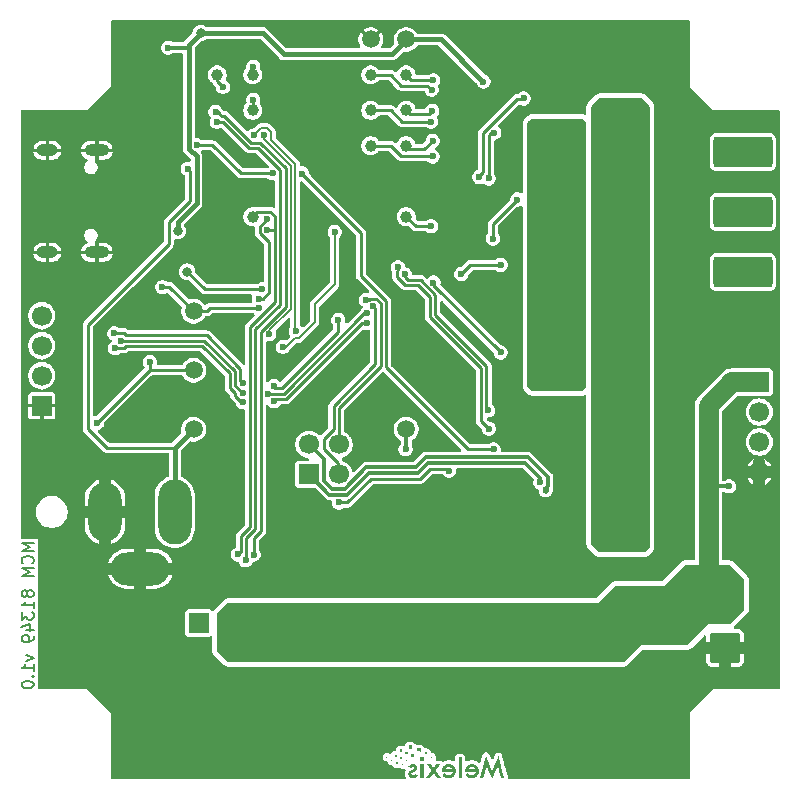
<source format=gbr>
%TF.GenerationSoftware,KiCad,Pcbnew,9.0.6-9.0.6~ubuntu24.04.1*%
%TF.CreationDate,2025-12-14T15:25:01+01:00*%
%TF.ProjectId,MCM-81349,4d434d2d-3831-4333-9439-2e6b69636164,rev?*%
%TF.SameCoordinates,Original*%
%TF.FileFunction,Copper,L2,Bot*%
%TF.FilePolarity,Positive*%
%FSLAX46Y46*%
G04 Gerber Fmt 4.6, Leading zero omitted, Abs format (unit mm)*
G04 Created by KiCad (PCBNEW 9.0.6-9.0.6~ubuntu24.04.1) date 2025-12-14 15:25:01*
%MOMM*%
%LPD*%
G01*
G04 APERTURE LIST*
G04 Aperture macros list*
%AMRoundRect*
0 Rectangle with rounded corners*
0 $1 Rounding radius*
0 $2 $3 $4 $5 $6 $7 $8 $9 X,Y pos of 4 corners*
0 Add a 4 corners polygon primitive as box body*
4,1,4,$2,$3,$4,$5,$6,$7,$8,$9,$2,$3,0*
0 Add four circle primitives for the rounded corners*
1,1,$1+$1,$2,$3*
1,1,$1+$1,$4,$5*
1,1,$1+$1,$6,$7*
1,1,$1+$1,$8,$9*
0 Add four rect primitives between the rounded corners*
20,1,$1+$1,$2,$3,$4,$5,0*
20,1,$1+$1,$4,$5,$6,$7,0*
20,1,$1+$1,$6,$7,$8,$9,0*
20,1,$1+$1,$8,$9,$2,$3,0*%
G04 Aperture macros list end*
%TA.AperFunction,Conductor*%
%ADD10C,1.000000*%
%TD*%
%ADD11C,0.150000*%
%TA.AperFunction,NonConductor*%
%ADD12C,0.150000*%
%TD*%
%TA.AperFunction,EtchedComponent*%
%ADD13C,0.000000*%
%TD*%
%TA.AperFunction,ComponentPad*%
%ADD14R,1.700000X1.700000*%
%TD*%
%TA.AperFunction,ComponentPad*%
%ADD15C,1.700000*%
%TD*%
%TA.AperFunction,ComponentPad*%
%ADD16RoundRect,0.250000X2.250000X-1.050000X2.250000X1.050000X-2.250000X1.050000X-2.250000X-1.050000X0*%
%TD*%
%TA.AperFunction,HeatsinkPad*%
%ADD17C,0.500000*%
%TD*%
%TA.AperFunction,HeatsinkPad*%
%ADD18R,2.600000X2.600000*%
%TD*%
%TA.AperFunction,HeatsinkPad*%
%ADD19O,2.100000X1.000000*%
%TD*%
%TA.AperFunction,HeatsinkPad*%
%ADD20O,1.800000X1.000000*%
%TD*%
%TA.AperFunction,ComponentPad*%
%ADD21RoundRect,0.250000X1.050000X-1.050000X1.050000X1.050000X-1.050000X1.050000X-1.050000X-1.050000X0*%
%TD*%
%TA.AperFunction,ComponentPad*%
%ADD22C,2.600000*%
%TD*%
%TA.AperFunction,ComponentPad*%
%ADD23RoundRect,1.400000X-0.000010X1.350000X-0.000010X-1.350000X0.000010X-1.350000X0.000010X1.350000X0*%
%TD*%
%TA.AperFunction,ComponentPad*%
%ADD24RoundRect,1.400000X-0.000010X1.100000X-0.000010X-1.100000X0.000010X-1.100000X0.000010X1.100000X0*%
%TD*%
%TA.AperFunction,ComponentPad*%
%ADD25RoundRect,1.400000X-1.100000X-0.000010X1.100000X-0.000010X1.100000X0.000010X-1.100000X0.000010X0*%
%TD*%
%TA.AperFunction,SMDPad,CuDef*%
%ADD26C,1.000000*%
%TD*%
%TA.AperFunction,SMDPad,CuDef*%
%ADD27C,1.500000*%
%TD*%
%TA.AperFunction,ViaPad*%
%ADD28C,0.600000*%
%TD*%
%TA.AperFunction,ViaPad*%
%ADD29C,0.800000*%
%TD*%
%TA.AperFunction,Conductor*%
%ADD30C,0.250000*%
%TD*%
%TA.AperFunction,Conductor*%
%ADD31C,0.300000*%
%TD*%
%TA.AperFunction,Conductor*%
%ADD32C,0.400000*%
%TD*%
%TA.AperFunction,Conductor*%
%ADD33C,1.700000*%
%TD*%
%TA.AperFunction,Conductor*%
%ADD34C,0.350000*%
%TD*%
%TA.AperFunction,Conductor*%
%ADD35C,0.190000*%
%TD*%
G04 APERTURE END LIST*
D10*
%TO.N,GND*%
X69550000Y-87000000D02*
X65450000Y-87000000D01*
X73850000Y-91800000D02*
X67400000Y-91800000D01*
X120000000Y-100400000D02*
X120000000Y-98500000D01*
X67500000Y-90000000D02*
X67500000Y-84000000D01*
X122900000Y-82750000D02*
X122900000Y-85300000D01*
X121900000Y-98500000D02*
X118100000Y-98500000D01*
X70500000Y-93950000D02*
X70500000Y-89850000D01*
X124150000Y-83600000D02*
X121600000Y-83600000D01*
D11*
D12*
X61454819Y-89630952D02*
X60454819Y-89630952D01*
X60454819Y-89630952D02*
X61169104Y-89964285D01*
X61169104Y-89964285D02*
X60454819Y-90297618D01*
X60454819Y-90297618D02*
X61454819Y-90297618D01*
X61359580Y-91345237D02*
X61407200Y-91297618D01*
X61407200Y-91297618D02*
X61454819Y-91154761D01*
X61454819Y-91154761D02*
X61454819Y-91059523D01*
X61454819Y-91059523D02*
X61407200Y-90916666D01*
X61407200Y-90916666D02*
X61311961Y-90821428D01*
X61311961Y-90821428D02*
X61216723Y-90773809D01*
X61216723Y-90773809D02*
X61026247Y-90726190D01*
X61026247Y-90726190D02*
X60883390Y-90726190D01*
X60883390Y-90726190D02*
X60692914Y-90773809D01*
X60692914Y-90773809D02*
X60597676Y-90821428D01*
X60597676Y-90821428D02*
X60502438Y-90916666D01*
X60502438Y-90916666D02*
X60454819Y-91059523D01*
X60454819Y-91059523D02*
X60454819Y-91154761D01*
X60454819Y-91154761D02*
X60502438Y-91297618D01*
X60502438Y-91297618D02*
X60550057Y-91345237D01*
X61454819Y-91773809D02*
X60454819Y-91773809D01*
X60454819Y-91773809D02*
X61169104Y-92107142D01*
X61169104Y-92107142D02*
X60454819Y-92440475D01*
X60454819Y-92440475D02*
X61454819Y-92440475D01*
X60883390Y-93821428D02*
X60835771Y-93726190D01*
X60835771Y-93726190D02*
X60788152Y-93678571D01*
X60788152Y-93678571D02*
X60692914Y-93630952D01*
X60692914Y-93630952D02*
X60645295Y-93630952D01*
X60645295Y-93630952D02*
X60550057Y-93678571D01*
X60550057Y-93678571D02*
X60502438Y-93726190D01*
X60502438Y-93726190D02*
X60454819Y-93821428D01*
X60454819Y-93821428D02*
X60454819Y-94011904D01*
X60454819Y-94011904D02*
X60502438Y-94107142D01*
X60502438Y-94107142D02*
X60550057Y-94154761D01*
X60550057Y-94154761D02*
X60645295Y-94202380D01*
X60645295Y-94202380D02*
X60692914Y-94202380D01*
X60692914Y-94202380D02*
X60788152Y-94154761D01*
X60788152Y-94154761D02*
X60835771Y-94107142D01*
X60835771Y-94107142D02*
X60883390Y-94011904D01*
X60883390Y-94011904D02*
X60883390Y-93821428D01*
X60883390Y-93821428D02*
X60931009Y-93726190D01*
X60931009Y-93726190D02*
X60978628Y-93678571D01*
X60978628Y-93678571D02*
X61073866Y-93630952D01*
X61073866Y-93630952D02*
X61264342Y-93630952D01*
X61264342Y-93630952D02*
X61359580Y-93678571D01*
X61359580Y-93678571D02*
X61407200Y-93726190D01*
X61407200Y-93726190D02*
X61454819Y-93821428D01*
X61454819Y-93821428D02*
X61454819Y-94011904D01*
X61454819Y-94011904D02*
X61407200Y-94107142D01*
X61407200Y-94107142D02*
X61359580Y-94154761D01*
X61359580Y-94154761D02*
X61264342Y-94202380D01*
X61264342Y-94202380D02*
X61073866Y-94202380D01*
X61073866Y-94202380D02*
X60978628Y-94154761D01*
X60978628Y-94154761D02*
X60931009Y-94107142D01*
X60931009Y-94107142D02*
X60883390Y-94011904D01*
X61454819Y-95154761D02*
X61454819Y-94583333D01*
X61454819Y-94869047D02*
X60454819Y-94869047D01*
X60454819Y-94869047D02*
X60597676Y-94773809D01*
X60597676Y-94773809D02*
X60692914Y-94678571D01*
X60692914Y-94678571D02*
X60740533Y-94583333D01*
X60454819Y-95488095D02*
X60454819Y-96107142D01*
X60454819Y-96107142D02*
X60835771Y-95773809D01*
X60835771Y-95773809D02*
X60835771Y-95916666D01*
X60835771Y-95916666D02*
X60883390Y-96011904D01*
X60883390Y-96011904D02*
X60931009Y-96059523D01*
X60931009Y-96059523D02*
X61026247Y-96107142D01*
X61026247Y-96107142D02*
X61264342Y-96107142D01*
X61264342Y-96107142D02*
X61359580Y-96059523D01*
X61359580Y-96059523D02*
X61407200Y-96011904D01*
X61407200Y-96011904D02*
X61454819Y-95916666D01*
X61454819Y-95916666D02*
X61454819Y-95630952D01*
X61454819Y-95630952D02*
X61407200Y-95535714D01*
X61407200Y-95535714D02*
X61359580Y-95488095D01*
X60788152Y-96964285D02*
X61454819Y-96964285D01*
X60407200Y-96726190D02*
X61121485Y-96488095D01*
X61121485Y-96488095D02*
X61121485Y-97107142D01*
X61454819Y-97535714D02*
X61454819Y-97726190D01*
X61454819Y-97726190D02*
X61407200Y-97821428D01*
X61407200Y-97821428D02*
X61359580Y-97869047D01*
X61359580Y-97869047D02*
X61216723Y-97964285D01*
X61216723Y-97964285D02*
X61026247Y-98011904D01*
X61026247Y-98011904D02*
X60645295Y-98011904D01*
X60645295Y-98011904D02*
X60550057Y-97964285D01*
X60550057Y-97964285D02*
X60502438Y-97916666D01*
X60502438Y-97916666D02*
X60454819Y-97821428D01*
X60454819Y-97821428D02*
X60454819Y-97630952D01*
X60454819Y-97630952D02*
X60502438Y-97535714D01*
X60502438Y-97535714D02*
X60550057Y-97488095D01*
X60550057Y-97488095D02*
X60645295Y-97440476D01*
X60645295Y-97440476D02*
X60883390Y-97440476D01*
X60883390Y-97440476D02*
X60978628Y-97488095D01*
X60978628Y-97488095D02*
X61026247Y-97535714D01*
X61026247Y-97535714D02*
X61073866Y-97630952D01*
X61073866Y-97630952D02*
X61073866Y-97821428D01*
X61073866Y-97821428D02*
X61026247Y-97916666D01*
X61026247Y-97916666D02*
X60978628Y-97964285D01*
X60978628Y-97964285D02*
X60883390Y-98011904D01*
X60788152Y-99107143D02*
X61454819Y-99345238D01*
X61454819Y-99345238D02*
X60788152Y-99583333D01*
X61454819Y-100488095D02*
X61454819Y-99916667D01*
X61454819Y-100202381D02*
X60454819Y-100202381D01*
X60454819Y-100202381D02*
X60597676Y-100107143D01*
X60597676Y-100107143D02*
X60692914Y-100011905D01*
X60692914Y-100011905D02*
X60740533Y-99916667D01*
X61359580Y-100916667D02*
X61407200Y-100964286D01*
X61407200Y-100964286D02*
X61454819Y-100916667D01*
X61454819Y-100916667D02*
X61407200Y-100869048D01*
X61407200Y-100869048D02*
X61359580Y-100916667D01*
X61359580Y-100916667D02*
X61454819Y-100916667D01*
X60454819Y-101583333D02*
X60454819Y-101678571D01*
X60454819Y-101678571D02*
X60502438Y-101773809D01*
X60502438Y-101773809D02*
X60550057Y-101821428D01*
X60550057Y-101821428D02*
X60645295Y-101869047D01*
X60645295Y-101869047D02*
X60835771Y-101916666D01*
X60835771Y-101916666D02*
X61073866Y-101916666D01*
X61073866Y-101916666D02*
X61264342Y-101869047D01*
X61264342Y-101869047D02*
X61359580Y-101821428D01*
X61359580Y-101821428D02*
X61407200Y-101773809D01*
X61407200Y-101773809D02*
X61454819Y-101678571D01*
X61454819Y-101678571D02*
X61454819Y-101583333D01*
X61454819Y-101583333D02*
X61407200Y-101488095D01*
X61407200Y-101488095D02*
X61359580Y-101440476D01*
X61359580Y-101440476D02*
X61264342Y-101392857D01*
X61264342Y-101392857D02*
X61073866Y-101345238D01*
X61073866Y-101345238D02*
X60835771Y-101345238D01*
X60835771Y-101345238D02*
X60645295Y-101392857D01*
X60645295Y-101392857D02*
X60550057Y-101440476D01*
X60550057Y-101440476D02*
X60502438Y-101488095D01*
X60502438Y-101488095D02*
X60454819Y-101583333D01*
D13*
%TA.AperFunction,EtchedComponent*%
%TD*%
%TO.C,LOG2*%
G36*
X91403857Y-107795945D02*
G01*
X91307676Y-107795945D01*
X91307676Y-107707779D01*
X91403857Y-107707779D01*
X91403857Y-107795945D01*
G37*
%TD.AperFunction*%
%TA.AperFunction,EtchedComponent*%
%TO.C,LOG2*%
G36*
X92189342Y-107715794D02*
G01*
X92029039Y-107715794D01*
X92029039Y-107555491D01*
X92189342Y-107555491D01*
X92189342Y-107715794D01*
G37*
%TD.AperFunction*%
%TA.AperFunction,EtchedComponent*%
G36*
X92646205Y-107307021D02*
G01*
X92445826Y-107307021D01*
X92445826Y-107098628D01*
X92646205Y-107098628D01*
X92646205Y-107307021D01*
G37*
%TD.AperFunction*%
%TA.AperFunction,EtchedComponent*%
G36*
X92646205Y-107932203D02*
G01*
X92469872Y-107932203D01*
X92469872Y-107755870D01*
X92646205Y-107755870D01*
X92646205Y-107932203D01*
G37*
%TD.AperFunction*%
%TA.AperFunction,EtchedComponent*%
G36*
X92702311Y-108437157D02*
G01*
X92630175Y-108437157D01*
X92630175Y-108373036D01*
X92702311Y-108373036D01*
X92702311Y-108437157D01*
G37*
%TD.AperFunction*%
%TA.AperFunction,EtchedComponent*%
G36*
X93175205Y-107531446D02*
G01*
X92942765Y-107531446D01*
X92942765Y-107299006D01*
X93175205Y-107299006D01*
X93175205Y-107531446D01*
G37*
%TD.AperFunction*%
%TA.AperFunction,EtchedComponent*%
G36*
X93095053Y-108116551D02*
G01*
X92958796Y-108116551D01*
X92958796Y-107972279D01*
X93095053Y-107972279D01*
X93095053Y-108116551D01*
G37*
%TD.AperFunction*%
%TA.AperFunction,EtchedComponent*%
G36*
X93495811Y-107042522D02*
G01*
X93215280Y-107042522D01*
X93215280Y-106761992D01*
X93495811Y-106761992D01*
X93495811Y-107042522D01*
G37*
%TD.AperFunction*%
%TA.AperFunction,EtchedComponent*%
G36*
X93704204Y-107739839D02*
G01*
X93423674Y-107739839D01*
X93423674Y-107459309D01*
X93704204Y-107459309D01*
X93704204Y-107739839D01*
G37*
%TD.AperFunction*%
%TA.AperFunction,EtchedComponent*%
G36*
X94481674Y-108060445D02*
G01*
X94209159Y-108060445D01*
X94209159Y-107787930D01*
X94481674Y-107787930D01*
X94481674Y-108060445D01*
G37*
%TD.AperFunction*%
%TA.AperFunction,EtchedComponent*%
G36*
X94481674Y-109503172D02*
G01*
X94209159Y-109503172D01*
X94209159Y-108357006D01*
X94481674Y-108357006D01*
X94481674Y-109503172D01*
G37*
%TD.AperFunction*%
%TA.AperFunction,EtchedComponent*%
G36*
X94754189Y-107507400D02*
G01*
X94577855Y-107507400D01*
X94577855Y-107331067D01*
X94754189Y-107331067D01*
X94754189Y-107507400D01*
G37*
%TD.AperFunction*%
%TA.AperFunction,EtchedComponent*%
G36*
X97703763Y-109503172D02*
G01*
X97431248Y-109503172D01*
X97431248Y-107787930D01*
X97703763Y-107787930D01*
X97703763Y-109503172D01*
G37*
%TD.AperFunction*%
%TA.AperFunction,EtchedComponent*%
G36*
X92317584Y-108365021D02*
G01*
X92156701Y-108365021D01*
X92161289Y-108208725D01*
X92239436Y-108206431D01*
X92317584Y-108204137D01*
X92317584Y-108365021D01*
G37*
%TD.AperFunction*%
%TA.AperFunction,EtchedComponent*%
G36*
X94233204Y-107283355D02*
G01*
X94094943Y-107281162D01*
X93956682Y-107278968D01*
X93954488Y-107140707D01*
X93952295Y-107002446D01*
X94233204Y-107002446D01*
X94233204Y-107283355D01*
G37*
%TD.AperFunction*%
%TA.AperFunction,EtchedComponent*%
G36*
X91832668Y-107992317D02*
G01*
X91835084Y-108043571D01*
X91835726Y-108068564D01*
X91835154Y-108092368D01*
X91833332Y-108105688D01*
X91825986Y-108111649D01*
X91806375Y-108115383D01*
X91772806Y-108116551D01*
X91716448Y-108116551D01*
X91716448Y-107987607D01*
X91832668Y-107992317D01*
G37*
%TD.AperFunction*%
%TA.AperFunction,EtchedComponent*%
G36*
X95201446Y-107763041D02*
G01*
X95202072Y-107788032D01*
X95201452Y-107811991D01*
X95199558Y-107825511D01*
X95198310Y-107827742D01*
X95189038Y-107832772D01*
X95169557Y-107834848D01*
X95137028Y-107834371D01*
X95078802Y-107832014D01*
X95078802Y-107711786D01*
X95199029Y-107711786D01*
X95201446Y-107763041D01*
G37*
%TD.AperFunction*%
%TA.AperFunction,EtchedComponent*%
G36*
X93675495Y-108343679D02*
G01*
X93746844Y-108367738D01*
X93811791Y-108404756D01*
X93868172Y-108454206D01*
X93900241Y-108495500D01*
X93930875Y-108555874D01*
X93948404Y-108621043D01*
X93952070Y-108687901D01*
X93941117Y-108753341D01*
X93938319Y-108762555D01*
X93921224Y-108805747D01*
X93898040Y-108844260D01*
X93867173Y-108879450D01*
X93827030Y-108912675D01*
X93776016Y-108945293D01*
X93712538Y-108978662D01*
X93635003Y-109014139D01*
X93621484Y-109020067D01*
X93580328Y-109038729D01*
X93542996Y-109056512D01*
X93513140Y-109071642D01*
X93494415Y-109082349D01*
X93479162Y-109093937D01*
X93455111Y-109119000D01*
X93438158Y-109145573D01*
X93431719Y-109168937D01*
X93431759Y-109171014D01*
X93440228Y-109199674D01*
X93461751Y-109227908D01*
X93493851Y-109252387D01*
X93506432Y-109259424D01*
X93529324Y-109269009D01*
X93554181Y-109273488D01*
X93587985Y-109274502D01*
X93628832Y-109271496D01*
X93668379Y-109260740D01*
X93707577Y-109240366D01*
X93751035Y-109208507D01*
X93785843Y-109180274D01*
X93891300Y-109231113D01*
X93907720Y-109239036D01*
X93943215Y-109256225D01*
X93972155Y-109270322D01*
X93991909Y-109280045D01*
X93999847Y-109284107D01*
X94000318Y-109287935D01*
X93992724Y-109302067D01*
X93976057Y-109324312D01*
X93951799Y-109352754D01*
X93921432Y-109385477D01*
X93872722Y-109430885D01*
X93808306Y-109475382D01*
X93737816Y-109506977D01*
X93658010Y-109527415D01*
X93634659Y-109530119D01*
X93599341Y-109531486D01*
X93563939Y-109530576D01*
X93492022Y-109520549D01*
X93420772Y-109497209D01*
X93355806Y-109459990D01*
X93294872Y-109407868D01*
X93271120Y-109382132D01*
X93228133Y-109320806D01*
X93200503Y-109255892D01*
X93188409Y-109187902D01*
X93192033Y-109117344D01*
X93199469Y-109081521D01*
X93217553Y-109029982D01*
X93244508Y-108983187D01*
X93281510Y-108940047D01*
X93329736Y-108899471D01*
X93390363Y-108860367D01*
X93464565Y-108821646D01*
X93553521Y-108782217D01*
X93577987Y-108771501D01*
X93628865Y-108744693D01*
X93667726Y-108717127D01*
X93692615Y-108690098D01*
X93698499Y-108679750D01*
X93701458Y-108663585D01*
X93696244Y-108641709D01*
X93694523Y-108636893D01*
X93680915Y-108614507D01*
X93659081Y-108599861D01*
X93626632Y-108591868D01*
X93581182Y-108589445D01*
X93556302Y-108589887D01*
X93527875Y-108592972D01*
X93503088Y-108600473D01*
X93474583Y-108614094D01*
X93451865Y-108626647D01*
X93422862Y-108644178D01*
X93400998Y-108659070D01*
X93374315Y-108679395D01*
X93352907Y-108659989D01*
X93340819Y-108649092D01*
X93318595Y-108629146D01*
X93290676Y-108604146D01*
X93260415Y-108577096D01*
X93189331Y-108513610D01*
X93224193Y-108482672D01*
X93239819Y-108469518D01*
X93288430Y-108434421D01*
X93343562Y-108401032D01*
X93399402Y-108372694D01*
X93450137Y-108352748D01*
X93522257Y-108336539D01*
X93599911Y-108333104D01*
X93675495Y-108343679D01*
G37*
%TD.AperFunction*%
%TA.AperFunction,EtchedComponent*%
G36*
X99133311Y-108804651D02*
G01*
X99144954Y-108896708D01*
X99143727Y-108990088D01*
X99129450Y-109081890D01*
X99101943Y-109169215D01*
X99078583Y-109219195D01*
X99028853Y-109296754D01*
X98967281Y-109365644D01*
X98895626Y-109424509D01*
X98815646Y-109471992D01*
X98729102Y-109506734D01*
X98637752Y-109527379D01*
X98631878Y-109528119D01*
X98597892Y-109530540D01*
X98557179Y-109531330D01*
X98517300Y-109530306D01*
X98502558Y-109529395D01*
X98401025Y-109515926D01*
X98308789Y-109489990D01*
X98224428Y-109450948D01*
X98146518Y-109398161D01*
X98073638Y-109330990D01*
X98056227Y-109312293D01*
X98035639Y-109289026D01*
X98021566Y-109271646D01*
X98016353Y-109262940D01*
X98017028Y-109261721D01*
X98026632Y-109252414D01*
X98045516Y-109236322D01*
X98070988Y-109215547D01*
X98100356Y-109192196D01*
X98130928Y-109168371D01*
X98160013Y-109146178D01*
X98184919Y-109127721D01*
X98202956Y-109115103D01*
X98211430Y-109110429D01*
X98213556Y-109111766D01*
X98224991Y-109121668D01*
X98243706Y-109139113D01*
X98266971Y-109161587D01*
X98282746Y-109176420D01*
X98343913Y-109222410D01*
X98409758Y-109253895D01*
X98482450Y-109271986D01*
X98500314Y-109274294D01*
X98573768Y-109274855D01*
X98643934Y-109261618D01*
X98708956Y-109235721D01*
X98766975Y-109198299D01*
X98816134Y-109150493D01*
X98854573Y-109093439D01*
X98880436Y-109028274D01*
X98888712Y-108998217D01*
X97957977Y-108998217D01*
X97962550Y-108912055D01*
X97972772Y-108819038D01*
X97986148Y-108765778D01*
X98263917Y-108765778D01*
X98558647Y-108765778D01*
X98625277Y-108765642D01*
X98686526Y-108765266D01*
X98740618Y-108764680D01*
X98785779Y-108763915D01*
X98820235Y-108763000D01*
X98842209Y-108761965D01*
X98849929Y-108760841D01*
X98848081Y-108755249D01*
X98837831Y-108738887D01*
X98821334Y-108717164D01*
X98801723Y-108693902D01*
X98782130Y-108672925D01*
X98765689Y-108658055D01*
X98750591Y-108647673D01*
X98721690Y-108630552D01*
X98691513Y-108615035D01*
X98670664Y-108605923D01*
X98650233Y-108599388D01*
X98627616Y-108595631D01*
X98598200Y-108593912D01*
X98557376Y-108593490D01*
X98548455Y-108593495D01*
X98510919Y-108593985D01*
X98483752Y-108595866D01*
X98462217Y-108599971D01*
X98441582Y-108607135D01*
X98417111Y-108618192D01*
X98391986Y-108631860D01*
X98347315Y-108664026D01*
X98307687Y-108702004D01*
X98278396Y-108741105D01*
X98263917Y-108765778D01*
X97986148Y-108765778D01*
X97994878Y-108731014D01*
X98029546Y-108650739D01*
X98077701Y-108576096D01*
X98140267Y-108504965D01*
X98208046Y-108445027D01*
X98284333Y-108395213D01*
X98365128Y-108360280D01*
X98451661Y-108339703D01*
X98545163Y-108332960D01*
X98566135Y-108333187D01*
X98652921Y-108340004D01*
X98730875Y-108357069D01*
X98803626Y-108385404D01*
X98874799Y-108426035D01*
X98897656Y-108442329D01*
X98945721Y-108483242D01*
X98993286Y-108531355D01*
X99035758Y-108581838D01*
X99068546Y-108629860D01*
X99072134Y-108636101D01*
X99108978Y-108716815D01*
X99121174Y-108760841D01*
X99133311Y-108804651D01*
G37*
%TD.AperFunction*%
%TA.AperFunction,EtchedComponent*%
G36*
X95863530Y-108387063D02*
G01*
X95856590Y-108396133D01*
X95839740Y-108417949D01*
X95815354Y-108449404D01*
X95784755Y-108488794D01*
X95749266Y-108534416D01*
X95710213Y-108584564D01*
X95668919Y-108637536D01*
X95635229Y-108680734D01*
X95597153Y-108729565D01*
X95563024Y-108773343D01*
X95534025Y-108810551D01*
X95511338Y-108839670D01*
X95496146Y-108859185D01*
X95489632Y-108867578D01*
X95489525Y-108869708D01*
X95495324Y-108881889D01*
X95509728Y-108904517D01*
X95532982Y-108937930D01*
X95565328Y-108982466D01*
X95607010Y-109038463D01*
X95658273Y-109106259D01*
X95719359Y-109186192D01*
X95723799Y-109191979D01*
X95770655Y-109253135D01*
X95814312Y-109310270D01*
X95853831Y-109362144D01*
X95888272Y-109407516D01*
X95916695Y-109445145D01*
X95938161Y-109473792D01*
X95951729Y-109492216D01*
X95956461Y-109499176D01*
X95956047Y-109499461D01*
X95945100Y-109500640D01*
X95921053Y-109501659D01*
X95886290Y-109502459D01*
X95843195Y-109502982D01*
X95794154Y-109503168D01*
X95631847Y-109503165D01*
X95475798Y-109302707D01*
X95454962Y-109276021D01*
X95418193Y-109229338D01*
X95385140Y-109187894D01*
X95357019Y-109153180D01*
X95335042Y-109126688D01*
X95320423Y-109109909D01*
X95314376Y-109104336D01*
X95313737Y-109104851D01*
X95305459Y-109114377D01*
X95289019Y-109134630D01*
X95265687Y-109164003D01*
X95236732Y-109200889D01*
X95203426Y-109243680D01*
X95167038Y-109290770D01*
X95159455Y-109300612D01*
X95122961Y-109347839D01*
X95089372Y-109391087D01*
X95060059Y-109428607D01*
X95036391Y-109458651D01*
X95019737Y-109479470D01*
X95011468Y-109489316D01*
X95005733Y-109494010D01*
X94997097Y-109497584D01*
X94983511Y-109500016D01*
X94962760Y-109501456D01*
X94932628Y-109502055D01*
X94890901Y-109501966D01*
X94835364Y-109501339D01*
X94672865Y-109499164D01*
X94909839Y-109190581D01*
X94914080Y-109185058D01*
X94960945Y-109123937D01*
X95004612Y-109066831D01*
X95044142Y-109014981D01*
X95078592Y-108969627D01*
X95107024Y-108932010D01*
X95128495Y-108903371D01*
X95142067Y-108884951D01*
X95146797Y-108877990D01*
X95146212Y-108876925D01*
X95138309Y-108865840D01*
X95121987Y-108843926D01*
X95098286Y-108812550D01*
X95068246Y-108773079D01*
X95032906Y-108726880D01*
X94993306Y-108675321D01*
X94950485Y-108619770D01*
X94935363Y-108600174D01*
X94893535Y-108545826D01*
X94855290Y-108495928D01*
X94821666Y-108451848D01*
X94793705Y-108414957D01*
X94772444Y-108386625D01*
X94758926Y-108368222D01*
X94754189Y-108361119D01*
X94754846Y-108360732D01*
X94766652Y-108359599D01*
X94791449Y-108358811D01*
X94826878Y-108358402D01*
X94870584Y-108358403D01*
X94920208Y-108358847D01*
X95086228Y-108361013D01*
X95196983Y-108505286D01*
X95213895Y-108527249D01*
X95244492Y-108566619D01*
X95271206Y-108600524D01*
X95292582Y-108627143D01*
X95307164Y-108644650D01*
X95313497Y-108651223D01*
X95316291Y-108649219D01*
X95327866Y-108636729D01*
X95346881Y-108614317D01*
X95371900Y-108583723D01*
X95401488Y-108546686D01*
X95434209Y-108504946D01*
X95549161Y-108357006D01*
X95886227Y-108357006D01*
X95863530Y-108387063D01*
G37*
%TD.AperFunction*%
%TA.AperFunction,EtchedComponent*%
G36*
X97173495Y-108774831D02*
G01*
X97179562Y-108797519D01*
X97183362Y-108820439D01*
X97185412Y-108847542D01*
X97186223Y-108882775D01*
X97186309Y-108930089D01*
X97186280Y-108942078D01*
X97185877Y-108986612D01*
X97184622Y-109020206D01*
X97181963Y-109047015D01*
X97177352Y-109071191D01*
X97170239Y-109096886D01*
X97160074Y-109128255D01*
X97124545Y-109212438D01*
X97074749Y-109292517D01*
X97013487Y-109363159D01*
X96942198Y-109423161D01*
X96862322Y-109471321D01*
X96775297Y-109506435D01*
X96682564Y-109527300D01*
X96662864Y-109529476D01*
X96606413Y-109531380D01*
X96543501Y-109528701D01*
X96480329Y-109521823D01*
X96423100Y-109511135D01*
X96356835Y-109492049D01*
X96284966Y-109461685D01*
X96218685Y-109421414D01*
X96154938Y-109369327D01*
X96090673Y-109303520D01*
X96052561Y-109260893D01*
X96152593Y-109185661D01*
X96173037Y-109170336D01*
X96205015Y-109146592D01*
X96230982Y-109127597D01*
X96248683Y-109114995D01*
X96255863Y-109110429D01*
X96257963Y-109111768D01*
X96269348Y-109121672D01*
X96288027Y-109139116D01*
X96311275Y-109161587D01*
X96327585Y-109176796D01*
X96391200Y-109223390D01*
X96459893Y-109255686D01*
X96532003Y-109273403D01*
X96605870Y-109276260D01*
X96679835Y-109263976D01*
X96752239Y-109236270D01*
X96780400Y-109220212D01*
X96830780Y-109180537D01*
X96873130Y-109132468D01*
X96904805Y-109079284D01*
X96923161Y-109024267D01*
X96928297Y-108998217D01*
X96002281Y-108998217D01*
X96006838Y-108912055D01*
X96009033Y-108878628D01*
X96016193Y-108819101D01*
X96028318Y-108765970D01*
X96030247Y-108760507D01*
X96309127Y-108760507D01*
X96309131Y-108760535D01*
X96317185Y-108761734D01*
X96339454Y-108762836D01*
X96374162Y-108763810D01*
X96419535Y-108764623D01*
X96473797Y-108765244D01*
X96535173Y-108765639D01*
X96601886Y-108765778D01*
X96894644Y-108765778D01*
X96881764Y-108740870D01*
X96862022Y-108711540D01*
X96828320Y-108676485D01*
X96787361Y-108644308D01*
X96743554Y-108618896D01*
X96737063Y-108615840D01*
X96713382Y-108605497D01*
X96692780Y-108598943D01*
X96670479Y-108595322D01*
X96641705Y-108593777D01*
X96601680Y-108593453D01*
X96554233Y-108594554D01*
X96511679Y-108599204D01*
X96476189Y-108608715D01*
X96443110Y-108624384D01*
X96407790Y-108647508D01*
X96391430Y-108661088D01*
X96369889Y-108682175D01*
X96347855Y-108706134D01*
X96328362Y-108729491D01*
X96314441Y-108748774D01*
X96309127Y-108760507D01*
X96030247Y-108760507D01*
X96047054Y-108712903D01*
X96074048Y-108653566D01*
X96087366Y-108627320D01*
X96105374Y-108596206D01*
X96125228Y-108568531D01*
X96150362Y-108539661D01*
X96184209Y-108504965D01*
X96184291Y-108504883D01*
X96257180Y-108441175D01*
X96332945Y-108392792D01*
X96413131Y-108359084D01*
X96499283Y-108339403D01*
X96592943Y-108333099D01*
X96664448Y-108336078D01*
X96731794Y-108346363D01*
X96795735Y-108365296D01*
X96862172Y-108394218D01*
X96888272Y-108407535D01*
X96919416Y-108425641D01*
X96947068Y-108445560D01*
X96975868Y-108470747D01*
X97010452Y-108504656D01*
X97042164Y-108537835D01*
X97081694Y-108584735D01*
X97112734Y-108630843D01*
X97138333Y-108680898D01*
X97161537Y-108739639D01*
X97164650Y-108748427D01*
X97170462Y-108765778D01*
X97173495Y-108774831D01*
G37*
%TD.AperFunction*%
%TA.AperFunction,EtchedComponent*%
G36*
X100004611Y-108261524D02*
G01*
X100025793Y-108312284D01*
X100064348Y-108404647D01*
X100101011Y-108492442D01*
X100135305Y-108574534D01*
X100166756Y-108649785D01*
X100194888Y-108717060D01*
X100219226Y-108775222D01*
X100239295Y-108823134D01*
X100254620Y-108859660D01*
X100264725Y-108883664D01*
X100269134Y-108894009D01*
X100278097Y-108914035D01*
X100288382Y-108894009D01*
X100289912Y-108890705D01*
X100297408Y-108873513D01*
X100310379Y-108843236D01*
X100328341Y-108801014D01*
X100350814Y-108747989D01*
X100377315Y-108685300D01*
X100407362Y-108614089D01*
X100440473Y-108535496D01*
X100476166Y-108450662D01*
X100513960Y-108360729D01*
X100553371Y-108266835D01*
X100574245Y-108217116D01*
X100612602Y-108125959D01*
X100648983Y-108039760D01*
X100682922Y-107959610D01*
X100713951Y-107886604D01*
X100741602Y-107821833D01*
X100765410Y-107766391D01*
X100784907Y-107721369D01*
X100799626Y-107687861D01*
X100809100Y-107666960D01*
X100812862Y-107659757D01*
X100814120Y-107663022D01*
X100819232Y-107680237D01*
X100827972Y-107711386D01*
X100840085Y-107755516D01*
X100855317Y-107811673D01*
X100873412Y-107878904D01*
X100894114Y-107956256D01*
X100917170Y-108042774D01*
X100942325Y-108137506D01*
X100969322Y-108239497D01*
X100997908Y-108347795D01*
X101027827Y-108461445D01*
X101058824Y-108579495D01*
X101300000Y-109499164D01*
X101167625Y-109501368D01*
X101155519Y-109501548D01*
X101104061Y-109501698D01*
X101065282Y-109500688D01*
X101040290Y-109498568D01*
X101030190Y-109495385D01*
X101029661Y-109494019D01*
X101025536Y-109480087D01*
X101017861Y-109452401D01*
X101006986Y-109412279D01*
X100993263Y-109361039D01*
X100977041Y-109300000D01*
X100958672Y-109230481D01*
X100938506Y-109153798D01*
X100916895Y-109071272D01*
X100894188Y-108984220D01*
X100886291Y-108953910D01*
X100863939Y-108868384D01*
X100842806Y-108787907D01*
X100823242Y-108713789D01*
X100805597Y-108647338D01*
X100790220Y-108589862D01*
X100777461Y-108542671D01*
X100767669Y-108507072D01*
X100761194Y-108484376D01*
X100758386Y-108475889D01*
X100758189Y-108475932D01*
X100753488Y-108484471D01*
X100743184Y-108506516D01*
X100727763Y-108540945D01*
X100707708Y-108586639D01*
X100683502Y-108642476D01*
X100655629Y-108707338D01*
X100624574Y-108780102D01*
X100590819Y-108859650D01*
X100554849Y-108944860D01*
X100517147Y-109034613D01*
X100511178Y-109048853D01*
X100473719Y-109137960D01*
X100438072Y-109222343D01*
X100404718Y-109300883D01*
X100374143Y-109372460D01*
X100346829Y-109435954D01*
X100323258Y-109490247D01*
X100303915Y-109534218D01*
X100289283Y-109566749D01*
X100279845Y-109586719D01*
X100276085Y-109593009D01*
X100276068Y-109592987D01*
X100272154Y-109584565D01*
X100262538Y-109562549D01*
X100247714Y-109528099D01*
X100228175Y-109482379D01*
X100204414Y-109426548D01*
X100176926Y-109361770D01*
X100146204Y-109289205D01*
X100112742Y-109210016D01*
X100077032Y-109125364D01*
X100039570Y-109036411D01*
X100038427Y-109033693D01*
X100001044Y-108945012D01*
X99965426Y-108860794D01*
X99932063Y-108782187D01*
X99901448Y-108710338D01*
X99874073Y-108646393D01*
X99850431Y-108591498D01*
X99831014Y-108546802D01*
X99816314Y-108513451D01*
X99806823Y-108492591D01*
X99803034Y-108485369D01*
X99802495Y-108486320D01*
X99798394Y-108499020D01*
X99790766Y-108525497D01*
X99779956Y-108564460D01*
X99766313Y-108614621D01*
X99750183Y-108674687D01*
X99731913Y-108743368D01*
X99711852Y-108819374D01*
X99690345Y-108901414D01*
X99667741Y-108988199D01*
X99659931Y-109018249D01*
X99637611Y-109103832D01*
X99616487Y-109184390D01*
X99596909Y-109258609D01*
X99579229Y-109325180D01*
X99563798Y-109382788D01*
X99550967Y-109430122D01*
X99541086Y-109465871D01*
X99534506Y-109488721D01*
X99531579Y-109497360D01*
X99526472Y-109498771D01*
X99507443Y-109500366D01*
X99477126Y-109501385D01*
X99438315Y-109501746D01*
X99393800Y-109501368D01*
X99261594Y-109499164D01*
X99496127Y-108605475D01*
X99509315Y-108555228D01*
X99539638Y-108439740D01*
X99568830Y-108328620D01*
X99596625Y-108222880D01*
X99622754Y-108123534D01*
X99646953Y-108031593D01*
X99668953Y-107948071D01*
X99688489Y-107873980D01*
X99705292Y-107810332D01*
X99719098Y-107758140D01*
X99729638Y-107718417D01*
X99736646Y-107692175D01*
X99739855Y-107680426D01*
X99749049Y-107649066D01*
X100004611Y-108261524D01*
G37*
%TD.AperFunction*%
%TD*%
D14*
%TO.P,J1,1,Pin_1*%
%TO.N,GND*%
X62150000Y-78000000D03*
D15*
%TO.P,J1,2,Pin_2*%
%TO.N,Net-(J1-Pin_2)*%
X62150000Y-75460000D03*
%TO.P,J1,3,Pin_3*%
%TO.N,Net-(J1-Pin_3)*%
X62150000Y-72920000D03*
%TO.P,J1,4,Pin_4*%
%TO.N,VDDA*%
X62150000Y-70380000D03*
%TD*%
D14*
%TO.P,J7,1,Pin_1*%
%TO.N,VBUS*%
X122900000Y-76000000D03*
D15*
%TO.P,J7,2,Pin_2*%
%TO.N,TXD_CPU*%
X122900000Y-78540000D03*
%TO.P,J7,3,Pin_3*%
%TO.N,RXD_CPU*%
X122900000Y-81080000D03*
%TO.P,J7,4,Pin_4*%
%TO.N,GND*%
X122900000Y-83620000D03*
%TD*%
D16*
%TO.P,J8,1,Pin_1*%
%TO.N,PH_W*%
X121500000Y-66700000D03*
%TO.P,J8,2,Pin_2*%
%TO.N,PH_V*%
X121500000Y-61620000D03*
%TO.P,J8,3,Pin_3*%
%TO.N,PH_U*%
X121500000Y-56540000D03*
%TD*%
D17*
%TO.P,U4,25,EXP*%
%TO.N,GND*%
X94250000Y-71250000D03*
X94250000Y-70200000D03*
X94250000Y-69150000D03*
X93200000Y-71250000D03*
X93200000Y-70200000D03*
D18*
X93200000Y-70200000D03*
D17*
X93200000Y-69150000D03*
X92150000Y-71250000D03*
X92150000Y-70200000D03*
X92150000Y-69150000D03*
%TD*%
%TO.P,U5,41,EPAD*%
%TO.N,GND*%
X84772800Y-51306000D03*
X84772800Y-52806000D03*
X85522800Y-50556000D03*
X85522800Y-52056000D03*
X85522800Y-53556000D03*
X86272800Y-51306000D03*
X86272800Y-52806000D03*
X87022800Y-50556000D03*
X87022800Y-52056000D03*
X87022800Y-53556000D03*
X87772800Y-51306000D03*
X87772800Y-52806000D03*
%TD*%
D19*
%TO.P,J5,S1,SHIELD*%
%TO.N,GND*%
X66805000Y-56380000D03*
D20*
X62625000Y-56380000D03*
D19*
X66805000Y-65020000D03*
D20*
X62625000Y-65020000D03*
%TD*%
D14*
%TO.P,J2,1,Pin_1*%
%TO.N,VS*%
X75425000Y-96400000D03*
D15*
%TO.P,J2,2,Pin_2*%
%TO.N,VBUS*%
X77965000Y-96400000D03*
%TD*%
D21*
%TO.P,J9,1,Pin_1*%
%TO.N,GND*%
X120000000Y-98500000D03*
D22*
%TO.P,J9,2,Pin_2*%
%TO.N,VBUS*%
X120000000Y-93420000D03*
%TD*%
D14*
%TO.P,J11,1,Pin_1*%
%TO.N,TXD_CPU*%
X84775000Y-83825000D03*
D15*
%TO.P,J11,2,Pin_2*%
%TO.N,RXD_CPU*%
X84775000Y-81285000D03*
%TO.P,J11,3,Pin_3*%
%TO.N,TXD_QFN24*%
X87315000Y-83825000D03*
%TO.P,J11,4,Pin_4*%
%TO.N,RXD_QFN24*%
X87315000Y-81285000D03*
%TD*%
D23*
%TO.P,J10,1*%
%TO.N,VS*%
X73400000Y-87000000D03*
D24*
%TO.P,J10,2*%
%TO.N,GND*%
X67500000Y-87000000D03*
D25*
%TO.P,J10,3*%
X70500000Y-91800000D03*
%TD*%
D26*
%TO.P,TP17,1,1*%
%TO.N,/MCM/BTL_IO0*%
X93000000Y-62000000D03*
%TD*%
%TO.P,TP11,1,1*%
%TO.N,SLAVE_CUR*%
X77000000Y-50000000D03*
%TD*%
%TO.P,TP9,1,1*%
%TO.N,EN*%
X80000000Y-50000000D03*
%TD*%
%TO.P,TP16,1,1*%
%TO.N,/MCM/BTL_RXD*%
X90000000Y-50000000D03*
%TD*%
%TO.P,TP14,1,1*%
%TO.N,SLAVE_DEN*%
X80000000Y-62000000D03*
%TD*%
%TO.P,TP6,1,1*%
%TO.N,/MCM/TCK*%
X90000000Y-56000000D03*
%TD*%
D27*
%TO.P,TP8,1,1*%
%TO.N,Net-(D3-A)*%
X75000000Y-75000000D03*
%TD*%
%TO.P,TP2,1,1*%
%TO.N,GND*%
X90000000Y-47000000D03*
%TD*%
%TO.P,TP10,1,1*%
%TO.N,VS*%
X75000000Y-80000000D03*
%TD*%
%TO.P,TP7,1,1*%
%TO.N,+5V*%
X75000000Y-70000000D03*
%TD*%
D26*
%TO.P,TP4,1,1*%
%TO.N,/MCM/TMS*%
X93000000Y-53000000D03*
%TD*%
%TO.P,TP15,1,1*%
%TO.N,/MCM/BTL_TXD*%
X93000000Y-50000000D03*
%TD*%
D27*
%TO.P,TP1,1,1*%
%TO.N,+3.3V*%
X93000000Y-47000000D03*
%TD*%
%TO.P,TP13,1,1*%
%TO.N,Net-(D25-A)*%
X93000000Y-80000000D03*
%TD*%
D26*
%TO.P,TP3,1,1*%
%TO.N,/MCM/TDI*%
X90000000Y-53000000D03*
%TD*%
%TO.P,TP12,1,1*%
%TO.N,SLAVE_PWR*%
X80000000Y-53000000D03*
%TD*%
%TO.P,TP5,1,1*%
%TO.N,/MCM/TDO*%
X93000000Y-56000000D03*
%TD*%
D28*
%TO.N,GND*%
X105600000Y-82000000D03*
X101500000Y-72000000D03*
X115000000Y-75000000D03*
X109200000Y-106000000D03*
X106600000Y-81200000D03*
X92000000Y-82450000D03*
X114500000Y-91000000D03*
X101000000Y-77000000D03*
X82500000Y-49500000D03*
X97900000Y-60900000D03*
X102800000Y-102200000D03*
X71500000Y-71000000D03*
X105600000Y-80400000D03*
X83100000Y-74500000D03*
X112850000Y-45950000D03*
X86200000Y-62550000D03*
X118000000Y-54000000D03*
X86000000Y-93500000D03*
X70500000Y-83000000D03*
X78500000Y-71000000D03*
X78500000Y-72500000D03*
X116000000Y-85000000D03*
X71750000Y-66750000D03*
X98000000Y-102200000D03*
X106600000Y-82000000D03*
X123000000Y-90000000D03*
X93500000Y-87000000D03*
X108000000Y-46000000D03*
X87400000Y-104200000D03*
X117000000Y-100000000D03*
X106600000Y-80400000D03*
X63000000Y-100500000D03*
X91550000Y-80350000D03*
X84250000Y-100700000D03*
X78500000Y-65000000D03*
X86200000Y-65900000D03*
X91000000Y-102200000D03*
X82500000Y-55000000D03*
X67950000Y-95000000D03*
X104000000Y-46000000D03*
X87500000Y-46000000D03*
X94300000Y-81600000D03*
X118000000Y-74000000D03*
X89000000Y-82050000D03*
X94950000Y-61750000D03*
X97900000Y-57100000D03*
X102800000Y-106000000D03*
X78500000Y-82000000D03*
X71500000Y-70000000D03*
X69000000Y-71000000D03*
X104050000Y-48500000D03*
X69000000Y-69500000D03*
X113800000Y-108000000D03*
X63000000Y-89000000D03*
X87400000Y-106000000D03*
X102450000Y-58300000D03*
X82100000Y-92350000D03*
X78500000Y-67000000D03*
X112000000Y-48450000D03*
X87400000Y-102200000D03*
X84300000Y-102450000D03*
X123000000Y-59000000D03*
X87600000Y-67750000D03*
X91350000Y-65950000D03*
X62500000Y-68500000D03*
X107600000Y-80400000D03*
X123000000Y-64000000D03*
X115000000Y-46000000D03*
X109200000Y-108000000D03*
X68000000Y-100500000D03*
X89000000Y-93500000D03*
X98250000Y-75000000D03*
X107600000Y-81200000D03*
X116000000Y-83000000D03*
X97900000Y-52700000D03*
X87150000Y-69700000D03*
X109200000Y-104200000D03*
X113800000Y-104200000D03*
X92000000Y-59500000D03*
X98000000Y-106000000D03*
X94500000Y-46000000D03*
X85950000Y-71450000D03*
X69000000Y-48000000D03*
X108000000Y-48500000D03*
X63000000Y-82500000D03*
X96850000Y-67700000D03*
X69000000Y-54000000D03*
X106000000Y-102200000D03*
X105600000Y-79600000D03*
X102250000Y-67000000D03*
X100500000Y-69000000D03*
X118000000Y-59000000D03*
X87500000Y-49500000D03*
X81500000Y-78500000D03*
X87400000Y-108000000D03*
X77500000Y-108000000D03*
X100600000Y-60900000D03*
X91450000Y-78350000D03*
X78750000Y-93750000D03*
X67000000Y-76700000D03*
X107600000Y-82000000D03*
X102800000Y-104200000D03*
X112500000Y-92500000D03*
X92150000Y-85000000D03*
X94400000Y-102200000D03*
X123000000Y-94500000D03*
X85000000Y-79000000D03*
X104000000Y-87000000D03*
X78000000Y-86000000D03*
X101500000Y-45850000D03*
X94400000Y-104200000D03*
X94400000Y-106000000D03*
X105600000Y-81200000D03*
X84400000Y-65900000D03*
X98000000Y-104200000D03*
X67000000Y-74000000D03*
X87500000Y-59500000D03*
X85000000Y-77000000D03*
X123000000Y-100000000D03*
X123000000Y-54000000D03*
X73500000Y-58500000D03*
X63450000Y-94900000D03*
X114500000Y-87500000D03*
X78000000Y-83500000D03*
X91850000Y-62450000D03*
X70300000Y-60250000D03*
X84500000Y-108000000D03*
X102800000Y-108000000D03*
X113800000Y-102200000D03*
X101000000Y-76000000D03*
X84350000Y-68050000D03*
X65000000Y-74000000D03*
X123000000Y-74000000D03*
X107700000Y-87000000D03*
X62500000Y-60500000D03*
X78500000Y-79000000D03*
X106600000Y-79600000D03*
X89000000Y-87000000D03*
X120750000Y-82350000D03*
X118000000Y-64000000D03*
X87500000Y-55000000D03*
X73500000Y-50000000D03*
X62500000Y-54000000D03*
X88650000Y-79900000D03*
X96650000Y-65750000D03*
X82500000Y-46000000D03*
X115000000Y-79700000D03*
X113800000Y-106000000D03*
X64550000Y-76650000D03*
X89400000Y-62500000D03*
X108500000Y-92500000D03*
X94350000Y-78950000D03*
X107600000Y-79600000D03*
X101600000Y-51550000D03*
X109200000Y-102200000D03*
X91400000Y-76050000D03*
X123000000Y-69000000D03*
%TO.N,+5V*%
X72350000Y-67970000D03*
X80500000Y-69750000D03*
%TO.N,+3.3V*%
X80801001Y-68150000D03*
D29*
X74450000Y-66650000D03*
X75600000Y-46450000D03*
D28*
X72850000Y-47700000D03*
D29*
X73650000Y-63200000D03*
D28*
X99542610Y-50558266D03*
%TO.N,Net-(D3-A)*%
X71300000Y-74300000D03*
X66820000Y-79450000D03*
%TO.N,SLAVE_CUR*%
X77492287Y-51012408D03*
%TO.N,EN*%
X80050000Y-49300000D03*
%TO.N,VBUS*%
X80000000Y-97000000D03*
X82000000Y-98000000D03*
X82000000Y-96000000D03*
X81712000Y-58333539D03*
X120325000Y-84825000D03*
X83000000Y-98000000D03*
X83000000Y-95000000D03*
X82000000Y-97000000D03*
X75300000Y-55950000D03*
X83000000Y-99000000D03*
X100400000Y-81699000D03*
X83000000Y-96000000D03*
X81000000Y-97000000D03*
X83000000Y-97000000D03*
X80000000Y-95000000D03*
X81000000Y-98000000D03*
X81000000Y-95000000D03*
X80000000Y-96000000D03*
X82000000Y-95000000D03*
X84195000Y-58350000D03*
X80000000Y-98000000D03*
X81000000Y-96000000D03*
%TO.N,Net-(D4-K)*%
X76862124Y-53130000D03*
X80075000Y-90619998D03*
%TO.N,Net-(D25-A)*%
X92950000Y-81700000D03*
%TO.N,VS*%
X74525000Y-57950000D03*
%TO.N,/MCM/BTL_IO0*%
X95100000Y-62800000D03*
%TO.N,RXD_QFN24*%
X89607209Y-69052419D03*
%TO.N,VDDA*%
X68281299Y-71875000D03*
X87250000Y-70750000D03*
X79166484Y-76088695D03*
X81800351Y-76336404D03*
%TO.N,Net-(U4-IS_P)*%
X92865687Y-66865687D03*
X99950000Y-78400000D03*
%TO.N,Net-(J1-Pin_2)*%
X81824000Y-77600000D03*
X79166483Y-77700362D03*
X68349287Y-73125000D03*
X89650000Y-71000000D03*
%TO.N,SLAVE_PWR*%
X79400000Y-91100000D03*
X80050000Y-52100000D03*
X76992155Y-53976040D03*
%TO.N,Net-(J1-Pin_3)*%
X68852983Y-72491051D03*
X89700855Y-70179386D03*
X79145369Y-76900638D03*
X81318483Y-76975000D03*
%TO.N,TXD_CPU*%
X104350000Y-84500000D03*
%TO.N,RXD_CPU*%
X104805369Y-85157756D03*
%TO.N,Net-(U4-IS_N)*%
X100000000Y-79950000D03*
X92300000Y-66300000D03*
%TO.N,VBOOST*%
X96633756Y-83506260D03*
X87300000Y-86200000D03*
%TO.N,UART_VSEL*%
X81252001Y-62216117D03*
X80525793Y-68950414D03*
%TO.N,UART_OE*%
X86950000Y-63300000D03*
X82575000Y-73025000D03*
%TO.N,TXD_QFN24*%
X90218036Y-69569036D03*
%TO.N,/MCM/TDI*%
X95100000Y-53950000D03*
%TO.N,/MCM/TMS*%
X95200000Y-53048000D03*
%TO.N,/MCM/TDO*%
X95250000Y-55596000D03*
%TO.N,/MCM/TCK*%
X95250000Y-56900000D03*
%TO.N,TXD_MCM*%
X83675000Y-71683058D03*
X80149997Y-55100000D03*
%TO.N,RXD_MCM*%
X81400000Y-71929442D03*
X80950000Y-55100000D03*
%TO.N,HS_U*%
X100450000Y-54900000D03*
X99991962Y-58763137D03*
%TO.N,LS_V*%
X101000000Y-66100000D03*
X97675001Y-66858883D03*
%TO.N,LS_W*%
X101000000Y-73500000D03*
X95309883Y-67575999D03*
%TO.N,SLAVE_DEN*%
X81252001Y-63100000D03*
X78750000Y-90600000D03*
%TO.N,PH_U*%
X99200000Y-58650000D03*
X102950115Y-51988502D03*
%TO.N,PH_V*%
X100350000Y-63850000D03*
X102400000Y-60550000D03*
D29*
%TO.N,VMOTOR*%
X110450000Y-89900000D03*
X111350000Y-89900000D03*
X111350000Y-89000000D03*
X110450000Y-89000000D03*
D28*
X112650000Y-52950000D03*
X112000000Y-52300000D03*
X112000000Y-69700000D03*
X112000000Y-70950000D03*
D29*
X109550000Y-87200000D03*
D28*
X113300000Y-61000000D03*
D29*
X112250000Y-89900000D03*
X109550000Y-89900000D03*
X113150000Y-88100000D03*
D28*
X113300000Y-52950000D03*
X112000000Y-62250000D03*
X112650000Y-61650000D03*
X112000000Y-52950000D03*
X112650000Y-52300000D03*
X112650000Y-62250000D03*
X113300000Y-70350000D03*
X112000000Y-53550000D03*
X112000000Y-70350000D03*
D29*
X109550000Y-89000000D03*
X109550000Y-88100000D03*
D28*
X112650000Y-70350000D03*
D29*
X113150000Y-87200000D03*
D28*
X113300000Y-69700000D03*
X113300000Y-53550000D03*
X112650000Y-69700000D03*
D29*
X110450000Y-87200000D03*
X112250000Y-87200000D03*
X112250000Y-88100000D03*
D28*
X112000000Y-61000000D03*
D29*
X110450000Y-88100000D03*
D28*
X113300000Y-61650000D03*
X112650000Y-70950000D03*
D29*
X111350000Y-87200000D03*
D28*
X112000000Y-61650000D03*
D29*
X113150000Y-89900000D03*
D28*
X112650000Y-53550000D03*
D29*
X112250000Y-89000000D03*
X113150000Y-89000000D03*
X111350000Y-88100000D03*
D28*
X112650000Y-61000000D03*
%TO.N,Net-(Q1B-S)*%
X103600000Y-72500000D03*
X103600000Y-62850000D03*
D29*
X107800000Y-76300000D03*
D28*
X103600000Y-54150000D03*
D29*
X106650000Y-75350000D03*
D28*
X104050000Y-72050000D03*
X104050000Y-54600000D03*
X103600000Y-71550000D03*
X104050000Y-63300000D03*
X103600000Y-63750000D03*
X103600000Y-55050000D03*
D29*
X105500000Y-76300000D03*
X106650000Y-76300000D03*
X107800000Y-75350000D03*
X105500000Y-75350000D03*
D28*
%TO.N,/MCM/BTL_TXD*%
X95300000Y-50450000D03*
%TO.N,/MCM/BTL_RXD*%
X95150000Y-51250000D03*
%TD*%
D30*
%TO.N,+5V*%
X76100000Y-70000000D02*
X76350000Y-69750000D01*
X72359100Y-67960900D02*
X72960900Y-67960900D01*
X75000000Y-70000000D02*
X76100000Y-70000000D01*
X72350000Y-67970000D02*
X72359100Y-67960900D01*
X76350000Y-69750000D02*
X80500000Y-69750000D01*
X72960900Y-67960900D02*
X75000000Y-70000000D01*
D31*
%TO.N,+3.3V*%
X74600000Y-47450000D02*
X74600000Y-47650000D01*
D32*
X74600000Y-47450000D02*
X75600000Y-46450000D01*
X74600000Y-47450000D02*
X74600000Y-56248000D01*
X80850000Y-46450000D02*
X82650000Y-48250000D01*
X75250000Y-60881686D02*
X73650000Y-62481686D01*
D30*
X75950000Y-68150000D02*
X80801001Y-68150000D01*
D31*
X74600000Y-47650000D02*
X74550000Y-47700000D01*
D32*
X95984344Y-47000000D02*
X99542610Y-50558266D01*
X73650000Y-62481686D02*
X73650000Y-63200000D01*
X75250000Y-56900000D02*
X75250000Y-60881686D01*
X74600000Y-56248000D02*
X74599000Y-56249000D01*
D30*
X74450000Y-66650000D02*
X75950000Y-68150000D01*
D32*
X75600000Y-46450000D02*
X80850000Y-46450000D01*
X93050000Y-47000000D02*
X95984344Y-47000000D01*
X74599000Y-56249000D02*
X75250000Y-56900000D01*
D31*
X74550000Y-47700000D02*
X72850000Y-47700000D01*
D32*
X91800000Y-48250000D02*
X93050000Y-47000000D01*
X82650000Y-48250000D02*
X91800000Y-48250000D01*
D30*
%TO.N,Net-(D3-A)*%
X71300000Y-74300000D02*
X71300000Y-74950000D01*
X71300000Y-74300000D02*
X71300000Y-75000000D01*
X71300000Y-75000000D02*
X75000000Y-75000000D01*
X66820000Y-79430000D02*
X66820000Y-79450000D01*
X71300000Y-74950000D02*
X66820000Y-79430000D01*
%TO.N,SLAVE_CUR*%
X77486687Y-50989608D02*
X77000000Y-50502921D01*
X77000000Y-50502921D02*
X77000000Y-50000000D01*
%TO.N,EN*%
X80050000Y-49300000D02*
X80000000Y-49350000D01*
X80000000Y-49350000D02*
X80000000Y-50000000D01*
%TO.N,VBUS*%
X89172108Y-63372108D02*
X84177274Y-58377274D01*
D31*
X118675000Y-84825000D02*
X118600000Y-84900000D01*
D30*
X89172108Y-67000000D02*
X89172108Y-63372108D01*
D33*
X118600000Y-78000000D02*
X120600000Y-76000000D01*
X118600000Y-84900000D02*
X118600000Y-92020000D01*
D30*
X75150000Y-56000000D02*
X75200000Y-55950000D01*
X84167726Y-58377274D02*
X84195000Y-58350000D01*
X91295036Y-69122928D02*
X89172108Y-67000000D01*
X78983539Y-58333539D02*
X76600000Y-55950000D01*
X81712000Y-58333539D02*
X78983539Y-58333539D01*
D33*
X118600000Y-92020000D02*
X120000000Y-93420000D01*
D30*
X91295036Y-74745036D02*
X91295036Y-69122928D01*
X100400000Y-81699000D02*
X98249000Y-81699000D01*
X75200000Y-55950000D02*
X75300000Y-55950000D01*
X98249000Y-81699000D02*
X91295036Y-74745036D01*
X84177274Y-58377274D02*
X84167726Y-58377274D01*
D33*
X120600000Y-76000000D02*
X122900000Y-76000000D01*
X118600000Y-84900000D02*
X118600000Y-78000000D01*
D30*
X76600000Y-55950000D02*
X75300000Y-55950000D01*
D31*
X120325000Y-84825000D02*
X118675000Y-84825000D01*
D30*
%TO.N,Net-(D4-K)*%
X77614699Y-53450000D02*
X77351413Y-53450000D01*
X82788000Y-69637620D02*
X82788000Y-57883384D01*
X77351413Y-53450000D02*
X77251453Y-53350040D01*
X77250040Y-53350040D02*
X76900000Y-53000000D01*
X77251453Y-53350040D02*
X77250040Y-53350040D01*
X80693483Y-71732137D02*
X82788000Y-69637620D01*
X80693483Y-88620069D02*
X80693483Y-71732137D01*
X76900000Y-53000000D02*
X76900000Y-53092124D01*
X82788000Y-57883384D02*
X80630616Y-55726000D01*
X80075000Y-89238552D02*
X80693483Y-88620069D01*
X76900000Y-53092124D02*
X76862124Y-53130000D01*
X80075000Y-90619998D02*
X80075000Y-89238552D01*
X79890699Y-55726000D02*
X77614699Y-53450000D01*
X80630616Y-55726000D02*
X79890699Y-55726000D01*
D34*
%TO.N,Net-(D25-A)*%
X93000000Y-81650000D02*
X92950000Y-81700000D01*
X93000000Y-80000000D02*
X93000000Y-81650000D01*
D32*
%TO.N,VS*%
X73450000Y-87000000D02*
X73450000Y-81550000D01*
X73450000Y-81550000D02*
X75000000Y-80000000D01*
D30*
X74525000Y-57950000D02*
X74699000Y-58124000D01*
X74699000Y-58124000D02*
X74699000Y-60688810D01*
X66050000Y-71150000D02*
X66050000Y-79950000D01*
X72900000Y-64300000D02*
X66050000Y-71150000D01*
X74699000Y-60688810D02*
X72900000Y-62487810D01*
D32*
X73400000Y-87000000D02*
X73450000Y-87000000D01*
D30*
X72900000Y-62487810D02*
X72900000Y-64300000D01*
X67650000Y-81550000D02*
X73450000Y-81550000D01*
X66050000Y-79950000D02*
X67650000Y-81550000D01*
%TO.N,/MCM/BTL_IO0*%
X93800000Y-62800000D02*
X93000000Y-62000000D01*
X95100000Y-62800000D02*
X93800000Y-62800000D01*
%TO.N,RXD_QFN24*%
X87315000Y-81285000D02*
X87300000Y-81270000D01*
X90844036Y-69309738D02*
X90477334Y-68943036D01*
X89958738Y-68943036D02*
X89849355Y-69052419D01*
X87300000Y-81270000D02*
X87300000Y-78200000D01*
X89849355Y-69052419D02*
X89607209Y-69052419D01*
X90477334Y-68943036D02*
X89958738Y-68943036D01*
X90844036Y-74655964D02*
X90844036Y-69309738D01*
X87300000Y-78200000D02*
X90844036Y-74655964D01*
%TO.N,VDDA*%
X78951000Y-75873211D02*
X78951000Y-74901000D01*
X81813945Y-76350000D02*
X81800351Y-76336404D01*
X76099000Y-72049000D02*
X69300000Y-72049000D01*
X87250000Y-71737190D02*
X82463190Y-76524000D01*
X69101000Y-71850000D02*
X68306299Y-71850000D01*
X82463190Y-76524000D02*
X81924000Y-76524000D01*
X69300000Y-72049000D02*
X69101000Y-71850000D01*
X81924000Y-76524000D02*
X81813945Y-76413945D01*
X87250000Y-70750000D02*
X87250000Y-71737190D01*
X68306299Y-71850000D02*
X68281299Y-71875000D01*
X79166484Y-76088695D02*
X78951000Y-75873211D01*
X78951000Y-74901000D02*
X76099000Y-72049000D01*
X81813945Y-76413945D02*
X81813945Y-76350000D01*
%TO.N,Net-(U4-IS_P)*%
X95450000Y-68600000D02*
X95450000Y-70300000D01*
X92865687Y-67106374D02*
X93134313Y-67375000D01*
X95450000Y-70300000D02*
X99800000Y-74650000D01*
X99800000Y-78250000D02*
X99950000Y-78400000D01*
X92865687Y-66865687D02*
X92865687Y-67106374D01*
X93134313Y-67375000D02*
X94225000Y-67375000D01*
X99800000Y-74650000D02*
X99800000Y-78250000D01*
X94225000Y-67375000D02*
X95450000Y-68600000D01*
%TO.N,Net-(J1-Pin_2)*%
X79050362Y-77700362D02*
X78524000Y-77174000D01*
X75725380Y-72951000D02*
X69299000Y-72951000D01*
X68374287Y-73150000D02*
X68349287Y-73125000D01*
X79166483Y-77700362D02*
X79050362Y-77700362D01*
X81974000Y-77426000D02*
X81800000Y-77600000D01*
X82861810Y-77426000D02*
X81974000Y-77426000D01*
X89650000Y-71000000D02*
X89287810Y-71000000D01*
X69100000Y-73150000D02*
X68374287Y-73150000D01*
X78524000Y-76967905D02*
X78049000Y-76492905D01*
X69299000Y-72951000D02*
X69100000Y-73150000D01*
X78524000Y-77174000D02*
X78524000Y-76967905D01*
X78049000Y-76492905D02*
X78049000Y-75274620D01*
X81800000Y-77600000D02*
X81824000Y-77600000D01*
X78049000Y-75274620D02*
X75725380Y-72951000D01*
X89287810Y-71000000D02*
X82861810Y-77426000D01*
%TO.N,SLAVE_PWR*%
X77502929Y-53976040D02*
X76992155Y-53976040D01*
X80242483Y-88433259D02*
X80242483Y-71545327D01*
X80050000Y-52100000D02*
X80000000Y-52150000D01*
X79449000Y-90360700D02*
X79450000Y-90359700D01*
X80443806Y-56177000D02*
X79703889Y-56177000D01*
X82337000Y-58070194D02*
X80443806Y-56177000D01*
X79449000Y-90879296D02*
X79449000Y-90360700D01*
X80000000Y-52150000D02*
X80000000Y-53000000D01*
X82337000Y-69450810D02*
X82337000Y-58070194D01*
X79703889Y-56177000D02*
X77502929Y-53976040D01*
X79450000Y-91050000D02*
X79450000Y-90880296D01*
X79450000Y-90880296D02*
X79449000Y-90879296D01*
X80242483Y-71545327D02*
X82337000Y-69450810D01*
X79450000Y-90359700D02*
X79450000Y-89225742D01*
X79400000Y-91100000D02*
X79450000Y-91050000D01*
X79450000Y-89225742D02*
X80242483Y-88433259D01*
%TO.N,Net-(J1-Pin_3)*%
X79084522Y-76900638D02*
X78975000Y-76791116D01*
X82675000Y-76975000D02*
X81318483Y-76975000D01*
X89700855Y-70179386D02*
X89470614Y-70179386D01*
X79145369Y-76900638D02*
X79084522Y-76900638D01*
X89700855Y-70179386D02*
X89595368Y-70073899D01*
X89470614Y-70179386D02*
X82675000Y-76975000D01*
X78500000Y-76306095D02*
X78500000Y-75087810D01*
X78975000Y-76781095D02*
X78500000Y-76306095D01*
X78500000Y-75087810D02*
X75912190Y-72500000D01*
X75912190Y-72500000D02*
X68861932Y-72500000D01*
X68861932Y-72500000D02*
X68852983Y-72491051D01*
X78975000Y-76791116D02*
X78975000Y-76781095D01*
D31*
%TO.N,TXD_CPU*%
X89845991Y-83701000D02*
X88019991Y-85527000D01*
X94007520Y-83701000D02*
X89845991Y-83701000D01*
X103100000Y-82850000D02*
X94858520Y-82850000D01*
X86477000Y-85527000D02*
X84775000Y-83825000D01*
X104350000Y-84500000D02*
X104350000Y-84100000D01*
X88019991Y-85527000D02*
X86477000Y-85527000D01*
X104350000Y-84100000D02*
X103100000Y-82850000D01*
X94858520Y-82850000D02*
X94007520Y-83701000D01*
%TO.N,RXD_CPU*%
X104805369Y-85307369D02*
X104805369Y-85157756D01*
X93800000Y-83200000D02*
X89638470Y-83200000D01*
X105001000Y-84769654D02*
X105001000Y-84042480D01*
X103307520Y-82349000D02*
X94650999Y-82349000D01*
X89638470Y-83200000D02*
X87812471Y-85026000D01*
X87812471Y-85026000D02*
X86684520Y-85026000D01*
X104800000Y-85152387D02*
X104800000Y-84970654D01*
X104800000Y-84970654D02*
X105001000Y-84769654D01*
X86050000Y-84391480D02*
X86050000Y-82560000D01*
X104805369Y-85157756D02*
X104800000Y-85152387D01*
X86050000Y-82560000D02*
X84775000Y-81285000D01*
X105001000Y-84042480D02*
X103307520Y-82349000D01*
X94650999Y-82349000D02*
X93800000Y-83200000D01*
X86684520Y-85026000D02*
X86050000Y-84391480D01*
D30*
%TO.N,Net-(U4-IS_N)*%
X94999000Y-68786810D02*
X94999000Y-70486810D01*
X94999000Y-70486810D02*
X99324000Y-74811810D01*
X92940702Y-67826000D02*
X94038190Y-67826000D01*
X99324000Y-74811810D02*
X99324000Y-79274000D01*
X94038190Y-67826000D02*
X94999000Y-68786810D01*
X92239687Y-66606389D02*
X92239687Y-67124985D01*
X92300000Y-66300000D02*
X92300000Y-66546076D01*
X92300000Y-66546076D02*
X92239687Y-66606389D01*
X99324000Y-79274000D02*
X100000000Y-79950000D01*
X92239687Y-67124985D02*
X92940702Y-67826000D01*
%TO.N,VBOOST*%
X87300000Y-86200000D02*
X88020157Y-86200000D01*
X95055686Y-83326000D02*
X96453496Y-83326000D01*
X90043157Y-84177000D02*
X94204686Y-84177000D01*
X94204686Y-84177000D02*
X95055686Y-83326000D01*
X88020157Y-86200000D02*
X90043157Y-84177000D01*
X96453496Y-83326000D02*
X96633756Y-83506260D01*
%TO.N,UART_VSEL*%
X80885885Y-68950414D02*
X80525793Y-68950414D01*
X81427001Y-68409298D02*
X80885885Y-68950414D01*
X80626001Y-62842117D02*
X80626001Y-63376001D01*
X81427001Y-64177001D02*
X81427001Y-68409298D01*
X81252001Y-62216117D02*
X80626001Y-62842117D01*
X80626001Y-63376001D02*
X81427001Y-64177001D01*
D35*
%TO.N,UART_OE*%
X82575000Y-73025000D02*
X82825000Y-73025000D01*
X83550000Y-72300000D02*
X83900930Y-72300000D01*
X86950000Y-67700000D02*
X86950000Y-63300000D01*
X82825000Y-73025000D02*
X83550000Y-72300000D01*
X83900930Y-72300000D02*
X85250000Y-70950930D01*
X85250000Y-69400000D02*
X86950000Y-67700000D01*
X85250000Y-70950930D02*
X85250000Y-69400000D01*
D30*
%TO.N,TXD_QFN24*%
X87200000Y-83710000D02*
X87315000Y-83825000D01*
X90218036Y-69569036D02*
X90393036Y-69744036D01*
X86050000Y-81700000D02*
X87200000Y-82850000D01*
X90393036Y-69744036D02*
X90393036Y-74469154D01*
X86050000Y-80800000D02*
X86050000Y-81700000D01*
X86849000Y-78013190D02*
X86849000Y-80001000D01*
X87200000Y-82850000D02*
X87200000Y-83710000D01*
X90393036Y-74469154D02*
X86849000Y-78013190D01*
X86849000Y-80001000D02*
X86050000Y-80800000D01*
X90218036Y-69569036D02*
X90218036Y-69563125D01*
%TO.N,/MCM/TDI*%
X91700000Y-53000000D02*
X90000000Y-53000000D01*
X92650000Y-53950000D02*
X91700000Y-53000000D01*
X95100000Y-53950000D02*
X92650000Y-53950000D01*
%TO.N,/MCM/TMS*%
X95200000Y-53048000D02*
X94898000Y-53350000D01*
X94898000Y-53350000D02*
X93350000Y-53350000D01*
X93350000Y-53350000D02*
X93000000Y-53000000D01*
%TO.N,/MCM/TDO*%
X95250000Y-55596000D02*
X94546000Y-56300000D01*
X94546000Y-56300000D02*
X93300000Y-56300000D01*
X93300000Y-56300000D02*
X93000000Y-56000000D01*
%TO.N,/MCM/TCK*%
X92600000Y-56900000D02*
X91700000Y-56000000D01*
X91700000Y-56000000D02*
X90000000Y-56000000D01*
X95250000Y-56900000D02*
X92600000Y-56900000D01*
D35*
%TO.N,TXD_MCM*%
X81546000Y-55493042D02*
X81546000Y-54853128D01*
X81546000Y-54853128D02*
X81196872Y-54504000D01*
X83600000Y-71608058D02*
X83600000Y-57547042D01*
X81196872Y-54504000D02*
X80703128Y-54504000D01*
X83600000Y-57547042D02*
X81546000Y-55493042D01*
X83675000Y-71683058D02*
X83600000Y-71608058D01*
X80149997Y-55057131D02*
X80149997Y-55100000D01*
X80703128Y-54504000D02*
X80149997Y-55057131D01*
%TO.N,RXD_MCM*%
X80950000Y-55450000D02*
X80950000Y-55100000D01*
X81400000Y-71929442D02*
X81400000Y-71621004D01*
X81400000Y-71621004D02*
X83209000Y-69812004D01*
X83209000Y-57709000D02*
X80950000Y-55450000D01*
X83209000Y-69812004D02*
X83209000Y-57709000D01*
D30*
%TO.N,HS_U*%
X99991962Y-58763137D02*
X99991962Y-55108038D01*
X99991962Y-55108038D02*
X100200000Y-54900000D01*
X100200000Y-54900000D02*
X100450000Y-54900000D01*
%TO.N,LS_V*%
X98433884Y-66100000D02*
X101000000Y-66100000D01*
X97675001Y-66858883D02*
X98433884Y-66100000D01*
%TO.N,LS_W*%
X95309883Y-67575999D02*
X95309883Y-67809883D01*
X95309883Y-67809883D02*
X101000000Y-73500000D01*
%TO.N,SLAVE_DEN*%
X81886000Y-63100000D02*
X81252001Y-63100000D01*
X78998000Y-90352000D02*
X78998000Y-90173890D01*
X78998000Y-90173890D02*
X78999000Y-90172890D01*
X79791483Y-88246449D02*
X79791483Y-71358517D01*
X79791483Y-71358517D02*
X81886000Y-69264000D01*
X78999000Y-90172890D02*
X78999000Y-89038932D01*
X81886000Y-69264000D02*
X81886000Y-63100000D01*
X81886000Y-61964818D02*
X81886000Y-63100000D01*
X81511299Y-61590117D02*
X81886000Y-61964818D01*
X80000000Y-62000000D02*
X80409883Y-61590117D01*
X80409883Y-61590117D02*
X81511299Y-61590117D01*
X78999000Y-89038932D02*
X79791483Y-88246449D01*
X78750000Y-90600000D02*
X78998000Y-90352000D01*
%TO.N,PH_U*%
X99500000Y-58250000D02*
X99500000Y-54950000D01*
X102400000Y-52050000D02*
X102888617Y-52050000D01*
X99200000Y-58650000D02*
X99200000Y-58550000D01*
X99500000Y-54950000D02*
X102400000Y-52050000D01*
X99200000Y-58550000D02*
X99500000Y-58250000D01*
X102888617Y-52050000D02*
X102950115Y-51988502D01*
%TO.N,PH_V*%
X100350000Y-63850000D02*
X100350000Y-62600000D01*
X100350000Y-62600000D02*
X102400000Y-60550000D01*
%TO.N,/MCM/BTL_TXD*%
X95300000Y-50450000D02*
X93450000Y-50450000D01*
X93450000Y-50450000D02*
X93000000Y-50000000D01*
%TO.N,/MCM/BTL_RXD*%
X94800000Y-50900000D02*
X92600000Y-50900000D01*
X91700000Y-50000000D02*
X90000000Y-50000000D01*
X92600000Y-50900000D02*
X91700000Y-50000000D01*
X95150000Y-51250000D02*
X94800000Y-50900000D01*
%TD*%
%TA.AperFunction,Conductor*%
%TO.N,GND*%
G36*
X91068334Y-75135928D02*
G01*
X91112681Y-75164429D01*
X97635071Y-81686819D01*
X97668556Y-81748142D01*
X97663572Y-81817834D01*
X97621700Y-81873767D01*
X97556236Y-81898184D01*
X97547390Y-81898500D01*
X94591686Y-81898500D01*
X94507814Y-81920972D01*
X94507815Y-81920973D01*
X94477115Y-81929199D01*
X94477114Y-81929199D01*
X94374388Y-81988509D01*
X94374382Y-81988513D01*
X93649715Y-82713181D01*
X93588392Y-82746666D01*
X93562034Y-82749500D01*
X89579161Y-82749500D01*
X89464584Y-82780201D01*
X89426420Y-82802235D01*
X89361856Y-82839511D01*
X89361853Y-82839513D01*
X88631411Y-83569955D01*
X88570088Y-83603440D01*
X88500396Y-83598456D01*
X88444463Y-83556584D01*
X88425799Y-83520591D01*
X88381213Y-83383366D01*
X88381211Y-83383360D01*
X88338991Y-83300500D01*
X88298996Y-83222006D01*
X88224885Y-83120000D01*
X88192558Y-83075505D01*
X88192554Y-83075500D01*
X88064499Y-82947445D01*
X88064494Y-82947441D01*
X87917997Y-82841006D01*
X87917996Y-82841005D01*
X87917994Y-82841004D01*
X87867607Y-82815330D01*
X87756643Y-82758790D01*
X87656691Y-82726314D01*
X87634028Y-82710817D01*
X87609605Y-82698283D01*
X87602488Y-82689250D01*
X87599016Y-82686876D01*
X87587737Y-82670580D01*
X87540485Y-82588737D01*
X87540008Y-82588260D01*
X87535647Y-82580738D01*
X87529176Y-82554278D01*
X87519351Y-82528872D01*
X87520998Y-82520835D01*
X87519050Y-82512868D01*
X87527911Y-82487111D01*
X87533382Y-82460425D01*
X87539112Y-82454555D01*
X87541781Y-82446799D01*
X87563159Y-82429923D01*
X87582190Y-82410430D01*
X87594919Y-82404852D01*
X87596623Y-82403508D01*
X87598378Y-82403337D01*
X87604603Y-82400610D01*
X87756633Y-82351213D01*
X87756639Y-82351211D01*
X87917994Y-82268996D01*
X88064501Y-82162553D01*
X88192553Y-82034501D01*
X88298996Y-81887994D01*
X88381211Y-81726639D01*
X88437171Y-81554409D01*
X88455614Y-81437964D01*
X88465500Y-81375551D01*
X88465500Y-81194448D01*
X88448668Y-81088181D01*
X88437171Y-81015591D01*
X88381211Y-80843361D01*
X88381211Y-80843360D01*
X88352740Y-80787484D01*
X88298996Y-80682006D01*
X88267286Y-80638361D01*
X88192558Y-80535505D01*
X88192554Y-80535500D01*
X88064499Y-80407445D01*
X88064494Y-80407441D01*
X87917998Y-80301006D01*
X87910231Y-80297048D01*
X87793203Y-80237419D01*
X87782140Y-80226971D01*
X87768297Y-80220649D01*
X87757255Y-80203468D01*
X87742409Y-80189446D01*
X87738167Y-80173766D01*
X87730523Y-80161871D01*
X87725500Y-80126936D01*
X87725500Y-79896530D01*
X91949500Y-79896530D01*
X91949500Y-80103469D01*
X91989868Y-80306412D01*
X91989870Y-80306420D01*
X92031714Y-80407441D01*
X92069059Y-80497598D01*
X92096547Y-80538737D01*
X92184024Y-80669657D01*
X92330342Y-80815975D01*
X92330345Y-80815977D01*
X92469392Y-80908884D01*
X92474481Y-80914973D01*
X92481703Y-80918272D01*
X92496566Y-80941400D01*
X92514195Y-80962494D01*
X92516146Y-80971868D01*
X92519477Y-80977050D01*
X92524500Y-81011985D01*
X92524500Y-81224902D01*
X92504815Y-81291941D01*
X92488181Y-81312583D01*
X92469481Y-81331282D01*
X92469475Y-81331290D01*
X92390426Y-81468209D01*
X92390423Y-81468216D01*
X92349500Y-81620943D01*
X92349500Y-81779057D01*
X92389731Y-81929199D01*
X92390423Y-81931783D01*
X92390426Y-81931790D01*
X92469475Y-82068709D01*
X92469479Y-82068714D01*
X92469480Y-82068716D01*
X92581284Y-82180520D01*
X92581286Y-82180521D01*
X92581290Y-82180524D01*
X92710964Y-82255390D01*
X92718216Y-82259577D01*
X92870943Y-82300500D01*
X92870945Y-82300500D01*
X93029055Y-82300500D01*
X93029057Y-82300500D01*
X93181784Y-82259577D01*
X93318716Y-82180520D01*
X93430520Y-82068716D01*
X93509577Y-81931784D01*
X93550500Y-81779057D01*
X93550500Y-81620943D01*
X93509577Y-81468216D01*
X93507235Y-81464160D01*
X93492112Y-81437964D01*
X93475500Y-81375966D01*
X93475500Y-81011985D01*
X93495185Y-80944946D01*
X93530606Y-80908885D01*
X93669655Y-80815977D01*
X93815977Y-80669655D01*
X93930941Y-80497598D01*
X94010130Y-80306420D01*
X94050500Y-80103465D01*
X94050500Y-79896535D01*
X94010130Y-79693580D01*
X93930941Y-79502402D01*
X93815977Y-79330345D01*
X93815975Y-79330342D01*
X93669657Y-79184024D01*
X93540540Y-79097752D01*
X93497598Y-79069059D01*
X93391793Y-79025233D01*
X93306420Y-78989870D01*
X93306412Y-78989868D01*
X93103469Y-78949500D01*
X93103465Y-78949500D01*
X92896535Y-78949500D01*
X92896530Y-78949500D01*
X92693587Y-78989868D01*
X92693579Y-78989870D01*
X92502403Y-79069058D01*
X92330342Y-79184024D01*
X92184024Y-79330342D01*
X92069058Y-79502403D01*
X91989870Y-79693579D01*
X91989868Y-79693587D01*
X91949500Y-79896530D01*
X87725500Y-79896530D01*
X87725500Y-78427610D01*
X87745185Y-78360571D01*
X87761819Y-78339929D01*
X90937319Y-75164429D01*
X90998642Y-75130944D01*
X91068334Y-75135928D01*
G37*
%TD.AperFunction*%
%TA.AperFunction,Conductor*%
G36*
X84200703Y-59002897D02*
G01*
X84207181Y-59008929D01*
X88710289Y-63512037D01*
X88743774Y-63573360D01*
X88746608Y-63599718D01*
X88746608Y-66943982D01*
X88746608Y-67056018D01*
X88775605Y-67164237D01*
X88831623Y-67261263D01*
X88831625Y-67261265D01*
X89818038Y-68247678D01*
X89851523Y-68309001D01*
X89846539Y-68378693D01*
X89804667Y-68434626D01*
X89739203Y-68459043D01*
X89698265Y-68455134D01*
X89686267Y-68451919D01*
X89686266Y-68451919D01*
X89528152Y-68451919D01*
X89375425Y-68492842D01*
X89375418Y-68492845D01*
X89238499Y-68571894D01*
X89238491Y-68571900D01*
X89126690Y-68683701D01*
X89126684Y-68683709D01*
X89047635Y-68820628D01*
X89047632Y-68820635D01*
X89006709Y-68973362D01*
X89006709Y-69131476D01*
X89045598Y-69276610D01*
X89047632Y-69284202D01*
X89047635Y-69284209D01*
X89126684Y-69421128D01*
X89126688Y-69421133D01*
X89126689Y-69421135D01*
X89238493Y-69532939D01*
X89238494Y-69532940D01*
X89238496Y-69532941D01*
X89263104Y-69547148D01*
X89277174Y-69561903D01*
X89294386Y-69572836D01*
X89300795Y-69586675D01*
X89311321Y-69597714D01*
X89315180Y-69617736D01*
X89323748Y-69636236D01*
X89321658Y-69651343D01*
X89324545Y-69666321D01*
X89316967Y-69685250D01*
X89314173Y-69705447D01*
X89301579Y-69723687D01*
X89298578Y-69731186D01*
X89295249Y-69735239D01*
X89292144Y-69738860D01*
X89220335Y-69810670D01*
X89199185Y-69847300D01*
X89191694Y-69856040D01*
X89189483Y-69857477D01*
X89185232Y-69863018D01*
X88042778Y-71005473D01*
X87981455Y-71038958D01*
X87911763Y-71033974D01*
X87855830Y-70992102D01*
X87831413Y-70926638D01*
X87835321Y-70885704D01*
X87850500Y-70829057D01*
X87850500Y-70670943D01*
X87809577Y-70518216D01*
X87768843Y-70447662D01*
X87730524Y-70381290D01*
X87730518Y-70381282D01*
X87618717Y-70269481D01*
X87618709Y-70269475D01*
X87481790Y-70190426D01*
X87481786Y-70190424D01*
X87481784Y-70190423D01*
X87329057Y-70149500D01*
X87170943Y-70149500D01*
X87018216Y-70190423D01*
X87018209Y-70190426D01*
X86881290Y-70269475D01*
X86881282Y-70269481D01*
X86769481Y-70381282D01*
X86769475Y-70381290D01*
X86690426Y-70518209D01*
X86690423Y-70518216D01*
X86649500Y-70670943D01*
X86649500Y-70829057D01*
X86665491Y-70888734D01*
X86690423Y-70981783D01*
X86690426Y-70981790D01*
X86769475Y-71118709D01*
X86769481Y-71118717D01*
X86788181Y-71137417D01*
X86821666Y-71198740D01*
X86824500Y-71225098D01*
X86824500Y-71509579D01*
X86804815Y-71576618D01*
X86788181Y-71597260D01*
X82436993Y-75948448D01*
X82375670Y-75981933D01*
X82305978Y-75976949D01*
X82261631Y-75948448D01*
X82169068Y-75855885D01*
X82169060Y-75855879D01*
X82032141Y-75776830D01*
X82032137Y-75776828D01*
X82032135Y-75776827D01*
X81879408Y-75735904D01*
X81721294Y-75735904D01*
X81568567Y-75776827D01*
X81568560Y-75776830D01*
X81431641Y-75855879D01*
X81431633Y-75855885D01*
X81330664Y-75956855D01*
X81269341Y-75990340D01*
X81199649Y-75985356D01*
X81143716Y-75943484D01*
X81119299Y-75878020D01*
X81118983Y-75869174D01*
X81118983Y-72637426D01*
X81138668Y-72570387D01*
X81191472Y-72524632D01*
X81260630Y-72514688D01*
X81275069Y-72517650D01*
X81320943Y-72529942D01*
X81320945Y-72529942D01*
X81479055Y-72529942D01*
X81479057Y-72529942D01*
X81631784Y-72489019D01*
X81768716Y-72409962D01*
X81880520Y-72298158D01*
X81959577Y-72161226D01*
X82000500Y-72008499D01*
X82000500Y-71850385D01*
X81961852Y-71706148D01*
X81963515Y-71636302D01*
X81993944Y-71586379D01*
X82992820Y-70587503D01*
X83054142Y-70554020D01*
X83123834Y-70559004D01*
X83179767Y-70600876D01*
X83204184Y-70666340D01*
X83204500Y-70675186D01*
X83204500Y-71263760D01*
X83187888Y-71325759D01*
X83115423Y-71451273D01*
X83115423Y-71451274D01*
X83074500Y-71604001D01*
X83074500Y-71762115D01*
X83099064Y-71853787D01*
X83115423Y-71914841D01*
X83115424Y-71914844D01*
X83163166Y-71997536D01*
X83179639Y-72065437D01*
X83156786Y-72131463D01*
X83143460Y-72147217D01*
X82871974Y-72418703D01*
X82810651Y-72452188D01*
X82752200Y-72450797D01*
X82691665Y-72434577D01*
X82654057Y-72424500D01*
X82495943Y-72424500D01*
X82343216Y-72465423D01*
X82343209Y-72465426D01*
X82206290Y-72544475D01*
X82206282Y-72544481D01*
X82094481Y-72656282D01*
X82094475Y-72656290D01*
X82015426Y-72793209D01*
X82015423Y-72793216D01*
X81974500Y-72945943D01*
X81974500Y-73104057D01*
X81981796Y-73131284D01*
X82015423Y-73256783D01*
X82015426Y-73256790D01*
X82094475Y-73393709D01*
X82094479Y-73393714D01*
X82094480Y-73393716D01*
X82206284Y-73505520D01*
X82206286Y-73505521D01*
X82206290Y-73505524D01*
X82333653Y-73579056D01*
X82343216Y-73584577D01*
X82495943Y-73625500D01*
X82495945Y-73625500D01*
X82654055Y-73625500D01*
X82654057Y-73625500D01*
X82806784Y-73584577D01*
X82943716Y-73505520D01*
X83055520Y-73393716D01*
X83101881Y-73313413D01*
X83121583Y-73287738D01*
X83121582Y-73287738D01*
X83141479Y-73267843D01*
X83141480Y-73267840D01*
X83677502Y-72731819D01*
X83738825Y-72698334D01*
X83765183Y-72695500D01*
X83952996Y-72695500D01*
X83952999Y-72695500D01*
X84053588Y-72668548D01*
X84121220Y-72629500D01*
X84143773Y-72616479D01*
X84217409Y-72542843D01*
X84217410Y-72542840D01*
X85482633Y-71277617D01*
X85482638Y-71277613D01*
X85492841Y-71267409D01*
X85492843Y-71267409D01*
X85566479Y-71193773D01*
X85592513Y-71148680D01*
X85618548Y-71103588D01*
X85645500Y-71002999D01*
X85645500Y-70898862D01*
X85645500Y-69615182D01*
X85665185Y-69548143D01*
X85681814Y-69527506D01*
X87192840Y-68016480D01*
X87192843Y-68016479D01*
X87266479Y-67942843D01*
X87297717Y-67888737D01*
X87318548Y-67852658D01*
X87345500Y-67752069D01*
X87345500Y-67647932D01*
X87345500Y-63805098D01*
X87365185Y-63738059D01*
X87381819Y-63717417D01*
X87430520Y-63668716D01*
X87509577Y-63531784D01*
X87550500Y-63379057D01*
X87550500Y-63220943D01*
X87509577Y-63068216D01*
X87488450Y-63031623D01*
X87430524Y-62931290D01*
X87430518Y-62931282D01*
X87318717Y-62819481D01*
X87318709Y-62819475D01*
X87181790Y-62740426D01*
X87181786Y-62740424D01*
X87181784Y-62740423D01*
X87029057Y-62699500D01*
X86870943Y-62699500D01*
X86718216Y-62740423D01*
X86718209Y-62740426D01*
X86581290Y-62819475D01*
X86581282Y-62819481D01*
X86469481Y-62931282D01*
X86469475Y-62931290D01*
X86390426Y-63068209D01*
X86390423Y-63068216D01*
X86349500Y-63220943D01*
X86349500Y-63379057D01*
X86356273Y-63404332D01*
X86390423Y-63531783D01*
X86390426Y-63531790D01*
X86469475Y-63668709D01*
X86469481Y-63668717D01*
X86518181Y-63717417D01*
X86551666Y-63778740D01*
X86554500Y-63805098D01*
X86554500Y-67484816D01*
X86534815Y-67551855D01*
X86518181Y-67572497D01*
X85751969Y-68338709D01*
X85007159Y-69083519D01*
X85007157Y-69083521D01*
X84970339Y-69120339D01*
X84933521Y-69157156D01*
X84924643Y-69172532D01*
X84924644Y-69172533D01*
X84881450Y-69247344D01*
X84870782Y-69287163D01*
X84870782Y-69287165D01*
X84854500Y-69347931D01*
X84854500Y-70735746D01*
X84834815Y-70802785D01*
X84818181Y-70823427D01*
X84329074Y-71312534D01*
X84321452Y-71316695D01*
X84316288Y-71323680D01*
X84291250Y-71333187D01*
X84267751Y-71346019D01*
X84259089Y-71345399D01*
X84250969Y-71348483D01*
X84224768Y-71342945D01*
X84198059Y-71341035D01*
X84189314Y-71335451D01*
X84182609Y-71334034D01*
X84155461Y-71313835D01*
X84154231Y-71313050D01*
X84153975Y-71312797D01*
X84043716Y-71202538D01*
X84040568Y-71200720D01*
X84032338Y-71192587D01*
X84019019Y-71168534D01*
X84002807Y-71146327D01*
X84001009Y-71136011D01*
X83998491Y-71131463D01*
X83998963Y-71124266D01*
X83995500Y-71104390D01*
X83995500Y-59096610D01*
X84015185Y-59029571D01*
X84067989Y-58983816D01*
X84137147Y-58973872D01*
X84200703Y-59002897D01*
G37*
%TD.AperFunction*%
%TA.AperFunction,Conductor*%
G36*
X116943039Y-45369685D02*
G01*
X116988794Y-45422489D01*
X117000000Y-45474000D01*
X117000000Y-51000000D01*
X119000000Y-53000000D01*
X124526000Y-53000000D01*
X124593039Y-53019685D01*
X124638794Y-53072489D01*
X124650000Y-53124000D01*
X124650000Y-101876000D01*
X124630315Y-101943039D01*
X124577511Y-101988794D01*
X124526000Y-102000000D01*
X118999999Y-102000000D01*
X117000000Y-103999999D01*
X117000000Y-109526000D01*
X116980315Y-109593039D01*
X116927511Y-109638794D01*
X116876000Y-109650000D01*
X101727316Y-109650000D01*
X101660277Y-109630315D01*
X101614522Y-109577511D01*
X101603634Y-109534878D01*
X101603546Y-109533654D01*
X101603547Y-109533652D01*
X101595508Y-109421669D01*
X101354332Y-108502000D01*
X101354308Y-108501908D01*
X101323311Y-108383858D01*
X101323261Y-108383670D01*
X101293342Y-108270020D01*
X101293291Y-108269827D01*
X101264705Y-108161529D01*
X101264651Y-108161323D01*
X101244498Y-108085187D01*
X101244355Y-108084647D01*
X101241113Y-108072398D01*
X101237654Y-108059332D01*
X101237657Y-108059185D01*
X101237653Y-108059173D01*
X101237616Y-108059184D01*
X101212436Y-107964361D01*
X101212352Y-107964046D01*
X101212350Y-107964043D01*
X101189312Y-107877589D01*
X101189228Y-107877274D01*
X101187349Y-107870255D01*
X101168550Y-107800013D01*
X101168526Y-107799922D01*
X101168414Y-107799505D01*
X101150319Y-107732274D01*
X101150163Y-107731699D01*
X101134931Y-107675542D01*
X101134689Y-107674652D01*
X101134644Y-107674486D01*
X101122626Y-107630704D01*
X101122622Y-107630690D01*
X101122576Y-107630522D01*
X101122113Y-107628854D01*
X101113373Y-107597705D01*
X101112093Y-107593272D01*
X101106981Y-107576057D01*
X101099192Y-107553184D01*
X101097934Y-107549919D01*
X101088913Y-107528891D01*
X101022998Y-107438007D01*
X101022996Y-107438006D01*
X101022996Y-107438005D01*
X100928703Y-107377071D01*
X100818762Y-107354314D01*
X100818761Y-107354314D01*
X100708024Y-107372808D01*
X100611449Y-107430054D01*
X100611445Y-107430058D01*
X100542073Y-107518323D01*
X100542070Y-107518326D01*
X100538312Y-107525523D01*
X100535437Y-107531423D01*
X100530851Y-107540835D01*
X100525254Y-107553184D01*
X100521342Y-107561814D01*
X100519920Y-107564998D01*
X100505277Y-107598334D01*
X100505203Y-107598504D01*
X100504565Y-107599966D01*
X100499516Y-107611626D01*
X100485113Y-107644881D01*
X100485068Y-107644988D01*
X100484698Y-107645847D01*
X100484669Y-107645915D01*
X100484668Y-107645914D01*
X100460905Y-107701251D01*
X100460906Y-107701252D01*
X100460658Y-107701828D01*
X100460634Y-107701887D01*
X100432983Y-107766658D01*
X100432971Y-107766684D01*
X100432818Y-107767041D01*
X100432819Y-107767042D01*
X100401738Y-107840168D01*
X100401739Y-107840169D01*
X100401600Y-107840494D01*
X100401601Y-107840495D01*
X100394912Y-107856289D01*
X100350642Y-107910344D01*
X100284175Y-107931883D01*
X100216615Y-107914069D01*
X100169410Y-107862556D01*
X100166302Y-107855703D01*
X100030988Y-107531420D01*
X99994306Y-107466914D01*
X99911943Y-107390617D01*
X99911942Y-107390616D01*
X99807584Y-107349227D01*
X99807583Y-107349226D01*
X99807581Y-107349226D01*
X99804929Y-107349204D01*
X99695312Y-107348328D01*
X99695311Y-107348328D01*
X99590305Y-107388047D01*
X99590301Y-107388050D01*
X99506733Y-107463019D01*
X99481701Y-107512298D01*
X99455888Y-107563118D01*
X99455887Y-107563120D01*
X99455887Y-107563121D01*
X99446676Y-107594538D01*
X99445168Y-107599867D01*
X99445150Y-107599933D01*
X99441941Y-107611682D01*
X99441490Y-107613353D01*
X99441455Y-107613485D01*
X99434521Y-107639444D01*
X99434522Y-107639445D01*
X99434482Y-107639595D01*
X99434356Y-107640068D01*
X99431254Y-107651760D01*
X99423914Y-107679419D01*
X99423816Y-107679791D01*
X99423756Y-107680015D01*
X99409950Y-107732207D01*
X99409912Y-107732352D01*
X99393182Y-107795723D01*
X99393088Y-107796072D01*
X99373396Y-107870760D01*
X99373338Y-107870980D01*
X99373321Y-107871044D01*
X99351583Y-107953571D01*
X99351530Y-107953777D01*
X99351515Y-107953833D01*
X99346122Y-107974324D01*
X99327349Y-108045646D01*
X99327316Y-108045774D01*
X99327302Y-108045827D01*
X99301173Y-108145173D01*
X99301162Y-108145214D01*
X99299870Y-108150130D01*
X99282979Y-108178130D01*
X99263788Y-108209950D01*
X99263782Y-108209952D01*
X99263780Y-108209957D01*
X99234420Y-108224387D01*
X99201085Y-108240774D01*
X99201080Y-108240773D01*
X99201075Y-108240776D01*
X99165339Y-108236670D01*
X99131671Y-108232805D01*
X99131665Y-108232801D01*
X99131662Y-108232801D01*
X99131654Y-108232794D01*
X99099574Y-108213014D01*
X99095674Y-108209694D01*
X99092270Y-108207040D01*
X99074990Y-108193567D01*
X99052133Y-108177273D01*
X99046913Y-108173934D01*
X99026262Y-108160725D01*
X99026246Y-108160716D01*
X98958589Y-108122093D01*
X98955086Y-108120093D01*
X98950478Y-108117895D01*
X98914500Y-108100733D01*
X98914487Y-108100727D01*
X98841773Y-108072406D01*
X98841737Y-108072394D01*
X98796207Y-108058636D01*
X98718248Y-108041570D01*
X98718240Y-108041569D01*
X98676854Y-108035443D01*
X98676836Y-108035440D01*
X98590074Y-108028626D01*
X98590066Y-108028625D01*
X98590058Y-108028625D01*
X98569442Y-108027705D01*
X98568701Y-108027696D01*
X98548460Y-108027477D01*
X98523195Y-108028250D01*
X98429697Y-108034993D01*
X98429694Y-108034993D01*
X98429687Y-108034993D01*
X98429687Y-108034994D01*
X98422688Y-108036071D01*
X98380983Y-108042491D01*
X98294468Y-108063064D01*
X98294456Y-108063067D01*
X98243885Y-108079868D01*
X98182472Y-108106421D01*
X98113126Y-108114957D01*
X98050173Y-108084647D01*
X98013601Y-108025114D01*
X98009263Y-107992603D01*
X98009263Y-107787932D01*
X98007960Y-107759746D01*
X98007960Y-107759742D01*
X97977235Y-107651757D01*
X97909577Y-107562163D01*
X97909576Y-107562162D01*
X97814123Y-107503060D01*
X97814124Y-107503060D01*
X97758942Y-107492745D01*
X97703763Y-107482430D01*
X97431248Y-107482430D01*
X97428378Y-107482562D01*
X97403064Y-107483732D01*
X97403055Y-107483734D01*
X97295078Y-107514456D01*
X97295073Y-107514459D01*
X97205480Y-107582116D01*
X97146378Y-107677569D01*
X97141843Y-107701829D01*
X97129720Y-107766685D01*
X97125748Y-107787932D01*
X97125748Y-107986546D01*
X97106063Y-108053585D01*
X97053259Y-108099340D01*
X96984101Y-108109284D01*
X96952255Y-108100240D01*
X96917692Y-108085194D01*
X96917680Y-108085189D01*
X96917675Y-108085187D01*
X96917669Y-108085184D01*
X96917652Y-108085178D01*
X96882477Y-108072370D01*
X96882471Y-108072368D01*
X96818537Y-108053437D01*
X96818536Y-108053436D01*
X96818530Y-108053435D01*
X96777915Y-108044364D01*
X96777903Y-108044362D01*
X96777898Y-108044361D01*
X96777901Y-108044361D01*
X96710567Y-108034078D01*
X96710544Y-108034076D01*
X96677166Y-108030843D01*
X96677167Y-108030843D01*
X96605666Y-108027864D01*
X96605661Y-108027864D01*
X96605660Y-108027864D01*
X96572427Y-108028289D01*
X96550803Y-108029744D01*
X96478779Y-108034592D01*
X96478765Y-108034593D01*
X96431248Y-108041575D01*
X96368268Y-108055963D01*
X96345094Y-108061257D01*
X96345092Y-108061257D01*
X96345086Y-108061259D01*
X96294748Y-108077454D01*
X96294742Y-108077456D01*
X96276335Y-108085194D01*
X96214562Y-108111161D01*
X96214555Y-108111164D01*
X96193367Y-108122279D01*
X96124855Y-108135987D01*
X96070491Y-108117895D01*
X95996588Y-108072136D01*
X95938389Y-108061257D01*
X95886227Y-108051506D01*
X95612891Y-108051506D01*
X95545852Y-108031821D01*
X95500097Y-107979017D01*
X95490153Y-107909859D01*
X95495341Y-107888033D01*
X95498848Y-107877589D01*
X95502104Y-107867894D01*
X95503998Y-107854374D01*
X95506850Y-107819894D01*
X95507470Y-107795935D01*
X95507476Y-107780382D01*
X95506850Y-107755391D01*
X95506607Y-107748651D01*
X95504190Y-107697396D01*
X95503226Y-107683598D01*
X95500681Y-107674652D01*
X95472502Y-107575615D01*
X95472501Y-107575614D01*
X95472501Y-107575613D01*
X95404843Y-107486019D01*
X95404842Y-107486018D01*
X95309389Y-107426916D01*
X95309390Y-107426916D01*
X95254208Y-107416601D01*
X95199029Y-107406286D01*
X95180666Y-107406286D01*
X95113627Y-107386601D01*
X95067872Y-107333797D01*
X95060551Y-107309716D01*
X95060348Y-107309774D01*
X95027662Y-107194897D01*
X95027661Y-107194896D01*
X95027661Y-107194894D01*
X94960003Y-107105300D01*
X94960002Y-107105299D01*
X94864549Y-107046197D01*
X94864550Y-107046197D01*
X94809368Y-107035882D01*
X94754189Y-107025567D01*
X94645640Y-107025567D01*
X94578601Y-107005882D01*
X94532846Y-106953078D01*
X94526374Y-106935502D01*
X94506677Y-106866275D01*
X94506676Y-106866274D01*
X94506676Y-106866273D01*
X94439018Y-106776679D01*
X94439017Y-106776678D01*
X94343564Y-106717576D01*
X94343565Y-106717576D01*
X94288383Y-106707261D01*
X94233204Y-106696946D01*
X93952295Y-106696946D01*
X93952291Y-106696946D01*
X93919293Y-106698734D01*
X93919287Y-106698734D01*
X93919286Y-106698735D01*
X93919284Y-106698735D01*
X93911986Y-106700016D01*
X93911702Y-106698400D01*
X93850749Y-106698852D01*
X93791692Y-106661515D01*
X93773798Y-106634888D01*
X93769283Y-106625821D01*
X93769283Y-106625819D01*
X93701625Y-106536225D01*
X93701624Y-106536224D01*
X93606171Y-106477122D01*
X93606172Y-106477122D01*
X93550990Y-106466807D01*
X93495811Y-106456492D01*
X93215280Y-106456492D01*
X93212410Y-106456624D01*
X93187096Y-106457794D01*
X93187087Y-106457796D01*
X93079110Y-106488518D01*
X93079105Y-106488521D01*
X92989512Y-106556178D01*
X92930410Y-106651631D01*
X92930409Y-106651634D01*
X92917848Y-106718827D01*
X92886180Y-106781107D01*
X92825867Y-106816379D01*
X92768216Y-106813955D01*
X92767859Y-106815870D01*
X92756565Y-106813758D01*
X92756564Y-106813758D01*
X92646205Y-106793128D01*
X92445826Y-106793128D01*
X92442956Y-106793260D01*
X92417642Y-106794430D01*
X92417633Y-106794432D01*
X92309656Y-106825154D01*
X92309651Y-106825157D01*
X92220058Y-106892814D01*
X92160956Y-106988267D01*
X92140326Y-107098630D01*
X92140326Y-107126446D01*
X92120641Y-107193485D01*
X92067837Y-107239240D01*
X92022051Y-107250314D01*
X92000855Y-107251293D01*
X92000846Y-107251295D01*
X91892869Y-107282017D01*
X91892864Y-107282020D01*
X91803272Y-107349676D01*
X91755666Y-107426563D01*
X91703638Y-107473198D01*
X91634656Y-107484302D01*
X91584962Y-107466712D01*
X91514218Y-107422909D01*
X91459036Y-107412594D01*
X91403857Y-107402279D01*
X91307676Y-107402279D01*
X91304806Y-107402411D01*
X91279492Y-107403581D01*
X91279483Y-107403583D01*
X91171506Y-107434305D01*
X91171501Y-107434308D01*
X91081908Y-107501965D01*
X91022806Y-107597418D01*
X91013934Y-107644881D01*
X91003278Y-107701887D01*
X91002176Y-107707781D01*
X91002176Y-107795942D01*
X91003478Y-107824128D01*
X91003480Y-107824137D01*
X91034202Y-107932114D01*
X91034203Y-107932116D01*
X91034204Y-107932118D01*
X91066327Y-107974656D01*
X91101862Y-108021712D01*
X91197315Y-108080814D01*
X91197317Y-108080815D01*
X91307676Y-108101445D01*
X91307679Y-108101445D01*
X91313385Y-108101974D01*
X91313244Y-108103486D01*
X91373332Y-108121130D01*
X91419087Y-108173934D01*
X91425559Y-108191511D01*
X91442974Y-108252720D01*
X91442977Y-108252725D01*
X91510634Y-108342318D01*
X91606087Y-108401420D01*
X91606089Y-108401421D01*
X91716448Y-108422051D01*
X91716450Y-108422051D01*
X91767070Y-108422051D01*
X91834109Y-108441736D01*
X91877136Y-108491392D01*
X91878108Y-108490909D01*
X91883228Y-108501191D01*
X91883229Y-108501194D01*
X91883230Y-108501195D01*
X91950887Y-108590788D01*
X92046340Y-108649890D01*
X92046342Y-108649891D01*
X92156701Y-108670521D01*
X92156703Y-108670521D01*
X92317582Y-108670521D01*
X92317584Y-108670521D01*
X92345772Y-108669218D01*
X92353918Y-108666900D01*
X92423781Y-108667484D01*
X92453128Y-108680735D01*
X92519816Y-108722027D01*
X92630175Y-108742657D01*
X92630177Y-108742657D01*
X92702309Y-108742657D01*
X92702311Y-108742657D01*
X92730499Y-108741354D01*
X92799177Y-108721813D01*
X92869044Y-108722399D01*
X92927503Y-108760666D01*
X92955994Y-108824463D01*
X92945821Y-108892776D01*
X92929286Y-108928824D01*
X92929281Y-108928838D01*
X92911202Y-108980362D01*
X92900342Y-109019437D01*
X92892913Y-109055228D01*
X92892909Y-109055255D01*
X92886934Y-109101678D01*
X92883310Y-109172232D01*
X92887630Y-109241404D01*
X92899725Y-109309401D01*
X92919406Y-109375536D01*
X92947036Y-109440450D01*
X92961115Y-109465806D01*
X92976448Y-109533972D01*
X92952494Y-109599608D01*
X92896858Y-109641873D01*
X92852705Y-109650000D01*
X68124000Y-109650000D01*
X68056961Y-109630315D01*
X68011206Y-109577511D01*
X68000000Y-109526000D01*
X68000000Y-104000000D01*
X66000000Y-102000000D01*
X61960175Y-102000000D01*
X61893136Y-101980315D01*
X61847381Y-101927511D01*
X61836175Y-101876000D01*
X61836175Y-95505131D01*
X74274500Y-95505131D01*
X74274500Y-97294856D01*
X74274502Y-97294882D01*
X74277413Y-97319987D01*
X74277415Y-97319991D01*
X74322793Y-97422764D01*
X74322794Y-97422765D01*
X74402235Y-97502206D01*
X74505009Y-97547585D01*
X74530135Y-97550500D01*
X76319864Y-97550499D01*
X76319879Y-97550497D01*
X76319882Y-97550497D01*
X76344987Y-97547586D01*
X76344987Y-97547585D01*
X76344991Y-97547585D01*
X76420416Y-97514281D01*
X76489691Y-97505210D01*
X76552876Y-97535033D01*
X76589908Y-97594282D01*
X76594500Y-97627716D01*
X76594500Y-98759004D01*
X76595748Y-98790794D01*
X76596969Y-98806303D01*
X76600710Y-98837907D01*
X76600713Y-98837919D01*
X76639911Y-98958561D01*
X76639916Y-98958573D01*
X76667474Y-99012659D01*
X76667682Y-99013071D01*
X76667696Y-99013095D01*
X76742258Y-99115721D01*
X76742262Y-99115726D01*
X77584266Y-99957731D01*
X77584277Y-99957741D01*
X77607657Y-99979352D01*
X77619470Y-99989441D01*
X77639966Y-100005598D01*
X77644473Y-100009152D01*
X77644475Y-100009153D01*
X77757513Y-100066747D01*
X77757517Y-100066749D01*
X77815701Y-100085653D01*
X77815704Y-100085654D01*
X77855341Y-100091931D01*
X77941003Y-100105500D01*
X77941008Y-100105500D01*
X111359004Y-100105500D01*
X111390794Y-100104251D01*
X111390802Y-100104250D01*
X111390811Y-100104250D01*
X111406298Y-100103031D01*
X111437909Y-100099289D01*
X111437915Y-100099286D01*
X111437919Y-100099286D01*
X111495326Y-100080633D01*
X111558568Y-100060086D01*
X111612894Y-100032405D01*
X111613078Y-100032313D01*
X111613085Y-100032309D01*
X111613089Y-100032307D01*
X111644960Y-100009152D01*
X111715721Y-99957741D01*
X111715719Y-99957741D01*
X111715728Y-99957736D01*
X112981645Y-98691819D01*
X113042968Y-98658334D01*
X113069326Y-98655500D01*
X116809004Y-98655500D01*
X116840794Y-98654251D01*
X116840802Y-98654250D01*
X116840811Y-98654250D01*
X116856298Y-98653031D01*
X116887909Y-98649289D01*
X116887915Y-98649286D01*
X116887919Y-98649286D01*
X116945326Y-98630633D01*
X117008568Y-98610086D01*
X117063085Y-98582309D01*
X117063089Y-98582307D01*
X117165728Y-98507736D01*
X118188321Y-97485142D01*
X118249642Y-97451659D01*
X118319334Y-97456643D01*
X118375267Y-97498515D01*
X118399684Y-97563979D01*
X118400000Y-97572825D01*
X118400000Y-98350000D01*
X119367103Y-98350000D01*
X119350000Y-98435981D01*
X119350000Y-98564019D01*
X119367103Y-98650000D01*
X118400000Y-98650000D01*
X118400000Y-99593053D01*
X118410613Y-99681443D01*
X118466079Y-99822095D01*
X118557435Y-99942564D01*
X118677904Y-100033920D01*
X118818556Y-100089386D01*
X118906946Y-100100000D01*
X119850000Y-100100000D01*
X119850000Y-99132897D01*
X119935981Y-99150000D01*
X120064019Y-99150000D01*
X120150000Y-99132897D01*
X120150000Y-100100000D01*
X121093054Y-100100000D01*
X121181443Y-100089386D01*
X121322095Y-100033920D01*
X121442564Y-99942564D01*
X121533920Y-99822095D01*
X121589386Y-99681443D01*
X121600000Y-99593053D01*
X121600000Y-98650000D01*
X120632897Y-98650000D01*
X120650000Y-98564019D01*
X120650000Y-98435981D01*
X120632897Y-98350000D01*
X121600000Y-98350000D01*
X121600000Y-97406946D01*
X121589386Y-97318556D01*
X121533920Y-97177904D01*
X121442564Y-97057435D01*
X121322095Y-96966079D01*
X121181443Y-96910613D01*
X121093054Y-96900000D01*
X120872826Y-96900000D01*
X120805787Y-96880315D01*
X120760032Y-96827511D01*
X120750088Y-96758353D01*
X120779113Y-96694797D01*
X120785145Y-96688319D01*
X121857731Y-95615733D01*
X121857736Y-95615728D01*
X121879352Y-95592343D01*
X121889441Y-95580530D01*
X121909151Y-95555528D01*
X121966747Y-95442487D01*
X121985654Y-95384296D01*
X121997792Y-95307659D01*
X122005500Y-95258997D01*
X122005500Y-92740995D01*
X122004251Y-92709205D01*
X122003464Y-92699205D01*
X122003031Y-92693702D01*
X121999289Y-92662091D01*
X121999287Y-92662087D01*
X121999286Y-92662080D01*
X121960088Y-92541438D01*
X121960087Y-92541437D01*
X121960086Y-92541432D01*
X121932309Y-92486915D01*
X121932307Y-92486911D01*
X121932303Y-92486904D01*
X121857741Y-92384278D01*
X121857737Y-92384273D01*
X120715733Y-91242268D01*
X120692340Y-91220645D01*
X120680543Y-91210570D01*
X120680541Y-91210568D01*
X120680530Y-91210559D01*
X120664539Y-91197953D01*
X120655526Y-91190847D01*
X120655524Y-91190846D01*
X120542486Y-91133252D01*
X120542482Y-91133250D01*
X120484298Y-91114346D01*
X120484299Y-91114346D01*
X120358997Y-91094500D01*
X120358992Y-91094500D01*
X119874500Y-91094500D01*
X119807461Y-91074815D01*
X119761706Y-91022011D01*
X119750500Y-90970500D01*
X119750500Y-85399500D01*
X119753050Y-85390814D01*
X119751762Y-85381853D01*
X119762740Y-85357812D01*
X119770185Y-85332461D01*
X119777025Y-85326533D01*
X119780787Y-85318297D01*
X119803021Y-85304007D01*
X119822989Y-85286706D01*
X119833503Y-85284418D01*
X119839565Y-85280523D01*
X119874500Y-85275500D01*
X119875069Y-85275500D01*
X119942108Y-85295185D01*
X119950557Y-85301125D01*
X119956281Y-85305517D01*
X119956284Y-85305520D01*
X119956287Y-85305521D01*
X119956290Y-85305524D01*
X120046857Y-85357812D01*
X120093216Y-85384577D01*
X120245943Y-85425500D01*
X120245945Y-85425500D01*
X120404055Y-85425500D01*
X120404057Y-85425500D01*
X120556784Y-85384577D01*
X120693716Y-85305520D01*
X120805520Y-85193716D01*
X120884577Y-85056784D01*
X120925500Y-84904057D01*
X120925500Y-84745943D01*
X120884577Y-84593216D01*
X120853787Y-84539886D01*
X120805524Y-84456290D01*
X120805518Y-84456282D01*
X120693717Y-84344481D01*
X120693709Y-84344475D01*
X120556790Y-84265426D01*
X120556786Y-84265424D01*
X120556784Y-84265423D01*
X120404057Y-84224500D01*
X120245943Y-84224500D01*
X120093216Y-84265423D01*
X120093209Y-84265426D01*
X119956290Y-84344475D01*
X119950557Y-84348875D01*
X119929234Y-84357118D01*
X119910004Y-84369477D01*
X119889727Y-84372392D01*
X119885388Y-84374070D01*
X119875069Y-84374500D01*
X119874500Y-84374500D01*
X119807461Y-84354815D01*
X119761706Y-84302011D01*
X119750500Y-84250500D01*
X119750500Y-78527915D01*
X119770185Y-78460876D01*
X119786819Y-78440234D01*
X121040234Y-77186819D01*
X121101557Y-77153334D01*
X121127915Y-77150500D01*
X122742869Y-77150500D01*
X122809908Y-77170185D01*
X122855663Y-77222989D01*
X122865607Y-77292147D01*
X122836582Y-77355703D01*
X122777804Y-77393477D01*
X122762267Y-77396973D01*
X122630589Y-77417829D01*
X122458363Y-77473787D01*
X122458360Y-77473788D01*
X122297002Y-77556006D01*
X122150505Y-77662441D01*
X122150500Y-77662445D01*
X122022445Y-77790500D01*
X122022441Y-77790505D01*
X121916006Y-77937002D01*
X121833788Y-78098360D01*
X121833787Y-78098363D01*
X121777829Y-78270589D01*
X121749500Y-78449448D01*
X121749500Y-78630551D01*
X121777829Y-78809410D01*
X121833787Y-78981636D01*
X121833788Y-78981639D01*
X121916006Y-79142997D01*
X122022441Y-79289494D01*
X122022445Y-79289499D01*
X122150500Y-79417554D01*
X122150505Y-79417558D01*
X122267284Y-79502402D01*
X122297006Y-79523996D01*
X122402484Y-79577740D01*
X122458360Y-79606211D01*
X122458363Y-79606212D01*
X122544476Y-79634191D01*
X122630591Y-79662171D01*
X122703639Y-79673740D01*
X122790678Y-79687527D01*
X122853813Y-79717456D01*
X122890744Y-79776768D01*
X122889746Y-79846631D01*
X122851136Y-79904863D01*
X122790678Y-79932473D01*
X122630589Y-79957829D01*
X122458363Y-80013787D01*
X122458360Y-80013788D01*
X122297002Y-80096006D01*
X122150505Y-80202441D01*
X122150500Y-80202445D01*
X122022445Y-80330500D01*
X122022441Y-80330505D01*
X121916006Y-80477002D01*
X121833788Y-80638360D01*
X121833787Y-80638363D01*
X121777829Y-80810589D01*
X121749500Y-80989448D01*
X121749500Y-81170551D01*
X121777829Y-81349410D01*
X121833787Y-81521636D01*
X121833788Y-81521639D01*
X121916006Y-81682997D01*
X122022441Y-81829494D01*
X122022445Y-81829499D01*
X122150500Y-81957554D01*
X122150505Y-81957558D01*
X122256409Y-82034501D01*
X122297006Y-82063996D01*
X122402484Y-82117740D01*
X122458360Y-82146211D01*
X122458363Y-82146212D01*
X122544476Y-82174191D01*
X122630591Y-82202171D01*
X122750038Y-82221089D01*
X122792279Y-82227780D01*
X122855414Y-82257709D01*
X122892345Y-82317021D01*
X122891347Y-82386883D01*
X122852737Y-82445116D01*
X122792279Y-82472726D01*
X122630706Y-82498317D01*
X122458555Y-82554251D01*
X122458552Y-82554252D01*
X122297265Y-82636434D01*
X122150830Y-82742823D01*
X122022823Y-82870830D01*
X121916434Y-83017265D01*
X121834252Y-83178552D01*
X121834251Y-83178555D01*
X121778317Y-83350706D01*
X121759423Y-83470000D01*
X122422555Y-83470000D01*
X122400000Y-83554174D01*
X122400000Y-83685826D01*
X122422555Y-83770000D01*
X121759423Y-83770000D01*
X121778317Y-83889293D01*
X121834251Y-84061444D01*
X121834252Y-84061447D01*
X121916434Y-84222734D01*
X122022823Y-84369169D01*
X122150830Y-84497176D01*
X122297265Y-84603565D01*
X122458552Y-84685747D01*
X122458555Y-84685748D01*
X122630706Y-84741682D01*
X122750000Y-84760577D01*
X122750000Y-84097445D01*
X122834174Y-84120000D01*
X122965826Y-84120000D01*
X123050000Y-84097445D01*
X123050000Y-84760576D01*
X123169293Y-84741682D01*
X123341444Y-84685748D01*
X123341447Y-84685747D01*
X123502734Y-84603565D01*
X123649169Y-84497176D01*
X123777176Y-84369169D01*
X123883565Y-84222734D01*
X123965747Y-84061447D01*
X123965748Y-84061444D01*
X124021682Y-83889293D01*
X124040577Y-83770000D01*
X123377445Y-83770000D01*
X123400000Y-83685826D01*
X123400000Y-83554174D01*
X123377445Y-83470000D01*
X124040577Y-83470000D01*
X124021682Y-83350706D01*
X123965748Y-83178555D01*
X123965747Y-83178552D01*
X123883565Y-83017265D01*
X123777176Y-82870830D01*
X123649169Y-82742823D01*
X123502734Y-82636434D01*
X123341447Y-82554252D01*
X123341444Y-82554251D01*
X123169293Y-82498317D01*
X123007720Y-82472726D01*
X122944585Y-82442797D01*
X122907654Y-82383485D01*
X122908652Y-82313623D01*
X122947262Y-82255390D01*
X123007720Y-82227780D01*
X123022270Y-82225475D01*
X123169409Y-82202171D01*
X123341639Y-82146211D01*
X123502994Y-82063996D01*
X123649501Y-81957553D01*
X123777553Y-81829501D01*
X123883996Y-81682994D01*
X123966211Y-81521639D01*
X124022171Y-81349409D01*
X124042909Y-81218475D01*
X124050500Y-81170551D01*
X124050500Y-80989448D01*
X124034019Y-80885397D01*
X124022171Y-80810591D01*
X123966211Y-80638361D01*
X123966211Y-80638360D01*
X123921443Y-80550500D01*
X123883996Y-80477006D01*
X123833457Y-80407445D01*
X123777558Y-80330505D01*
X123777554Y-80330500D01*
X123649499Y-80202445D01*
X123649494Y-80202441D01*
X123502997Y-80096006D01*
X123502996Y-80096005D01*
X123502994Y-80096004D01*
X123451300Y-80069664D01*
X123341639Y-80013788D01*
X123341636Y-80013787D01*
X123169410Y-79957829D01*
X123009321Y-79932473D01*
X122946186Y-79902544D01*
X122909255Y-79843232D01*
X122910253Y-79773370D01*
X122948863Y-79715137D01*
X123009321Y-79687527D01*
X123079425Y-79676422D01*
X123169409Y-79662171D01*
X123341639Y-79606211D01*
X123502994Y-79523996D01*
X123649501Y-79417553D01*
X123777553Y-79289501D01*
X123883996Y-79142994D01*
X123966211Y-78981639D01*
X124022171Y-78809409D01*
X124036765Y-78717259D01*
X124050500Y-78630551D01*
X124050500Y-78449448D01*
X124030083Y-78320547D01*
X124022171Y-78270591D01*
X123966211Y-78098361D01*
X123966211Y-78098360D01*
X123932032Y-78031282D01*
X123883996Y-77937006D01*
X123821872Y-77851499D01*
X123777558Y-77790505D01*
X123777554Y-77790500D01*
X123649499Y-77662445D01*
X123649494Y-77662441D01*
X123502997Y-77556006D01*
X123502996Y-77556005D01*
X123502994Y-77556004D01*
X123451300Y-77529664D01*
X123341639Y-77473788D01*
X123341636Y-77473787D01*
X123169410Y-77417829D01*
X123037727Y-77396972D01*
X122974592Y-77367043D01*
X122937661Y-77307731D01*
X122938659Y-77237868D01*
X122977269Y-77179636D01*
X123041233Y-77151522D01*
X123057125Y-77150499D01*
X123794856Y-77150499D01*
X123794864Y-77150499D01*
X123794879Y-77150497D01*
X123794882Y-77150497D01*
X123819987Y-77147586D01*
X123819988Y-77147585D01*
X123819991Y-77147585D01*
X123922765Y-77102206D01*
X124002206Y-77022765D01*
X124047585Y-76919991D01*
X124050500Y-76894865D01*
X124050500Y-76009515D01*
X124050500Y-75909454D01*
X124050500Y-75901859D01*
X124050499Y-75901841D01*
X124050499Y-75105143D01*
X124050499Y-75105136D01*
X124050306Y-75103469D01*
X124047586Y-75080012D01*
X124047585Y-75080010D01*
X124047585Y-75080009D01*
X124002206Y-74977235D01*
X123922765Y-74897794D01*
X123919902Y-74896530D01*
X123819992Y-74852415D01*
X123794868Y-74849500D01*
X123794865Y-74849500D01*
X122990548Y-74849500D01*
X122990546Y-74849500D01*
X120695681Y-74849500D01*
X120695657Y-74849499D01*
X120690546Y-74849499D01*
X120509453Y-74849499D01*
X120449832Y-74858942D01*
X120330589Y-74877829D01*
X120158363Y-74933787D01*
X120158360Y-74933788D01*
X119997002Y-75016006D01*
X119850505Y-75122441D01*
X119850500Y-75122445D01*
X117722443Y-77250502D01*
X117649330Y-77351137D01*
X117649328Y-77351139D01*
X117616006Y-77397001D01*
X117533788Y-77558360D01*
X117533787Y-77558363D01*
X117477829Y-77730589D01*
X117449499Y-77909455D01*
X117449499Y-78095656D01*
X117449500Y-78095681D01*
X117449500Y-90970500D01*
X117429815Y-91037539D01*
X117377011Y-91083294D01*
X117325500Y-91094500D01*
X116640996Y-91094500D01*
X116609205Y-91095748D01*
X116593696Y-91096969D01*
X116562092Y-91100710D01*
X116562080Y-91100713D01*
X116441438Y-91139911D01*
X116441431Y-91139914D01*
X116387339Y-91167475D01*
X116386930Y-91167681D01*
X116386904Y-91167696D01*
X116284278Y-91242258D01*
X116284273Y-91242262D01*
X114718355Y-92808181D01*
X114657032Y-92841666D01*
X114630674Y-92844500D01*
X110740996Y-92844500D01*
X110709205Y-92845748D01*
X110693696Y-92846969D01*
X110662092Y-92850710D01*
X110662080Y-92850713D01*
X110541438Y-92889911D01*
X110541431Y-92889914D01*
X110487339Y-92917475D01*
X110486930Y-92917681D01*
X110486904Y-92917696D01*
X110384278Y-92992258D01*
X110384273Y-92992262D01*
X109118355Y-94258181D01*
X109057032Y-94291666D01*
X109030674Y-94294500D01*
X77940996Y-94294500D01*
X77909205Y-94295748D01*
X77893696Y-94296969D01*
X77862092Y-94300710D01*
X77862080Y-94300713D01*
X77741438Y-94339911D01*
X77741431Y-94339914D01*
X77687339Y-94367475D01*
X77686930Y-94367681D01*
X77686904Y-94367696D01*
X77584278Y-94442258D01*
X77584273Y-94442262D01*
X76742268Y-95284266D01*
X76720645Y-95307659D01*
X76710561Y-95319467D01*
X76690653Y-95344718D01*
X76633688Y-95385176D01*
X76563894Y-95388413D01*
X76505597Y-95355626D01*
X76447765Y-95297794D01*
X76344992Y-95252415D01*
X76319865Y-95249500D01*
X74530143Y-95249500D01*
X74530117Y-95249502D01*
X74505012Y-95252413D01*
X74505008Y-95252415D01*
X74402235Y-95297793D01*
X74322794Y-95377234D01*
X74277415Y-95480006D01*
X74277415Y-95480008D01*
X74274500Y-95505131D01*
X61836175Y-95505131D01*
X61836175Y-91650000D01*
X67702186Y-91650000D01*
X69026082Y-91650000D01*
X69000000Y-91747339D01*
X69000000Y-91852661D01*
X69026082Y-91950000D01*
X67702186Y-91950000D01*
X67702812Y-91963055D01*
X67747592Y-92220218D01*
X67747592Y-92220220D01*
X67831103Y-92467532D01*
X67831106Y-92467539D01*
X67951392Y-92699205D01*
X68105624Y-92909786D01*
X68105628Y-92909791D01*
X68290208Y-93094371D01*
X68290213Y-93094375D01*
X68500794Y-93248607D01*
X68732460Y-93368893D01*
X68732467Y-93368896D01*
X68979780Y-93452407D01*
X69236946Y-93497187D01*
X69295616Y-93499999D01*
X70349999Y-93499999D01*
X70350000Y-93499998D01*
X70350000Y-92200000D01*
X70650000Y-92200000D01*
X70650000Y-93499999D01*
X71704366Y-93499999D01*
X71704401Y-93499998D01*
X71763050Y-93497188D01*
X71763058Y-93497187D01*
X72020218Y-93452407D01*
X72020220Y-93452407D01*
X72267532Y-93368896D01*
X72267539Y-93368893D01*
X72499205Y-93248607D01*
X72709786Y-93094375D01*
X72709791Y-93094371D01*
X72894371Y-92909791D01*
X72894375Y-92909786D01*
X73048607Y-92699205D01*
X73168893Y-92467539D01*
X73168896Y-92467532D01*
X73252407Y-92220220D01*
X73252407Y-92220218D01*
X73297187Y-91963055D01*
X73297814Y-91950000D01*
X71973918Y-91950000D01*
X72000000Y-91852661D01*
X72000000Y-91747339D01*
X71973918Y-91650000D01*
X73297813Y-91650000D01*
X73297187Y-91636944D01*
X73252407Y-91379781D01*
X73252407Y-91379779D01*
X73168896Y-91132467D01*
X73168893Y-91132460D01*
X73048607Y-90900794D01*
X72894375Y-90690213D01*
X72894371Y-90690208D01*
X72709791Y-90505628D01*
X72709786Y-90505624D01*
X72499205Y-90351392D01*
X72267539Y-90231106D01*
X72267532Y-90231103D01*
X72020219Y-90147592D01*
X71763053Y-90102812D01*
X71704398Y-90100000D01*
X70650000Y-90100000D01*
X70650000Y-91400000D01*
X70350000Y-91400000D01*
X70350000Y-90100000D01*
X69295633Y-90100000D01*
X69295598Y-90100001D01*
X69236949Y-90102811D01*
X69236941Y-90102812D01*
X68979781Y-90147592D01*
X68979779Y-90147592D01*
X68732467Y-90231103D01*
X68732460Y-90231106D01*
X68500794Y-90351392D01*
X68290213Y-90505624D01*
X68290208Y-90505628D01*
X68105628Y-90690208D01*
X68105624Y-90690213D01*
X67951392Y-90900794D01*
X67831106Y-91132460D01*
X67831103Y-91132467D01*
X67747592Y-91379779D01*
X67747592Y-91379781D01*
X67702812Y-91636944D01*
X67702186Y-91650000D01*
X61836175Y-91650000D01*
X61836175Y-89249874D01*
X60474000Y-89249874D01*
X60406961Y-89230189D01*
X60361206Y-89177385D01*
X60350000Y-89125874D01*
X60350000Y-86893713D01*
X61649500Y-86893713D01*
X61649500Y-87106286D01*
X61682753Y-87316239D01*
X61748444Y-87518414D01*
X61844951Y-87707820D01*
X61969890Y-87879786D01*
X62120213Y-88030109D01*
X62292179Y-88155048D01*
X62292181Y-88155049D01*
X62292184Y-88155051D01*
X62481588Y-88251557D01*
X62683757Y-88317246D01*
X62893713Y-88350500D01*
X62893714Y-88350500D01*
X63106286Y-88350500D01*
X63106287Y-88350500D01*
X63316243Y-88317246D01*
X63518412Y-88251557D01*
X63707816Y-88155051D01*
X63824603Y-88070201D01*
X63879786Y-88030109D01*
X63879788Y-88030106D01*
X63879792Y-88030104D01*
X64030104Y-87879792D01*
X64030106Y-87879788D01*
X64030109Y-87879786D01*
X64155048Y-87707820D01*
X64155047Y-87707820D01*
X64155051Y-87707816D01*
X64251557Y-87518412D01*
X64317246Y-87316243D01*
X64350500Y-87106287D01*
X64350500Y-86893713D01*
X64317246Y-86683757D01*
X64251557Y-86481588D01*
X64155051Y-86292184D01*
X64155049Y-86292181D01*
X64155048Y-86292179D01*
X64030109Y-86120213D01*
X63879786Y-85969890D01*
X63775947Y-85894448D01*
X63707819Y-85844951D01*
X63707818Y-85844950D01*
X63707816Y-85844949D01*
X63610965Y-85795601D01*
X65800000Y-85795601D01*
X65800000Y-86850000D01*
X67100000Y-86850000D01*
X67100000Y-87150000D01*
X65800001Y-87150000D01*
X65800001Y-88204401D01*
X65802811Y-88263050D01*
X65802812Y-88263058D01*
X65847592Y-88520218D01*
X65847592Y-88520220D01*
X65931103Y-88767532D01*
X65931106Y-88767539D01*
X66051392Y-88999205D01*
X66205624Y-89209786D01*
X66205628Y-89209791D01*
X66390208Y-89394371D01*
X66390213Y-89394375D01*
X66600794Y-89548607D01*
X66832460Y-89668893D01*
X66832467Y-89668896D01*
X67079780Y-89752407D01*
X67336947Y-89797187D01*
X67350000Y-89797812D01*
X67350000Y-88473918D01*
X67447339Y-88500000D01*
X67552661Y-88500000D01*
X67650000Y-88473918D01*
X67650000Y-89797812D01*
X67663051Y-89797187D01*
X67663054Y-89797187D01*
X67920219Y-89752407D01*
X67920220Y-89752407D01*
X68167532Y-89668896D01*
X68167539Y-89668893D01*
X68399205Y-89548607D01*
X68609786Y-89394375D01*
X68609791Y-89394371D01*
X68794371Y-89209791D01*
X68794375Y-89209786D01*
X68948607Y-88999205D01*
X69068893Y-88767539D01*
X69068896Y-88767532D01*
X69152407Y-88520220D01*
X69152407Y-88520218D01*
X69197187Y-88263053D01*
X69199999Y-88204398D01*
X69200000Y-88204368D01*
X69200000Y-87150000D01*
X67900000Y-87150000D01*
X67900000Y-86850000D01*
X69199999Y-86850000D01*
X69199999Y-85795633D01*
X69199998Y-85795598D01*
X69197188Y-85736949D01*
X69197187Y-85736941D01*
X69152407Y-85479781D01*
X69152407Y-85479779D01*
X69068896Y-85232467D01*
X69068893Y-85232460D01*
X68948607Y-85000794D01*
X68794375Y-84790213D01*
X68794371Y-84790208D01*
X68609791Y-84605628D01*
X68609786Y-84605624D01*
X68399205Y-84451392D01*
X68167539Y-84331106D01*
X68167532Y-84331103D01*
X67920219Y-84247592D01*
X67663055Y-84202812D01*
X67650000Y-84202186D01*
X67650000Y-85526081D01*
X67552661Y-85500000D01*
X67447339Y-85500000D01*
X67350000Y-85526081D01*
X67350000Y-84202186D01*
X67336944Y-84202812D01*
X67079781Y-84247592D01*
X67079779Y-84247592D01*
X66832467Y-84331103D01*
X66832460Y-84331106D01*
X66600794Y-84451392D01*
X66390213Y-84605624D01*
X66390208Y-84605628D01*
X66205628Y-84790208D01*
X66205624Y-84790213D01*
X66051392Y-85000794D01*
X65931106Y-85232460D01*
X65931103Y-85232467D01*
X65847592Y-85479779D01*
X65847592Y-85479781D01*
X65802812Y-85736946D01*
X65800000Y-85795601D01*
X63610965Y-85795601D01*
X63518412Y-85748443D01*
X63316243Y-85682754D01*
X63316241Y-85682753D01*
X63316240Y-85682753D01*
X63137186Y-85654394D01*
X63106287Y-85649500D01*
X62893713Y-85649500D01*
X62862814Y-85654394D01*
X62683760Y-85682753D01*
X62481585Y-85748444D01*
X62292179Y-85844951D01*
X62120213Y-85969890D01*
X61969890Y-86120213D01*
X61844951Y-86292179D01*
X61748444Y-86481585D01*
X61682753Y-86683760D01*
X61649500Y-86893713D01*
X60350000Y-86893713D01*
X60350000Y-70289448D01*
X60999500Y-70289448D01*
X60999500Y-70470551D01*
X61027829Y-70649410D01*
X61083787Y-70821636D01*
X61083788Y-70821639D01*
X61123136Y-70898862D01*
X61165387Y-70981784D01*
X61166006Y-70982997D01*
X61272441Y-71129494D01*
X61272445Y-71129499D01*
X61400500Y-71257554D01*
X61400505Y-71257558D01*
X61507717Y-71335451D01*
X61547006Y-71363996D01*
X61652484Y-71417740D01*
X61708360Y-71446211D01*
X61708363Y-71446212D01*
X61730785Y-71453497D01*
X61880591Y-71502171D01*
X61953639Y-71513740D01*
X62040678Y-71527527D01*
X62103813Y-71557456D01*
X62140744Y-71616768D01*
X62139746Y-71686631D01*
X62101136Y-71744863D01*
X62040678Y-71772473D01*
X61880589Y-71797829D01*
X61708363Y-71853787D01*
X61708360Y-71853788D01*
X61547002Y-71936006D01*
X61400505Y-72042441D01*
X61400500Y-72042445D01*
X61272445Y-72170500D01*
X61272441Y-72170505D01*
X61166006Y-72317002D01*
X61083788Y-72478360D01*
X61083787Y-72478363D01*
X61027829Y-72650589D01*
X60999500Y-72829448D01*
X60999500Y-73010551D01*
X61027829Y-73189410D01*
X61083787Y-73361636D01*
X61083788Y-73361639D01*
X61114006Y-73420943D01*
X61157100Y-73505520D01*
X61166006Y-73522997D01*
X61272441Y-73669494D01*
X61272445Y-73669499D01*
X61400500Y-73797554D01*
X61400505Y-73797558D01*
X61430680Y-73819481D01*
X61547006Y-73903996D01*
X61636312Y-73949500D01*
X61708360Y-73986211D01*
X61708363Y-73986212D01*
X61794476Y-74014191D01*
X61880591Y-74042171D01*
X61953639Y-74053740D01*
X62040678Y-74067527D01*
X62103813Y-74097456D01*
X62140744Y-74156768D01*
X62139746Y-74226631D01*
X62101136Y-74284863D01*
X62040678Y-74312473D01*
X61880589Y-74337829D01*
X61708363Y-74393787D01*
X61708360Y-74393788D01*
X61547002Y-74476006D01*
X61400505Y-74582441D01*
X61400500Y-74582445D01*
X61272445Y-74710500D01*
X61272441Y-74710505D01*
X61166006Y-74857002D01*
X61083788Y-75018360D01*
X61083787Y-75018363D01*
X61027829Y-75190589D01*
X60999500Y-75369448D01*
X60999500Y-75550551D01*
X61027829Y-75729410D01*
X61083787Y-75901636D01*
X61083788Y-75901639D01*
X61124701Y-75981933D01*
X61159637Y-76050499D01*
X61166006Y-76062997D01*
X61272441Y-76209494D01*
X61272445Y-76209499D01*
X61400500Y-76337554D01*
X61400505Y-76337558D01*
X61495771Y-76406772D01*
X61547006Y-76443996D01*
X61652484Y-76497740D01*
X61708360Y-76526211D01*
X61708363Y-76526212D01*
X61778259Y-76548922D01*
X61880591Y-76582171D01*
X61989433Y-76599409D01*
X62015427Y-76603527D01*
X62078562Y-76633456D01*
X62115493Y-76692768D01*
X62114495Y-76762630D01*
X62075885Y-76820863D01*
X62011922Y-76848977D01*
X61996029Y-76850000D01*
X61255214Y-76850000D01*
X61255191Y-76850002D01*
X61230130Y-76852908D01*
X61230126Y-76852909D01*
X61127525Y-76898211D01*
X61127520Y-76898214D01*
X61048214Y-76977520D01*
X61048211Y-76977525D01*
X61002910Y-77080122D01*
X61002910Y-77080124D01*
X61000000Y-77105205D01*
X61000000Y-77850000D01*
X61672555Y-77850000D01*
X61650000Y-77934174D01*
X61650000Y-78065826D01*
X61672555Y-78150000D01*
X61000001Y-78150000D01*
X61000001Y-78894785D01*
X61000002Y-78894808D01*
X61002908Y-78919869D01*
X61002909Y-78919873D01*
X61048211Y-79022474D01*
X61048214Y-79022479D01*
X61127520Y-79101785D01*
X61127525Y-79101788D01*
X61230123Y-79147089D01*
X61255206Y-79149999D01*
X61999999Y-79149999D01*
X62000000Y-79149998D01*
X62000000Y-78477445D01*
X62084174Y-78500000D01*
X62215826Y-78500000D01*
X62300000Y-78477445D01*
X62300000Y-79149999D01*
X63044786Y-79149999D01*
X63044808Y-79149997D01*
X63069869Y-79147091D01*
X63069873Y-79147090D01*
X63172474Y-79101788D01*
X63172479Y-79101785D01*
X63251785Y-79022479D01*
X63251788Y-79022474D01*
X63297089Y-78919877D01*
X63297089Y-78919875D01*
X63299999Y-78894794D01*
X63300000Y-78894791D01*
X63300000Y-78150000D01*
X62627445Y-78150000D01*
X62650000Y-78065826D01*
X62650000Y-77934174D01*
X62627445Y-77850000D01*
X63299999Y-77850000D01*
X63299999Y-77105214D01*
X63299997Y-77105191D01*
X63297091Y-77080130D01*
X63297090Y-77080126D01*
X63251788Y-76977525D01*
X63251785Y-76977520D01*
X63172479Y-76898214D01*
X63172474Y-76898211D01*
X63069876Y-76852910D01*
X63044794Y-76850000D01*
X62303971Y-76850000D01*
X62236932Y-76830315D01*
X62191177Y-76777511D01*
X62181233Y-76708353D01*
X62210258Y-76644797D01*
X62269036Y-76607023D01*
X62284573Y-76603527D01*
X62306468Y-76600058D01*
X62419409Y-76582171D01*
X62591639Y-76526211D01*
X62752994Y-76443996D01*
X62899501Y-76337553D01*
X63027553Y-76209501D01*
X63133996Y-76062994D01*
X63216211Y-75901639D01*
X63272171Y-75729409D01*
X63286765Y-75637259D01*
X63300500Y-75550551D01*
X63300500Y-75369448D01*
X63281659Y-75250499D01*
X63272171Y-75190591D01*
X63235182Y-75076748D01*
X63216212Y-75018363D01*
X63216211Y-75018360D01*
X63173119Y-74933789D01*
X63133996Y-74857006D01*
X63046635Y-74736763D01*
X63027558Y-74710505D01*
X63027554Y-74710500D01*
X62899499Y-74582445D01*
X62899494Y-74582441D01*
X62752997Y-74476006D01*
X62752996Y-74476005D01*
X62752994Y-74476004D01*
X62701300Y-74449664D01*
X62591639Y-74393788D01*
X62591636Y-74393787D01*
X62419410Y-74337829D01*
X62259321Y-74312473D01*
X62196186Y-74282544D01*
X62159255Y-74223232D01*
X62160253Y-74153370D01*
X62198863Y-74095137D01*
X62259321Y-74067527D01*
X62329425Y-74056422D01*
X62419409Y-74042171D01*
X62591639Y-73986211D01*
X62752994Y-73903996D01*
X62899501Y-73797553D01*
X63027553Y-73669501D01*
X63133996Y-73522994D01*
X63216211Y-73361639D01*
X63272171Y-73189409D01*
X63294894Y-73045943D01*
X63300500Y-73010551D01*
X63300500Y-72829448D01*
X63284019Y-72725397D01*
X63272171Y-72650591D01*
X63233448Y-72531412D01*
X63216212Y-72478363D01*
X63216211Y-72478360D01*
X63181359Y-72409960D01*
X63133996Y-72317006D01*
X63080743Y-72243709D01*
X63027558Y-72170505D01*
X63027554Y-72170500D01*
X62899499Y-72042445D01*
X62899494Y-72042441D01*
X62752997Y-71936006D01*
X62752996Y-71936005D01*
X62752994Y-71936004D01*
X62701300Y-71909664D01*
X62591639Y-71853788D01*
X62591636Y-71853787D01*
X62419410Y-71797829D01*
X62259321Y-71772473D01*
X62196186Y-71742544D01*
X62159255Y-71683232D01*
X62160253Y-71613370D01*
X62198863Y-71555137D01*
X62259321Y-71527527D01*
X62329425Y-71516422D01*
X62419409Y-71502171D01*
X62591639Y-71446211D01*
X62752994Y-71363996D01*
X62899501Y-71257553D01*
X63027553Y-71129501D01*
X63053359Y-71093982D01*
X65624500Y-71093982D01*
X65624500Y-79893981D01*
X65624500Y-79893982D01*
X65624500Y-80006018D01*
X65653497Y-80114237D01*
X65709515Y-80211263D01*
X67388737Y-81890485D01*
X67485763Y-81946503D01*
X67593982Y-81975500D01*
X67706019Y-81975500D01*
X72825500Y-81975500D01*
X72892539Y-81995185D01*
X72938294Y-82047989D01*
X72949500Y-82099500D01*
X72949500Y-83918282D01*
X72929815Y-83985321D01*
X72877011Y-84031076D01*
X72865172Y-84035765D01*
X72791568Y-84060619D01*
X72732270Y-84080643D01*
X72732268Y-84080643D01*
X72732268Y-84080644D01*
X72500529Y-84200966D01*
X72289886Y-84355244D01*
X72289881Y-84355248D01*
X72105248Y-84539881D01*
X72105244Y-84539886D01*
X71950966Y-84750529D01*
X71830643Y-84982270D01*
X71747107Y-85229655D01*
X71747107Y-85229656D01*
X71737571Y-85284418D01*
X71703553Y-85479779D01*
X71702313Y-85486898D01*
X71699500Y-85545576D01*
X71699500Y-88454423D01*
X71701685Y-88500000D01*
X71702313Y-88513104D01*
X71737624Y-88715887D01*
X71747107Y-88770343D01*
X71747107Y-88770344D01*
X71782343Y-88874692D01*
X71830643Y-89017730D01*
X71930362Y-89209786D01*
X71950966Y-89249470D01*
X72105244Y-89460113D01*
X72105248Y-89460118D01*
X72289881Y-89644751D01*
X72289886Y-89644755D01*
X72500529Y-89799033D01*
X72500532Y-89799034D01*
X72500534Y-89799036D01*
X72732270Y-89919357D01*
X72979657Y-90002893D01*
X73236896Y-90047687D01*
X73295590Y-90050500D01*
X73295607Y-90050500D01*
X73504393Y-90050500D01*
X73504410Y-90050500D01*
X73563104Y-90047687D01*
X73820343Y-90002893D01*
X74067730Y-89919357D01*
X74299466Y-89799036D01*
X74510119Y-89644751D01*
X74694751Y-89460119D01*
X74849036Y-89249466D01*
X74969357Y-89017730D01*
X75052893Y-88770343D01*
X75097687Y-88513104D01*
X75100500Y-88454410D01*
X75100500Y-85545590D01*
X75097687Y-85486896D01*
X75052893Y-85229657D01*
X74969357Y-84982270D01*
X74849036Y-84750534D01*
X74849034Y-84750532D01*
X74849033Y-84750529D01*
X74694755Y-84539886D01*
X74694751Y-84539881D01*
X74510118Y-84355248D01*
X74510113Y-84355244D01*
X74299470Y-84200966D01*
X74067735Y-84080645D01*
X74067731Y-84080643D01*
X74067730Y-84080643D01*
X74065604Y-84079925D01*
X74034827Y-84069532D01*
X73977609Y-84029434D01*
X73951154Y-83964766D01*
X73950500Y-83952050D01*
X73950500Y-81808675D01*
X73970185Y-81741636D01*
X73986815Y-81720998D01*
X74650138Y-81057674D01*
X74711459Y-81024191D01*
X74762005Y-81023740D01*
X74872127Y-81045644D01*
X74896534Y-81050500D01*
X74896535Y-81050500D01*
X75103466Y-81050500D01*
X75103467Y-81050499D01*
X75306420Y-81010130D01*
X75497598Y-80930941D01*
X75669655Y-80815977D01*
X75815977Y-80669655D01*
X75930941Y-80497598D01*
X76010130Y-80306420D01*
X76050500Y-80103465D01*
X76050500Y-79896535D01*
X76010130Y-79693580D01*
X75930941Y-79502402D01*
X75815977Y-79330345D01*
X75815975Y-79330342D01*
X75669657Y-79184024D01*
X75540540Y-79097752D01*
X75497598Y-79069059D01*
X75391793Y-79025233D01*
X75306420Y-78989870D01*
X75306412Y-78989868D01*
X75103469Y-78949500D01*
X75103465Y-78949500D01*
X74896535Y-78949500D01*
X74896530Y-78949500D01*
X74693587Y-78989868D01*
X74693579Y-78989870D01*
X74502403Y-79069058D01*
X74330342Y-79184024D01*
X74184024Y-79330342D01*
X74069058Y-79502403D01*
X73989870Y-79693579D01*
X73989868Y-79693587D01*
X73949500Y-79896530D01*
X73949500Y-80103469D01*
X73976258Y-80237990D01*
X73970031Y-80307582D01*
X73942322Y-80349862D01*
X73204005Y-81088181D01*
X73142682Y-81121666D01*
X73116324Y-81124500D01*
X67877610Y-81124500D01*
X67810571Y-81104815D01*
X67789929Y-81088181D01*
X66935140Y-80233392D01*
X66901655Y-80172069D01*
X66906639Y-80102377D01*
X66948511Y-80046444D01*
X66990723Y-80025937D01*
X67051784Y-80009577D01*
X67188716Y-79930520D01*
X67300520Y-79818716D01*
X67379577Y-79681784D01*
X67420500Y-79529057D01*
X67420500Y-79482610D01*
X67440185Y-79415571D01*
X67456819Y-79394929D01*
X71389929Y-75461819D01*
X71451252Y-75428334D01*
X71477610Y-75425500D01*
X73956341Y-75425500D01*
X74023380Y-75445185D01*
X74064787Y-75492971D01*
X74066186Y-75492224D01*
X74069055Y-75497592D01*
X74184024Y-75669657D01*
X74330342Y-75815975D01*
X74330345Y-75815977D01*
X74502402Y-75930941D01*
X74693580Y-76010130D01*
X74896530Y-76050499D01*
X74896534Y-76050500D01*
X74896535Y-76050500D01*
X75103466Y-76050500D01*
X75103467Y-76050499D01*
X75306420Y-76010130D01*
X75497598Y-75930941D01*
X75669655Y-75815977D01*
X75815977Y-75669655D01*
X75930941Y-75497598D01*
X76010130Y-75306420D01*
X76050500Y-75103465D01*
X76050500Y-74896535D01*
X76010130Y-74693580D01*
X75930941Y-74502402D01*
X75815977Y-74330345D01*
X75815975Y-74330342D01*
X75669657Y-74184024D01*
X75544653Y-74100500D01*
X75497598Y-74069059D01*
X75493899Y-74067527D01*
X75306420Y-73989870D01*
X75306412Y-73989868D01*
X75103469Y-73949500D01*
X75103465Y-73949500D01*
X74896535Y-73949500D01*
X74896530Y-73949500D01*
X74693587Y-73989868D01*
X74693579Y-73989870D01*
X74502403Y-74069058D01*
X74330342Y-74184024D01*
X74184024Y-74330342D01*
X74069055Y-74502407D01*
X74066186Y-74507776D01*
X74063943Y-74506577D01*
X74027087Y-74552338D01*
X73960799Y-74574420D01*
X73956341Y-74574500D01*
X72009731Y-74574500D01*
X71942692Y-74554815D01*
X71896937Y-74502011D01*
X71886993Y-74432853D01*
X71889956Y-74418407D01*
X71890903Y-74414873D01*
X71900500Y-74379057D01*
X71900500Y-74220943D01*
X71859577Y-74068216D01*
X71844540Y-74042171D01*
X71780524Y-73931290D01*
X71780518Y-73931282D01*
X71668717Y-73819481D01*
X71668709Y-73819475D01*
X71531790Y-73740426D01*
X71531786Y-73740424D01*
X71531784Y-73740423D01*
X71379057Y-73699500D01*
X71220943Y-73699500D01*
X71068216Y-73740423D01*
X71068209Y-73740426D01*
X70931290Y-73819475D01*
X70931282Y-73819481D01*
X70819481Y-73931282D01*
X70819475Y-73931290D01*
X70740426Y-74068209D01*
X70740423Y-74068216D01*
X70699500Y-74220943D01*
X70699500Y-74379057D01*
X70732552Y-74502407D01*
X70740423Y-74531783D01*
X70740426Y-74531790D01*
X70819477Y-74668712D01*
X70822773Y-74673008D01*
X70847966Y-74738178D01*
X70833927Y-74806623D01*
X70812077Y-74836174D01*
X66835071Y-78813181D01*
X66774804Y-78846432D01*
X66761270Y-78849500D01*
X66740943Y-78849500D01*
X66629263Y-78879424D01*
X66626914Y-78879957D01*
X66594357Y-78877913D01*
X66561743Y-78877137D01*
X66559673Y-78875736D01*
X66557181Y-78875580D01*
X66530900Y-78856261D01*
X66503881Y-78837974D01*
X66502897Y-78835677D01*
X66500885Y-78834198D01*
X66489221Y-78803739D01*
X66476377Y-78773746D01*
X66476126Y-78769546D01*
X66475898Y-78768949D01*
X66476048Y-78768228D01*
X66475500Y-78759025D01*
X66475500Y-71377610D01*
X66495185Y-71310571D01*
X66511819Y-71289929D01*
X69858905Y-67942843D01*
X73240485Y-64561263D01*
X73296503Y-64464237D01*
X73325500Y-64356018D01*
X73325500Y-64243982D01*
X73325500Y-64000770D01*
X73345185Y-63933731D01*
X73397989Y-63887976D01*
X73467147Y-63878032D01*
X73473671Y-63879149D01*
X73536658Y-63891678D01*
X73581005Y-63900500D01*
X73581007Y-63900500D01*
X73718995Y-63900500D01*
X73810041Y-63882389D01*
X73854328Y-63873580D01*
X73981811Y-63820775D01*
X74096542Y-63744114D01*
X74194114Y-63646542D01*
X74270775Y-63531811D01*
X74323580Y-63404328D01*
X74332482Y-63359573D01*
X74350500Y-63268995D01*
X74350500Y-63131004D01*
X74323581Y-62995677D01*
X74323580Y-62995676D01*
X74323580Y-62995672D01*
X74323578Y-62995667D01*
X74270778Y-62868195D01*
X74270774Y-62868188D01*
X74207362Y-62773285D01*
X74186485Y-62706610D01*
X74204969Y-62639230D01*
X74222780Y-62616719D01*
X75650500Y-61189000D01*
X75716392Y-61074872D01*
X75750500Y-60947578D01*
X75750500Y-60815793D01*
X75750500Y-56834108D01*
X75716392Y-56706814D01*
X75650500Y-56592686D01*
X75650498Y-56592684D01*
X75646436Y-56585648D01*
X75648811Y-56584276D01*
X75641343Y-56564250D01*
X75629003Y-56532306D01*
X75629154Y-56531568D01*
X75628892Y-56530864D01*
X75636172Y-56497400D01*
X75643060Y-56463865D01*
X75643638Y-56463083D01*
X75643745Y-56462592D01*
X75664897Y-56434338D01*
X75668714Y-56430521D01*
X75668716Y-56430520D01*
X75687419Y-56411817D01*
X75748743Y-56378333D01*
X75775098Y-56375500D01*
X76372390Y-56375500D01*
X76439429Y-56395185D01*
X76460069Y-56411817D01*
X78722276Y-58674024D01*
X78819302Y-58730042D01*
X78927520Y-58759039D01*
X78927521Y-58759039D01*
X81236902Y-58759039D01*
X81303941Y-58778724D01*
X81324583Y-58795358D01*
X81343284Y-58814059D01*
X81343286Y-58814060D01*
X81343290Y-58814063D01*
X81480209Y-58893112D01*
X81480216Y-58893116D01*
X81632943Y-58934039D01*
X81632945Y-58934039D01*
X81787500Y-58934039D01*
X81854539Y-58953724D01*
X81900294Y-59006528D01*
X81911500Y-59058039D01*
X81911500Y-61115073D01*
X81891815Y-61182112D01*
X81839011Y-61227867D01*
X81769853Y-61237811D01*
X81725501Y-61222461D01*
X81675536Y-61193614D01*
X81658312Y-61188999D01*
X81567317Y-61164617D01*
X80465901Y-61164617D01*
X80353865Y-61164617D01*
X80245646Y-61193614D01*
X80245643Y-61193615D01*
X80235732Y-61199337D01*
X80167830Y-61215805D01*
X80149547Y-61213563D01*
X80078846Y-61199500D01*
X80078842Y-61199500D01*
X79921158Y-61199500D01*
X79921155Y-61199500D01*
X79766510Y-61230261D01*
X79766498Y-61230264D01*
X79620827Y-61290602D01*
X79620814Y-61290609D01*
X79489711Y-61378210D01*
X79489707Y-61378213D01*
X79378213Y-61489707D01*
X79378210Y-61489711D01*
X79290609Y-61620814D01*
X79290602Y-61620827D01*
X79230264Y-61766498D01*
X79230261Y-61766510D01*
X79199500Y-61921153D01*
X79199500Y-62078846D01*
X79230261Y-62233489D01*
X79230264Y-62233501D01*
X79290602Y-62379172D01*
X79290609Y-62379185D01*
X79378210Y-62510288D01*
X79378213Y-62510292D01*
X79489707Y-62621786D01*
X79489711Y-62621789D01*
X79620814Y-62709390D01*
X79620827Y-62709397D01*
X79744374Y-62760571D01*
X79766503Y-62769737D01*
X79886148Y-62793536D01*
X79921153Y-62800499D01*
X79921156Y-62800500D01*
X80076501Y-62800500D01*
X80143540Y-62820185D01*
X80189295Y-62872989D01*
X80200501Y-62924500D01*
X80200501Y-63319983D01*
X80200501Y-63432019D01*
X80229498Y-63540238D01*
X80285516Y-63637264D01*
X80285518Y-63637266D01*
X80965182Y-64316930D01*
X80998667Y-64378253D01*
X81001501Y-64404611D01*
X81001501Y-67425500D01*
X80981816Y-67492539D01*
X80929012Y-67538294D01*
X80877501Y-67549500D01*
X80721944Y-67549500D01*
X80569217Y-67590423D01*
X80569210Y-67590426D01*
X80432291Y-67669475D01*
X80432283Y-67669481D01*
X80413584Y-67688181D01*
X80352261Y-67721666D01*
X80325903Y-67724500D01*
X76177609Y-67724500D01*
X76110570Y-67704815D01*
X76089928Y-67688181D01*
X75186819Y-66785071D01*
X75153334Y-66723748D01*
X75150500Y-66697390D01*
X75150500Y-66581004D01*
X75123581Y-66445677D01*
X75123580Y-66445676D01*
X75123580Y-66445672D01*
X75098516Y-66385162D01*
X75070778Y-66318195D01*
X75070771Y-66318182D01*
X74994114Y-66203458D01*
X74994111Y-66203454D01*
X74896545Y-66105888D01*
X74896541Y-66105885D01*
X74781817Y-66029228D01*
X74781804Y-66029221D01*
X74654332Y-65976421D01*
X74654322Y-65976418D01*
X74518995Y-65949500D01*
X74518993Y-65949500D01*
X74381007Y-65949500D01*
X74381005Y-65949500D01*
X74245677Y-65976418D01*
X74245667Y-65976421D01*
X74118195Y-66029221D01*
X74118182Y-66029228D01*
X74003458Y-66105885D01*
X74003454Y-66105888D01*
X73905888Y-66203454D01*
X73905885Y-66203458D01*
X73829228Y-66318182D01*
X73829221Y-66318195D01*
X73776421Y-66445667D01*
X73776418Y-66445677D01*
X73749500Y-66581004D01*
X73749500Y-66581007D01*
X73749500Y-66718993D01*
X73749500Y-66718995D01*
X73749499Y-66718995D01*
X73776418Y-66854322D01*
X73776421Y-66854332D01*
X73829221Y-66981804D01*
X73829228Y-66981817D01*
X73905885Y-67096541D01*
X73905888Y-67096545D01*
X74003454Y-67194111D01*
X74003458Y-67194114D01*
X74118182Y-67270771D01*
X74118195Y-67270778D01*
X74225607Y-67315269D01*
X74245672Y-67323580D01*
X74245676Y-67323580D01*
X74245677Y-67323581D01*
X74381004Y-67350500D01*
X74497390Y-67350500D01*
X74564429Y-67370185D01*
X74585071Y-67386819D01*
X75605174Y-68406921D01*
X75605184Y-68406932D01*
X75609514Y-68411262D01*
X75609515Y-68411263D01*
X75688737Y-68490485D01*
X75688739Y-68490486D01*
X75688743Y-68490489D01*
X75781396Y-68543982D01*
X75781403Y-68543985D01*
X75785763Y-68546503D01*
X75893981Y-68575500D01*
X75893982Y-68575500D01*
X79842968Y-68575500D01*
X79910007Y-68595185D01*
X79955762Y-68647989D01*
X79965706Y-68717147D01*
X79962745Y-68731583D01*
X79925293Y-68871357D01*
X79925293Y-69029471D01*
X79959506Y-69157157D01*
X79962521Y-69168407D01*
X79960858Y-69238256D01*
X79921695Y-69296119D01*
X79857467Y-69323623D01*
X79842746Y-69324500D01*
X76293981Y-69324500D01*
X76237855Y-69339538D01*
X76237855Y-69339539D01*
X76185763Y-69353497D01*
X76185762Y-69353497D01*
X76185760Y-69353498D01*
X76088740Y-69409513D01*
X76088734Y-69409517D01*
X76088729Y-69409523D01*
X76088728Y-69409522D01*
X76063777Y-69434473D01*
X76002454Y-69467957D01*
X75932762Y-69462971D01*
X75876829Y-69421098D01*
X75873006Y-69415695D01*
X75815977Y-69330345D01*
X75815975Y-69330342D01*
X75669657Y-69184024D01*
X75525574Y-69087752D01*
X75497598Y-69069059D01*
X75306420Y-68989870D01*
X75306412Y-68989868D01*
X75103469Y-68949500D01*
X75103465Y-68949500D01*
X74896535Y-68949500D01*
X74896530Y-68949500D01*
X74693587Y-68989868D01*
X74687753Y-68991638D01*
X74687018Y-68989216D01*
X74628528Y-68995490D01*
X74566057Y-68964199D01*
X74562895Y-68961147D01*
X73222165Y-67620417D01*
X73222163Y-67620415D01*
X73125137Y-67564397D01*
X73016918Y-67535400D01*
X73016917Y-67535400D01*
X72815998Y-67535400D01*
X72748959Y-67515715D01*
X72728317Y-67499081D01*
X72718717Y-67489481D01*
X72718709Y-67489475D01*
X72581790Y-67410426D01*
X72581786Y-67410424D01*
X72581784Y-67410423D01*
X72429057Y-67369500D01*
X72270943Y-67369500D01*
X72118216Y-67410423D01*
X72118209Y-67410426D01*
X71981290Y-67489475D01*
X71981282Y-67489481D01*
X71869481Y-67601282D01*
X71869475Y-67601290D01*
X71790426Y-67738209D01*
X71790423Y-67738216D01*
X71749500Y-67890943D01*
X71749500Y-68049056D01*
X71790423Y-68201783D01*
X71790426Y-68201790D01*
X71869475Y-68338709D01*
X71869479Y-68338714D01*
X71869480Y-68338716D01*
X71981284Y-68450520D01*
X71981286Y-68450521D01*
X71981290Y-68450524D01*
X72118209Y-68529573D01*
X72118216Y-68529577D01*
X72270943Y-68570500D01*
X72270945Y-68570500D01*
X72429055Y-68570500D01*
X72429057Y-68570500D01*
X72581784Y-68529577D01*
X72718716Y-68450520D01*
X72718717Y-68450518D01*
X72718767Y-68450490D01*
X72786667Y-68434017D01*
X72852694Y-68456870D01*
X72868448Y-68470196D01*
X73961147Y-69562895D01*
X73994632Y-69624218D01*
X73990121Y-69687292D01*
X73991638Y-69687753D01*
X73989868Y-69693587D01*
X73949500Y-69896530D01*
X73949500Y-70103469D01*
X73989868Y-70306412D01*
X73989870Y-70306420D01*
X74069056Y-70497592D01*
X74069059Y-70497598D01*
X74099280Y-70542827D01*
X74184024Y-70669657D01*
X74330342Y-70815975D01*
X74330345Y-70815977D01*
X74502402Y-70930941D01*
X74693580Y-71010130D01*
X74896530Y-71050499D01*
X74896534Y-71050500D01*
X74896535Y-71050500D01*
X75103466Y-71050500D01*
X75103467Y-71050499D01*
X75306420Y-71010130D01*
X75497598Y-70930941D01*
X75669655Y-70815977D01*
X75815977Y-70669655D01*
X75930941Y-70497598D01*
X75930942Y-70497594D01*
X75930944Y-70497592D01*
X75933814Y-70492224D01*
X75936056Y-70493422D01*
X75972913Y-70447662D01*
X76039201Y-70425580D01*
X76043659Y-70425500D01*
X76156016Y-70425500D01*
X76156018Y-70425500D01*
X76264237Y-70396503D01*
X76361263Y-70340485D01*
X76489929Y-70211819D01*
X76551252Y-70178334D01*
X76577610Y-70175500D01*
X80024902Y-70175500D01*
X80054342Y-70184144D01*
X80084329Y-70190668D01*
X80089344Y-70194422D01*
X80091941Y-70195185D01*
X80112583Y-70211819D01*
X80136826Y-70236062D01*
X80170311Y-70297385D01*
X80165327Y-70367077D01*
X80136826Y-70411424D01*
X79512779Y-71035472D01*
X79512778Y-71035472D01*
X79512779Y-71035473D01*
X79450997Y-71097255D01*
X79450996Y-71097257D01*
X79394981Y-71194277D01*
X79394980Y-71194280D01*
X79365983Y-71302499D01*
X79365983Y-74414873D01*
X79346298Y-74481912D01*
X79293494Y-74527667D01*
X79224336Y-74537611D01*
X79160780Y-74508586D01*
X79154302Y-74502554D01*
X76360265Y-71708517D01*
X76360263Y-71708515D01*
X76263237Y-71652497D01*
X76155018Y-71623500D01*
X76155017Y-71623500D01*
X69527610Y-71623500D01*
X69460571Y-71603815D01*
X69439929Y-71587181D01*
X69362265Y-71509517D01*
X69362263Y-71509515D01*
X69265237Y-71453497D01*
X69157018Y-71424500D01*
X69157017Y-71424500D01*
X68731230Y-71424500D01*
X68664191Y-71404815D01*
X68655742Y-71398875D01*
X68650008Y-71394475D01*
X68513089Y-71315426D01*
X68513085Y-71315424D01*
X68513083Y-71315423D01*
X68360356Y-71274500D01*
X68202242Y-71274500D01*
X68049515Y-71315423D01*
X68049508Y-71315426D01*
X67912589Y-71394475D01*
X67912581Y-71394481D01*
X67800780Y-71506282D01*
X67800774Y-71506290D01*
X67721725Y-71643209D01*
X67721722Y-71643216D01*
X67680799Y-71795943D01*
X67680799Y-71954057D01*
X67704483Y-72042445D01*
X67721722Y-72106783D01*
X67721725Y-72106790D01*
X67800774Y-72243709D01*
X67800778Y-72243714D01*
X67800779Y-72243716D01*
X67912583Y-72355520D01*
X68010823Y-72412238D01*
X68059039Y-72462805D01*
X68072263Y-72531412D01*
X68046295Y-72596277D01*
X68010824Y-72627013D01*
X67980574Y-72644477D01*
X67980569Y-72644481D01*
X67868768Y-72756282D01*
X67868762Y-72756290D01*
X67789713Y-72893209D01*
X67789710Y-72893216D01*
X67748787Y-73045943D01*
X67748787Y-73204057D01*
X67765979Y-73268216D01*
X67789710Y-73356783D01*
X67789713Y-73356790D01*
X67868762Y-73493709D01*
X67868766Y-73493714D01*
X67868767Y-73493716D01*
X67980571Y-73605520D01*
X67980573Y-73605521D01*
X67980577Y-73605524D01*
X68091378Y-73669494D01*
X68117503Y-73684577D01*
X68270230Y-73725500D01*
X68270232Y-73725500D01*
X68428342Y-73725500D01*
X68428344Y-73725500D01*
X68581071Y-73684577D01*
X68718003Y-73605520D01*
X68718008Y-73605514D01*
X68723730Y-73601125D01*
X68788899Y-73575930D01*
X68799218Y-73575500D01*
X69156016Y-73575500D01*
X69156018Y-73575500D01*
X69264237Y-73546503D01*
X69361263Y-73490485D01*
X69438929Y-73412819D01*
X69500252Y-73379334D01*
X69526610Y-73376500D01*
X75497770Y-73376500D01*
X75564809Y-73396185D01*
X75585451Y-73412819D01*
X77587181Y-75414549D01*
X77620666Y-75475872D01*
X77623500Y-75502230D01*
X77623500Y-76436887D01*
X77623500Y-76548923D01*
X77652497Y-76657142D01*
X77708515Y-76754168D01*
X77708517Y-76754170D01*
X78062181Y-77107834D01*
X78095666Y-77169157D01*
X78098500Y-77195515D01*
X78098500Y-77230018D01*
X78127497Y-77338237D01*
X78183515Y-77435263D01*
X78183517Y-77435265D01*
X78556510Y-77808258D01*
X78588603Y-77863844D01*
X78606903Y-77932139D01*
X78606909Y-77932152D01*
X78685958Y-78069071D01*
X78685962Y-78069076D01*
X78685963Y-78069078D01*
X78797767Y-78180882D01*
X78797769Y-78180883D01*
X78797773Y-78180886D01*
X78934692Y-78259935D01*
X78934699Y-78259939D01*
X79087426Y-78300862D01*
X79087428Y-78300862D01*
X79241983Y-78300862D01*
X79309022Y-78320547D01*
X79354777Y-78373351D01*
X79365983Y-78424862D01*
X79365983Y-88018838D01*
X79346298Y-88085877D01*
X79329664Y-88106519D01*
X78720295Y-88715887D01*
X78720296Y-88715888D01*
X78658514Y-88777670D01*
X78658513Y-88777672D01*
X78602498Y-88874692D01*
X78602497Y-88874695D01*
X78573500Y-88982914D01*
X78573500Y-89936913D01*
X78553815Y-90003952D01*
X78511500Y-90044300D01*
X78381287Y-90119477D01*
X78381282Y-90119481D01*
X78269481Y-90231282D01*
X78269475Y-90231290D01*
X78190426Y-90368209D01*
X78190423Y-90368216D01*
X78149500Y-90520943D01*
X78149500Y-90679057D01*
X78183381Y-90805500D01*
X78190423Y-90831783D01*
X78190426Y-90831790D01*
X78269475Y-90968709D01*
X78269479Y-90968714D01*
X78269480Y-90968716D01*
X78381284Y-91080520D01*
X78381286Y-91080521D01*
X78381290Y-91080524D01*
X78472616Y-91133250D01*
X78518216Y-91159577D01*
X78670943Y-91200500D01*
X78710097Y-91200500D01*
X78777136Y-91220185D01*
X78822891Y-91272989D01*
X78829872Y-91292406D01*
X78840423Y-91331785D01*
X78840426Y-91331790D01*
X78919475Y-91468709D01*
X78919479Y-91468714D01*
X78919480Y-91468716D01*
X79031284Y-91580520D01*
X79031286Y-91580521D01*
X79031290Y-91580524D01*
X79129014Y-91636944D01*
X79168216Y-91659577D01*
X79320943Y-91700500D01*
X79320945Y-91700500D01*
X79479055Y-91700500D01*
X79479057Y-91700500D01*
X79631784Y-91659577D01*
X79768716Y-91580520D01*
X79880520Y-91468716D01*
X79931866Y-91379781D01*
X79959574Y-91331790D01*
X79959575Y-91331787D01*
X79959576Y-91331785D01*
X79959577Y-91331784D01*
X79964770Y-91312401D01*
X80001134Y-91252744D01*
X80063981Y-91222215D01*
X80084544Y-91220498D01*
X80154055Y-91220498D01*
X80154057Y-91220498D01*
X80306784Y-91179575D01*
X80443716Y-91100518D01*
X80555520Y-90988714D01*
X80634577Y-90851782D01*
X80675500Y-90699055D01*
X80675500Y-90540941D01*
X80634577Y-90388214D01*
X80607176Y-90340754D01*
X80555524Y-90251288D01*
X80555518Y-90251280D01*
X80536819Y-90232581D01*
X80503334Y-90171258D01*
X80500500Y-90144900D01*
X80500500Y-89466162D01*
X80520185Y-89399123D01*
X80536819Y-89378481D01*
X80737915Y-89177385D01*
X81033968Y-88881332D01*
X81089986Y-88784306D01*
X81118983Y-88676087D01*
X81118983Y-88564051D01*
X81118983Y-78041438D01*
X81138668Y-77974399D01*
X81191472Y-77928644D01*
X81260630Y-77918700D01*
X81324186Y-77947725D01*
X81341357Y-77965949D01*
X81343479Y-77968714D01*
X81343480Y-77968716D01*
X81455284Y-78080520D01*
X81455286Y-78080521D01*
X81455290Y-78080524D01*
X81486189Y-78098363D01*
X81592216Y-78159577D01*
X81744943Y-78200500D01*
X81744945Y-78200500D01*
X81903055Y-78200500D01*
X81903057Y-78200500D01*
X82055784Y-78159577D01*
X82192716Y-78080520D01*
X82304520Y-77968716D01*
X82325630Y-77932152D01*
X82336399Y-77913500D01*
X82386965Y-77865285D01*
X82443786Y-77851500D01*
X82917826Y-77851500D01*
X82917828Y-77851500D01*
X83026047Y-77822503D01*
X83123073Y-77766485D01*
X89298004Y-71591551D01*
X89359325Y-71558068D01*
X89417776Y-71559459D01*
X89418215Y-71559576D01*
X89418216Y-71559577D01*
X89570943Y-71600500D01*
X89570945Y-71600500D01*
X89729054Y-71600500D01*
X89729057Y-71600500D01*
X89811445Y-71578424D01*
X89881292Y-71580087D01*
X89939155Y-71619249D01*
X89966659Y-71683477D01*
X89967536Y-71698199D01*
X89967536Y-74241544D01*
X89947851Y-74308583D01*
X89931217Y-74329225D01*
X86508517Y-77751924D01*
X86508513Y-77751930D01*
X86452498Y-77848950D01*
X86452497Y-77848953D01*
X86423500Y-77957172D01*
X86423500Y-79773390D01*
X86403815Y-79840429D01*
X86387181Y-79861071D01*
X85788732Y-80459520D01*
X85770328Y-80477922D01*
X85709004Y-80511404D01*
X85639312Y-80506415D01*
X85594971Y-80477917D01*
X85524499Y-80407445D01*
X85524494Y-80407441D01*
X85377997Y-80301006D01*
X85377996Y-80301005D01*
X85377994Y-80301004D01*
X85326300Y-80274664D01*
X85216639Y-80218788D01*
X85216636Y-80218787D01*
X85044410Y-80162829D01*
X84865551Y-80134500D01*
X84865546Y-80134500D01*
X84684454Y-80134500D01*
X84684449Y-80134500D01*
X84505589Y-80162829D01*
X84333363Y-80218787D01*
X84333360Y-80218788D01*
X84172002Y-80301006D01*
X84025505Y-80407441D01*
X84025500Y-80407445D01*
X83897445Y-80535500D01*
X83897441Y-80535505D01*
X83791006Y-80682002D01*
X83708788Y-80843360D01*
X83708787Y-80843363D01*
X83652829Y-81015589D01*
X83624500Y-81194448D01*
X83624500Y-81375551D01*
X83652829Y-81554410D01*
X83708787Y-81726636D01*
X83708788Y-81726639D01*
X83791006Y-81887997D01*
X83897441Y-82034494D01*
X83897445Y-82034499D01*
X84025500Y-82162554D01*
X84025505Y-82162558D01*
X84153279Y-82255390D01*
X84172006Y-82268996D01*
X84233836Y-82300500D01*
X84333360Y-82351211D01*
X84333363Y-82351212D01*
X84405900Y-82374780D01*
X84505591Y-82407171D01*
X84609716Y-82423662D01*
X84637270Y-82428027D01*
X84700405Y-82457956D01*
X84737336Y-82517268D01*
X84736338Y-82587130D01*
X84697728Y-82645363D01*
X84633765Y-82673477D01*
X84617872Y-82674500D01*
X83880143Y-82674500D01*
X83880117Y-82674502D01*
X83855012Y-82677413D01*
X83855008Y-82677415D01*
X83752235Y-82722793D01*
X83672794Y-82802234D01*
X83627415Y-82905006D01*
X83627415Y-82905008D01*
X83624500Y-82930131D01*
X83624500Y-84719856D01*
X83624502Y-84719882D01*
X83627413Y-84744987D01*
X83627415Y-84744991D01*
X83672793Y-84847764D01*
X83672794Y-84847765D01*
X83752235Y-84927206D01*
X83855009Y-84972585D01*
X83880135Y-84975500D01*
X85237034Y-84975499D01*
X85304073Y-84995184D01*
X85324715Y-85011818D01*
X86200386Y-85887489D01*
X86200387Y-85887490D01*
X86200389Y-85887491D01*
X86259693Y-85921729D01*
X86259696Y-85921732D01*
X86293937Y-85941500D01*
X86303114Y-85946799D01*
X86417691Y-85977500D01*
X86576990Y-85977500D01*
X86644029Y-85997185D01*
X86689784Y-86049989D01*
X86699199Y-86112816D01*
X86699500Y-86112816D01*
X86699500Y-86114825D01*
X86699929Y-86117688D01*
X86699500Y-86120940D01*
X86699500Y-86120943D01*
X86699500Y-86279057D01*
X86703018Y-86292184D01*
X86740423Y-86431783D01*
X86740426Y-86431790D01*
X86819475Y-86568709D01*
X86819479Y-86568714D01*
X86819480Y-86568716D01*
X86931284Y-86680520D01*
X86931286Y-86680521D01*
X86931290Y-86680524D01*
X87068209Y-86759573D01*
X87068216Y-86759577D01*
X87220943Y-86800500D01*
X87220945Y-86800500D01*
X87379055Y-86800500D01*
X87379057Y-86800500D01*
X87531784Y-86759577D01*
X87668716Y-86680520D01*
X87687417Y-86661819D01*
X87748740Y-86628334D01*
X87775098Y-86625500D01*
X88076173Y-86625500D01*
X88076175Y-86625500D01*
X88184394Y-86596503D01*
X88281420Y-86540485D01*
X90183086Y-84638819D01*
X90244409Y-84605334D01*
X90270767Y-84602500D01*
X94260702Y-84602500D01*
X94260704Y-84602500D01*
X94368923Y-84573503D01*
X94465949Y-84517485D01*
X95195615Y-83787819D01*
X95256938Y-83754334D01*
X95283296Y-83751500D01*
X96010356Y-83751500D01*
X96077395Y-83771185D01*
X96117743Y-83813500D01*
X96153236Y-83874976D01*
X96265040Y-83986780D01*
X96265042Y-83986781D01*
X96265046Y-83986784D01*
X96349885Y-84035765D01*
X96401972Y-84065837D01*
X96554699Y-84106760D01*
X96554701Y-84106760D01*
X96712811Y-84106760D01*
X96712813Y-84106760D01*
X96865540Y-84065837D01*
X97002472Y-83986780D01*
X97114276Y-83874976D01*
X97193333Y-83738044D01*
X97234256Y-83585317D01*
X97234256Y-83427203D01*
X97234256Y-83424500D01*
X97253941Y-83357461D01*
X97306745Y-83311706D01*
X97358256Y-83300500D01*
X102862035Y-83300500D01*
X102929074Y-83320185D01*
X102949716Y-83336819D01*
X103758965Y-84146068D01*
X103792450Y-84207391D01*
X103791059Y-84265842D01*
X103767219Y-84354815D01*
X103749500Y-84420943D01*
X103749500Y-84579057D01*
X103778088Y-84685747D01*
X103790423Y-84731783D01*
X103790426Y-84731790D01*
X103869475Y-84868709D01*
X103869479Y-84868714D01*
X103869480Y-84868716D01*
X103981284Y-84980520D01*
X103981286Y-84980521D01*
X103981290Y-84980524D01*
X104118213Y-85059576D01*
X104125728Y-85062689D01*
X104124647Y-85065296D01*
X104172605Y-85094514D01*
X104203148Y-85157355D01*
X104204869Y-85177944D01*
X104204869Y-85236813D01*
X104243733Y-85381853D01*
X104245792Y-85389539D01*
X104245795Y-85389546D01*
X104324844Y-85526465D01*
X104324848Y-85526470D01*
X104324849Y-85526472D01*
X104436653Y-85638276D01*
X104436655Y-85638277D01*
X104436659Y-85638280D01*
X104573578Y-85717329D01*
X104573585Y-85717333D01*
X104726312Y-85758256D01*
X104726314Y-85758256D01*
X104884424Y-85758256D01*
X104884426Y-85758256D01*
X105037153Y-85717333D01*
X105174085Y-85638276D01*
X105285889Y-85526472D01*
X105364946Y-85389540D01*
X105405869Y-85236813D01*
X105405869Y-85078699D01*
X105399159Y-85053658D01*
X105400820Y-84983813D01*
X105411543Y-84959571D01*
X105420799Y-84943541D01*
X105425176Y-84927205D01*
X105429427Y-84911344D01*
X105446462Y-84847764D01*
X105451500Y-84828963D01*
X105451500Y-83983171D01*
X105420799Y-83868594D01*
X105420797Y-83868590D01*
X105395731Y-83825174D01*
X105361493Y-83765872D01*
X105361487Y-83765864D01*
X103584136Y-81988513D01*
X103584134Y-81988511D01*
X103511373Y-81946502D01*
X103481408Y-81929201D01*
X103469300Y-81925957D01*
X103457193Y-81922713D01*
X103457190Y-81922712D01*
X103418998Y-81912478D01*
X103366829Y-81898500D01*
X103366828Y-81898500D01*
X101124500Y-81898500D01*
X101057461Y-81878815D01*
X101011706Y-81826011D01*
X101000500Y-81774500D01*
X101000500Y-81619945D01*
X101000500Y-81619943D01*
X100959577Y-81467216D01*
X100926077Y-81409192D01*
X100880524Y-81330290D01*
X100880518Y-81330282D01*
X100768717Y-81218481D01*
X100768709Y-81218475D01*
X100631790Y-81139426D01*
X100631786Y-81139424D01*
X100631784Y-81139423D01*
X100479057Y-81098500D01*
X100320943Y-81098500D01*
X100168216Y-81139423D01*
X100168209Y-81139426D01*
X100031290Y-81218475D01*
X100031282Y-81218481D01*
X100012583Y-81237181D01*
X99951260Y-81270666D01*
X99924902Y-81273500D01*
X98476610Y-81273500D01*
X98409571Y-81253815D01*
X98388929Y-81237181D01*
X91756855Y-74605107D01*
X91723370Y-74543784D01*
X91720536Y-74517426D01*
X91720536Y-69066912D01*
X91720536Y-69066910D01*
X91691539Y-68958691D01*
X91635521Y-68861665D01*
X91556299Y-68782443D01*
X89633927Y-66860071D01*
X89600442Y-66798748D01*
X89597608Y-66772390D01*
X89597608Y-66220943D01*
X91699500Y-66220943D01*
X91699500Y-66379057D01*
X91731095Y-66496969D01*
X91740423Y-66531783D01*
X91740424Y-66531786D01*
X91797574Y-66630773D01*
X91814187Y-66692773D01*
X91814187Y-67068967D01*
X91814187Y-67181003D01*
X91843184Y-67289222D01*
X91899202Y-67386248D01*
X92679439Y-68166485D01*
X92776465Y-68222503D01*
X92884684Y-68251500D01*
X92996720Y-68251500D01*
X93810580Y-68251500D01*
X93877619Y-68271185D01*
X93898261Y-68287819D01*
X94537181Y-68926739D01*
X94570666Y-68988062D01*
X94573500Y-69014420D01*
X94573500Y-70430792D01*
X94573500Y-70542828D01*
X94602497Y-70651047D01*
X94658515Y-70748073D01*
X94658517Y-70748075D01*
X98862181Y-74951739D01*
X98895666Y-75013062D01*
X98898500Y-75039420D01*
X98898500Y-79217982D01*
X98898500Y-79330018D01*
X98927497Y-79438237D01*
X98983515Y-79535263D01*
X98983516Y-79535264D01*
X98983517Y-79535265D01*
X99363181Y-79914928D01*
X99396666Y-79976251D01*
X99399500Y-80002609D01*
X99399500Y-80029057D01*
X99435088Y-80161871D01*
X99440423Y-80181783D01*
X99440426Y-80181790D01*
X99519475Y-80318709D01*
X99519479Y-80318714D01*
X99519480Y-80318716D01*
X99631284Y-80430520D01*
X99631286Y-80430521D01*
X99631290Y-80430524D01*
X99762739Y-80506415D01*
X99768216Y-80509577D01*
X99920943Y-80550500D01*
X99920945Y-80550500D01*
X100079055Y-80550500D01*
X100079057Y-80550500D01*
X100231784Y-80509577D01*
X100368716Y-80430520D01*
X100480520Y-80318716D01*
X100559577Y-80181784D01*
X100600500Y-80029057D01*
X100600500Y-79870943D01*
X100559577Y-79718216D01*
X100527219Y-79662170D01*
X100480524Y-79581290D01*
X100480518Y-79581282D01*
X100368717Y-79469481D01*
X100368709Y-79469475D01*
X100231790Y-79390426D01*
X100231786Y-79390424D01*
X100231784Y-79390423D01*
X100079057Y-79349500D01*
X100079056Y-79349500D01*
X100052609Y-79349500D01*
X100023169Y-79340855D01*
X99993182Y-79334332D01*
X99988166Y-79330577D01*
X99985570Y-79329815D01*
X99964932Y-79313185D01*
X99863927Y-79212179D01*
X99830444Y-79150857D01*
X99835428Y-79081166D01*
X99877300Y-79025233D01*
X99942765Y-79000816D01*
X99951610Y-79000500D01*
X100029055Y-79000500D01*
X100029057Y-79000500D01*
X100181784Y-78959577D01*
X100318716Y-78880520D01*
X100430520Y-78768716D01*
X100509577Y-78631784D01*
X100550500Y-78479057D01*
X100550500Y-78320943D01*
X100509577Y-78168216D01*
X100469246Y-78098360D01*
X100430524Y-78031290D01*
X100430518Y-78031282D01*
X100318717Y-77919481D01*
X100318712Y-77919477D01*
X100287500Y-77901457D01*
X100239284Y-77850890D01*
X100225500Y-77794070D01*
X100225500Y-74593984D01*
X100225500Y-74593982D01*
X100196503Y-74485763D01*
X100140485Y-74388737D01*
X100061263Y-74309515D01*
X95911819Y-70160071D01*
X95878334Y-70098748D01*
X95875500Y-70072390D01*
X95875500Y-69276610D01*
X95895185Y-69209571D01*
X95947989Y-69163816D01*
X96017147Y-69153872D01*
X96080703Y-69182897D01*
X96087181Y-69188929D01*
X100363181Y-73464929D01*
X100396666Y-73526252D01*
X100399500Y-73552610D01*
X100399500Y-73579057D01*
X100423735Y-73669501D01*
X100440423Y-73731783D01*
X100440426Y-73731790D01*
X100519475Y-73868709D01*
X100519479Y-73868714D01*
X100519480Y-73868716D01*
X100631284Y-73980520D01*
X100631286Y-73980521D01*
X100631290Y-73980524D01*
X100768209Y-74059573D01*
X100768216Y-74059577D01*
X100920943Y-74100500D01*
X100920945Y-74100500D01*
X101079055Y-74100500D01*
X101079057Y-74100500D01*
X101231784Y-74059577D01*
X101368716Y-73980520D01*
X101480520Y-73868716D01*
X101559577Y-73731784D01*
X101600500Y-73579057D01*
X101600500Y-73420943D01*
X101559577Y-73268216D01*
X101514079Y-73189410D01*
X101480524Y-73131290D01*
X101480518Y-73131282D01*
X101368717Y-73019481D01*
X101368709Y-73019475D01*
X101231790Y-72940426D01*
X101231786Y-72940424D01*
X101231784Y-72940423D01*
X101079057Y-72899500D01*
X101079056Y-72899500D01*
X101052610Y-72899500D01*
X100985571Y-72879815D01*
X100964929Y-72863181D01*
X95928550Y-67826802D01*
X95895065Y-67765479D01*
X95896457Y-67707026D01*
X95910383Y-67655056D01*
X95910383Y-67496942D01*
X95869460Y-67344215D01*
X95857547Y-67323581D01*
X95790407Y-67207289D01*
X95790401Y-67207281D01*
X95678600Y-67095480D01*
X95678592Y-67095474D01*
X95541673Y-67016425D01*
X95541669Y-67016423D01*
X95541667Y-67016422D01*
X95388940Y-66975499D01*
X95230826Y-66975499D01*
X95078099Y-67016422D01*
X95078092Y-67016425D01*
X94941173Y-67095474D01*
X94941165Y-67095480D01*
X94831878Y-67204768D01*
X94770555Y-67238253D01*
X94700863Y-67233269D01*
X94656516Y-67204768D01*
X94486265Y-67034517D01*
X94486263Y-67034515D01*
X94421579Y-66997169D01*
X94389239Y-66978498D01*
X94389238Y-66978497D01*
X94389237Y-66978497D01*
X94281018Y-66949500D01*
X94281017Y-66949500D01*
X93590187Y-66949500D01*
X93582498Y-66947242D01*
X93574586Y-66948515D01*
X93549453Y-66937539D01*
X93523148Y-66929815D01*
X93517901Y-66923759D01*
X93510556Y-66920552D01*
X93495346Y-66897730D01*
X93477393Y-66877011D01*
X93475261Y-66867593D01*
X93471808Y-66862411D01*
X93467113Y-66831584D01*
X93466204Y-66827565D01*
X93466187Y-66826544D01*
X93466187Y-66786630D01*
X93464364Y-66779826D01*
X97074501Y-66779826D01*
X97074501Y-66937940D01*
X97086255Y-66981804D01*
X97115424Y-67090666D01*
X97115427Y-67090673D01*
X97194476Y-67227592D01*
X97194480Y-67227597D01*
X97194481Y-67227599D01*
X97306285Y-67339403D01*
X97306287Y-67339404D01*
X97306291Y-67339407D01*
X97443210Y-67418456D01*
X97443217Y-67418460D01*
X97595944Y-67459383D01*
X97595946Y-67459383D01*
X97754056Y-67459383D01*
X97754058Y-67459383D01*
X97906785Y-67418460D01*
X98043717Y-67339403D01*
X98155521Y-67227599D01*
X98234578Y-67090667D01*
X98275501Y-66937940D01*
X98275501Y-66911493D01*
X98295186Y-66844454D01*
X98311820Y-66823812D01*
X98573813Y-66561819D01*
X98635136Y-66528334D01*
X98661494Y-66525500D01*
X100524902Y-66525500D01*
X100591941Y-66545185D01*
X100612583Y-66561819D01*
X100631284Y-66580520D01*
X100631286Y-66580521D01*
X100631290Y-66580524D01*
X100723747Y-66633903D01*
X100768216Y-66659577D01*
X100920943Y-66700500D01*
X100920945Y-66700500D01*
X101079055Y-66700500D01*
X101079057Y-66700500D01*
X101231784Y-66659577D01*
X101368716Y-66580520D01*
X101480520Y-66468716D01*
X101559577Y-66331784D01*
X101600500Y-66179057D01*
X101600500Y-66020943D01*
X101559577Y-65868216D01*
X101513990Y-65789256D01*
X101480524Y-65731290D01*
X101480518Y-65731282D01*
X101368717Y-65619481D01*
X101368709Y-65619475D01*
X101231790Y-65540426D01*
X101231786Y-65540424D01*
X101231784Y-65540423D01*
X101079057Y-65499500D01*
X100920943Y-65499500D01*
X100768216Y-65540423D01*
X100768209Y-65540426D01*
X100631290Y-65619475D01*
X100631282Y-65619481D01*
X100612583Y-65638181D01*
X100551260Y-65671666D01*
X100524902Y-65674500D01*
X98377866Y-65674500D01*
X98269647Y-65703497D01*
X98269644Y-65703498D01*
X98172624Y-65759513D01*
X98172618Y-65759517D01*
X97710072Y-66222064D01*
X97648749Y-66255549D01*
X97622391Y-66258383D01*
X97595944Y-66258383D01*
X97443217Y-66299306D01*
X97443210Y-66299309D01*
X97306291Y-66378358D01*
X97306283Y-66378364D01*
X97194482Y-66490165D01*
X97194476Y-66490173D01*
X97115427Y-66627092D01*
X97115424Y-66627099D01*
X97074501Y-66779826D01*
X93464364Y-66779826D01*
X93425264Y-66633903D01*
X93394444Y-66580520D01*
X93346211Y-66496977D01*
X93346205Y-66496969D01*
X93234404Y-66385168D01*
X93234396Y-66385162D01*
X93097477Y-66306113D01*
X93097472Y-66306110D01*
X92979001Y-66274366D01*
X92919341Y-66238000D01*
X92891320Y-66186684D01*
X92859577Y-66068216D01*
X92859573Y-66068209D01*
X92780524Y-65931290D01*
X92780518Y-65931282D01*
X92668717Y-65819481D01*
X92668709Y-65819475D01*
X92531790Y-65740426D01*
X92531786Y-65740424D01*
X92531784Y-65740423D01*
X92379057Y-65699500D01*
X92220943Y-65699500D01*
X92068216Y-65740423D01*
X92068209Y-65740426D01*
X91931290Y-65819475D01*
X91931282Y-65819481D01*
X91819481Y-65931282D01*
X91819475Y-65931290D01*
X91740426Y-66068209D01*
X91740423Y-66068216D01*
X91699500Y-66220943D01*
X89597608Y-66220943D01*
X89597608Y-63770943D01*
X99749500Y-63770943D01*
X99749500Y-63929057D01*
X99768716Y-64000770D01*
X99790423Y-64081783D01*
X99790426Y-64081790D01*
X99869475Y-64218709D01*
X99869479Y-64218714D01*
X99869480Y-64218716D01*
X99981284Y-64330520D01*
X99981286Y-64330521D01*
X99981290Y-64330524D01*
X100118209Y-64409573D01*
X100118216Y-64409577D01*
X100270943Y-64450500D01*
X100270945Y-64450500D01*
X100429055Y-64450500D01*
X100429057Y-64450500D01*
X100581784Y-64409577D01*
X100718716Y-64330520D01*
X100830520Y-64218716D01*
X100909577Y-64081784D01*
X100950500Y-63929057D01*
X100950500Y-63770943D01*
X100909577Y-63618216D01*
X100864557Y-63540238D01*
X100830524Y-63481290D01*
X100830518Y-63481282D01*
X100811819Y-63462583D01*
X100778334Y-63401260D01*
X100775500Y-63374902D01*
X100775500Y-62827610D01*
X100795185Y-62760571D01*
X100811819Y-62739929D01*
X102364929Y-61186819D01*
X102426252Y-61153334D01*
X102452610Y-61150500D01*
X102479055Y-61150500D01*
X102479057Y-61150500D01*
X102631784Y-61109577D01*
X102649388Y-61099412D01*
X102672371Y-61086145D01*
X102740271Y-61069672D01*
X102806298Y-61092525D01*
X102849488Y-61147446D01*
X102858370Y-61193532D01*
X102858370Y-76348638D01*
X102860694Y-76391996D01*
X102863528Y-76418351D01*
X102868169Y-76449837D01*
X102868171Y-76449842D01*
X102910805Y-76569332D01*
X102910806Y-76569335D01*
X102910807Y-76569336D01*
X102944286Y-76630649D01*
X102944291Y-76630657D01*
X103013450Y-76723043D01*
X103013466Y-76723061D01*
X103290804Y-77000399D01*
X103290855Y-77000446D01*
X103323111Y-77029419D01*
X103323116Y-77029423D01*
X103343758Y-77046057D01*
X103369309Y-77065042D01*
X103422385Y-77090204D01*
X103483942Y-77119387D01*
X103483944Y-77119387D01*
X103483947Y-77119389D01*
X103550986Y-77139074D01*
X103550990Y-77139074D01*
X103550992Y-77139075D01*
X103566782Y-77141345D01*
X103665232Y-77155500D01*
X103665235Y-77155500D01*
X107862509Y-77155500D01*
X107866579Y-77155281D01*
X107905857Y-77153176D01*
X107932215Y-77150342D01*
X107941832Y-77148924D01*
X107963707Y-77145700D01*
X107963708Y-77145699D01*
X107963712Y-77145699D01*
X108083202Y-77103065D01*
X108083214Y-77103058D01*
X108087652Y-77101071D01*
X108088571Y-77103122D01*
X108147700Y-77090204D01*
X108213186Y-77114561D01*
X108255109Y-77170456D01*
X108262967Y-77213918D01*
X108260745Y-89698543D01*
X108260746Y-89698579D01*
X108263066Y-89741953D01*
X108265898Y-89768314D01*
X108270543Y-89799840D01*
X108270545Y-89799847D01*
X108270546Y-89799851D01*
X108313180Y-89919341D01*
X108313181Y-89919344D01*
X108313182Y-89919345D01*
X108346661Y-89980658D01*
X108346666Y-89980666D01*
X108415825Y-90073052D01*
X108415841Y-90073070D01*
X108710981Y-90368209D01*
X108993185Y-90650413D01*
X108993192Y-90650419D01*
X108993221Y-90650446D01*
X109025477Y-90679419D01*
X109025482Y-90679423D01*
X109046124Y-90696057D01*
X109071675Y-90715042D01*
X109136030Y-90745551D01*
X109186308Y-90769387D01*
X109186310Y-90769387D01*
X109186313Y-90769389D01*
X109253352Y-90789074D01*
X109253356Y-90789074D01*
X109253358Y-90789075D01*
X109269148Y-90791345D01*
X109367598Y-90805500D01*
X109367601Y-90805500D01*
X113214875Y-90805500D01*
X113218945Y-90805281D01*
X113258223Y-90803176D01*
X113284581Y-90800342D01*
X113294198Y-90798924D01*
X113316073Y-90795700D01*
X113316074Y-90795699D01*
X113316078Y-90795699D01*
X113435568Y-90753065D01*
X113496891Y-90719580D01*
X113589287Y-90650413D01*
X113866649Y-90373051D01*
X113895659Y-90340754D01*
X113912293Y-90320112D01*
X113931278Y-90294561D01*
X113985625Y-90179923D01*
X114005310Y-90112884D01*
X114021736Y-89998638D01*
X114021736Y-65606898D01*
X118699500Y-65606898D01*
X118699500Y-67793102D01*
X118703547Y-67826802D01*
X118710122Y-67881561D01*
X118765639Y-68022343D01*
X118857077Y-68142922D01*
X118977656Y-68234360D01*
X118977657Y-68234360D01*
X118977658Y-68234361D01*
X119118436Y-68289877D01*
X119206898Y-68300500D01*
X119206903Y-68300500D01*
X123793097Y-68300500D01*
X123793102Y-68300500D01*
X123881564Y-68289877D01*
X124022342Y-68234361D01*
X124142922Y-68142922D01*
X124234361Y-68022342D01*
X124289877Y-67881564D01*
X124300500Y-67793102D01*
X124300500Y-65606898D01*
X124289877Y-65518436D01*
X124234361Y-65377658D01*
X124234360Y-65377657D01*
X124234360Y-65377656D01*
X124142922Y-65257077D01*
X124022343Y-65165639D01*
X123881561Y-65110122D01*
X123835926Y-65104642D01*
X123793102Y-65099500D01*
X119206898Y-65099500D01*
X119167853Y-65104188D01*
X119118438Y-65110122D01*
X118977656Y-65165639D01*
X118857077Y-65257077D01*
X118765639Y-65377656D01*
X118710122Y-65518438D01*
X118707482Y-65540426D01*
X118699500Y-65606898D01*
X114021736Y-65606898D01*
X114021736Y-60526898D01*
X118699500Y-60526898D01*
X118699500Y-62713102D01*
X118704346Y-62753458D01*
X118710122Y-62801561D01*
X118765639Y-62942343D01*
X118857077Y-63062922D01*
X118977656Y-63154360D01*
X118977657Y-63154360D01*
X118977658Y-63154361D01*
X119118436Y-63209877D01*
X119206898Y-63220500D01*
X119206903Y-63220500D01*
X123793097Y-63220500D01*
X123793102Y-63220500D01*
X123881564Y-63209877D01*
X124022342Y-63154361D01*
X124142922Y-63062922D01*
X124234361Y-62942342D01*
X124289877Y-62801564D01*
X124300500Y-62713102D01*
X124300500Y-60526898D01*
X124289877Y-60438436D01*
X124234361Y-60297658D01*
X124234360Y-60297657D01*
X124234360Y-60297656D01*
X124142922Y-60177077D01*
X124022343Y-60085639D01*
X123881561Y-60030122D01*
X123835926Y-60024642D01*
X123793102Y-60019500D01*
X119206898Y-60019500D01*
X119167853Y-60024188D01*
X119118438Y-60030122D01*
X118977656Y-60085639D01*
X118857077Y-60177077D01*
X118765639Y-60297656D01*
X118710122Y-60438438D01*
X118707389Y-60461200D01*
X118699500Y-60526898D01*
X114021736Y-60526898D01*
X114021736Y-55446898D01*
X118699500Y-55446898D01*
X118699500Y-57633102D01*
X118703510Y-57666496D01*
X118710122Y-57721561D01*
X118710122Y-57721563D01*
X118710123Y-57721564D01*
X118715120Y-57734236D01*
X118765639Y-57862343D01*
X118857077Y-57982922D01*
X118977656Y-58074360D01*
X118977657Y-58074360D01*
X118977658Y-58074361D01*
X119118436Y-58129877D01*
X119206898Y-58140500D01*
X119206903Y-58140500D01*
X123793097Y-58140500D01*
X123793102Y-58140500D01*
X123881564Y-58129877D01*
X124022342Y-58074361D01*
X124142922Y-57982922D01*
X124234361Y-57862342D01*
X124289877Y-57721564D01*
X124300500Y-57633102D01*
X124300500Y-55446898D01*
X124289877Y-55358436D01*
X124234361Y-55217658D01*
X124234360Y-55217657D01*
X124234360Y-55217656D01*
X124142922Y-55097077D01*
X124022343Y-55005639D01*
X123881561Y-54950122D01*
X123835926Y-54944642D01*
X123793102Y-54939500D01*
X119206898Y-54939500D01*
X119167853Y-54944188D01*
X119118438Y-54950122D01*
X118977656Y-55005639D01*
X118857077Y-55097077D01*
X118765639Y-55217656D01*
X118710122Y-55358438D01*
X118706282Y-55390423D01*
X118699500Y-55446898D01*
X114021736Y-55446898D01*
X114021736Y-52701018D01*
X114019514Y-52658630D01*
X114016804Y-52632847D01*
X114012409Y-52602281D01*
X113972846Y-52489711D01*
X113970345Y-52482595D01*
X113970344Y-52482592D01*
X113963020Y-52469026D01*
X113937150Y-52421110D01*
X113868421Y-52328386D01*
X113247318Y-51701366D01*
X113214405Y-51671590D01*
X113193348Y-51654540D01*
X113191946Y-51653496D01*
X113167059Y-51634959D01*
X113167051Y-51634954D01*
X113052423Y-51580612D01*
X112985381Y-51560926D01*
X112985373Y-51560924D01*
X112871134Y-51544500D01*
X109424204Y-51544500D01*
X109424203Y-51544500D01*
X109380845Y-51546824D01*
X109354490Y-51549658D01*
X109323004Y-51554299D01*
X109249261Y-51580611D01*
X109203510Y-51596935D01*
X109203508Y-51596935D01*
X109203505Y-51596937D01*
X109142192Y-51630416D01*
X109142184Y-51630421D01*
X109049798Y-51699580D01*
X109049780Y-51699596D01*
X108422431Y-52326945D01*
X108422406Y-52326971D01*
X108393421Y-52359238D01*
X108376812Y-52379844D01*
X108357840Y-52405370D01*
X108311394Y-52503302D01*
X108303475Y-52519999D01*
X108289526Y-52567475D01*
X108283778Y-52587036D01*
X108267332Y-52701272D01*
X108267235Y-53240547D01*
X108247538Y-53307583D01*
X108194726Y-53353329D01*
X108125566Y-53363260D01*
X108090116Y-53352571D01*
X108043797Y-53330612D01*
X107976755Y-53310926D01*
X107976747Y-53310924D01*
X107862508Y-53294500D01*
X103665232Y-53294500D01*
X103665231Y-53294500D01*
X103621873Y-53296824D01*
X103595518Y-53299658D01*
X103564032Y-53304299D01*
X103490289Y-53330611D01*
X103444538Y-53346935D01*
X103444536Y-53346935D01*
X103444533Y-53346937D01*
X103383220Y-53380416D01*
X103383212Y-53380421D01*
X103290826Y-53449580D01*
X103290808Y-53449596D01*
X103013470Y-53726934D01*
X103013423Y-53726985D01*
X102984450Y-53759241D01*
X102984444Y-53759248D01*
X102967821Y-53779877D01*
X102948827Y-53805440D01*
X102894482Y-53920072D01*
X102874796Y-53987114D01*
X102874794Y-53987122D01*
X102858370Y-54101361D01*
X102858370Y-59906467D01*
X102838685Y-59973506D01*
X102785881Y-60019261D01*
X102716723Y-60029205D01*
X102672372Y-60013855D01*
X102631788Y-59990425D01*
X102631786Y-59990424D01*
X102631784Y-59990423D01*
X102479057Y-59949500D01*
X102320943Y-59949500D01*
X102168216Y-59990423D01*
X102168209Y-59990426D01*
X102031290Y-60069475D01*
X102031282Y-60069481D01*
X101919481Y-60181282D01*
X101919475Y-60181290D01*
X101840426Y-60318209D01*
X101840423Y-60318216D01*
X101799500Y-60470943D01*
X101799500Y-60497390D01*
X101779815Y-60564429D01*
X101763181Y-60585071D01*
X100009517Y-62338734D01*
X100009513Y-62338740D01*
X99953498Y-62435760D01*
X99953497Y-62435763D01*
X99924500Y-62543982D01*
X99924500Y-63374902D01*
X99904815Y-63441941D01*
X99888181Y-63462583D01*
X99869481Y-63481282D01*
X99869475Y-63481290D01*
X99790426Y-63618209D01*
X99790423Y-63618216D01*
X99749500Y-63770943D01*
X89597608Y-63770943D01*
X89597608Y-63316092D01*
X89597608Y-63316090D01*
X89568611Y-63207871D01*
X89512593Y-63110845D01*
X89433371Y-63031623D01*
X88322901Y-61921153D01*
X92199500Y-61921153D01*
X92199500Y-62078846D01*
X92230261Y-62233489D01*
X92230264Y-62233501D01*
X92290602Y-62379172D01*
X92290609Y-62379185D01*
X92378210Y-62510288D01*
X92378213Y-62510292D01*
X92489707Y-62621786D01*
X92489711Y-62621789D01*
X92620814Y-62709390D01*
X92620827Y-62709397D01*
X92744374Y-62760571D01*
X92766503Y-62769737D01*
X92886148Y-62793536D01*
X92921153Y-62800499D01*
X92921156Y-62800500D01*
X92921158Y-62800500D01*
X93078843Y-62800500D01*
X93096170Y-62797053D01*
X93113850Y-62793536D01*
X93183441Y-62799762D01*
X93225724Y-62827472D01*
X93459515Y-63061263D01*
X93538737Y-63140485D01*
X93635763Y-63196503D01*
X93743982Y-63225500D01*
X94624902Y-63225500D01*
X94691941Y-63245185D01*
X94712583Y-63261819D01*
X94731284Y-63280520D01*
X94731286Y-63280521D01*
X94731290Y-63280524D01*
X94868209Y-63359573D01*
X94868216Y-63359577D01*
X95020943Y-63400500D01*
X95020945Y-63400500D01*
X95179055Y-63400500D01*
X95179057Y-63400500D01*
X95331784Y-63359577D01*
X95468716Y-63280520D01*
X95580520Y-63168716D01*
X95659577Y-63031784D01*
X95700500Y-62879057D01*
X95700500Y-62720943D01*
X95659577Y-62568216D01*
X95583106Y-62435763D01*
X95580524Y-62431290D01*
X95580518Y-62431282D01*
X95468717Y-62319481D01*
X95468709Y-62319475D01*
X95331790Y-62240426D01*
X95331786Y-62240424D01*
X95331784Y-62240423D01*
X95179057Y-62199500D01*
X95020943Y-62199500D01*
X94868216Y-62240423D01*
X94868209Y-62240426D01*
X94731290Y-62319475D01*
X94731282Y-62319481D01*
X94712583Y-62338181D01*
X94651260Y-62371666D01*
X94624902Y-62374500D01*
X94027610Y-62374500D01*
X93998169Y-62365855D01*
X93968183Y-62359332D01*
X93963167Y-62355577D01*
X93960571Y-62354815D01*
X93939929Y-62338181D01*
X93827472Y-62225724D01*
X93793987Y-62164401D01*
X93793536Y-62113850D01*
X93800500Y-62078842D01*
X93800500Y-61921155D01*
X93800499Y-61921153D01*
X93769738Y-61766510D01*
X93769737Y-61766503D01*
X93769735Y-61766498D01*
X93709397Y-61620827D01*
X93709390Y-61620814D01*
X93621789Y-61489711D01*
X93621786Y-61489707D01*
X93510292Y-61378213D01*
X93510288Y-61378210D01*
X93379185Y-61290609D01*
X93379172Y-61290602D01*
X93233501Y-61230264D01*
X93233489Y-61230261D01*
X93078845Y-61199500D01*
X93078842Y-61199500D01*
X92921158Y-61199500D01*
X92921155Y-61199500D01*
X92766510Y-61230261D01*
X92766498Y-61230264D01*
X92620827Y-61290602D01*
X92620814Y-61290609D01*
X92489711Y-61378210D01*
X92489707Y-61378213D01*
X92378213Y-61489707D01*
X92378210Y-61489711D01*
X92290609Y-61620814D01*
X92290602Y-61620827D01*
X92230264Y-61766498D01*
X92230261Y-61766510D01*
X92199500Y-61921153D01*
X88322901Y-61921153D01*
X84972691Y-58570943D01*
X98599500Y-58570943D01*
X98599500Y-58729057D01*
X98629815Y-58842192D01*
X98640423Y-58881783D01*
X98640426Y-58881790D01*
X98719475Y-59018709D01*
X98719479Y-59018714D01*
X98719480Y-59018716D01*
X98831284Y-59130520D01*
X98831286Y-59130521D01*
X98831290Y-59130524D01*
X98950843Y-59199547D01*
X98968216Y-59209577D01*
X99120943Y-59250500D01*
X99120945Y-59250500D01*
X99279055Y-59250500D01*
X99279057Y-59250500D01*
X99431784Y-59209577D01*
X99449157Y-59199546D01*
X99517055Y-59183072D01*
X99583082Y-59205922D01*
X99598840Y-59219251D01*
X99623246Y-59243657D01*
X99623248Y-59243658D01*
X99623252Y-59243661D01*
X99760171Y-59322710D01*
X99760178Y-59322714D01*
X99912905Y-59363637D01*
X99912907Y-59363637D01*
X100071017Y-59363637D01*
X100071019Y-59363637D01*
X100223746Y-59322714D01*
X100360678Y-59243657D01*
X100472482Y-59131853D01*
X100551539Y-58994921D01*
X100592462Y-58842194D01*
X100592462Y-58684080D01*
X100551539Y-58531353D01*
X100493324Y-58430520D01*
X100472486Y-58394427D01*
X100472480Y-58394419D01*
X100453781Y-58375720D01*
X100420296Y-58314397D01*
X100417462Y-58288039D01*
X100417462Y-55623936D01*
X100437147Y-55556897D01*
X100489951Y-55511142D01*
X100525282Y-55500996D01*
X100529045Y-55500500D01*
X100529057Y-55500500D01*
X100681784Y-55459577D01*
X100818716Y-55380520D01*
X100930520Y-55268716D01*
X101009577Y-55131784D01*
X101050500Y-54979057D01*
X101050500Y-54820943D01*
X101009577Y-54668216D01*
X101009573Y-54668209D01*
X100930524Y-54531290D01*
X100930518Y-54531282D01*
X100813172Y-54413936D01*
X100779687Y-54352613D01*
X100784671Y-54282921D01*
X100813170Y-54238576D01*
X102514961Y-52536785D01*
X102576282Y-52503302D01*
X102645974Y-52508286D01*
X102664636Y-52517078D01*
X102718331Y-52548079D01*
X102871058Y-52589002D01*
X102871060Y-52589002D01*
X103029170Y-52589002D01*
X103029172Y-52589002D01*
X103181899Y-52548079D01*
X103318831Y-52469022D01*
X103430635Y-52357218D01*
X103509692Y-52220286D01*
X103550615Y-52067559D01*
X103550615Y-51909445D01*
X103509692Y-51756718D01*
X103482440Y-51709515D01*
X103430639Y-51619792D01*
X103430633Y-51619784D01*
X103318832Y-51507983D01*
X103318824Y-51507977D01*
X103181905Y-51428928D01*
X103181901Y-51428926D01*
X103181899Y-51428925D01*
X103029172Y-51388002D01*
X102871058Y-51388002D01*
X102718331Y-51428925D01*
X102718324Y-51428928D01*
X102581405Y-51507977D01*
X102581401Y-51507980D01*
X102501199Y-51588182D01*
X102439875Y-51621666D01*
X102413518Y-51624500D01*
X102343981Y-51624500D01*
X102261864Y-51646503D01*
X102261863Y-51646502D01*
X102235765Y-51653496D01*
X102235760Y-51653498D01*
X102138740Y-51709513D01*
X102138734Y-51709517D01*
X102059513Y-51788739D01*
X99221296Y-54626955D01*
X99221295Y-54626955D01*
X99221296Y-54626956D01*
X99159514Y-54688738D01*
X99159513Y-54688740D01*
X99103498Y-54785760D01*
X99103497Y-54785763D01*
X99074500Y-54893982D01*
X99074500Y-57966795D01*
X99054815Y-58033834D01*
X99002011Y-58079589D01*
X98982599Y-58086568D01*
X98968221Y-58090421D01*
X98968209Y-58090426D01*
X98831290Y-58169475D01*
X98831282Y-58169481D01*
X98719481Y-58281282D01*
X98719475Y-58281290D01*
X98640426Y-58418209D01*
X98640423Y-58418216D01*
X98599500Y-58570943D01*
X84972691Y-58570943D01*
X84831819Y-58430071D01*
X84798334Y-58368748D01*
X84795500Y-58342390D01*
X84795500Y-58270945D01*
X84795500Y-58270943D01*
X84754577Y-58118216D01*
X84722089Y-58061944D01*
X84675524Y-57981290D01*
X84675518Y-57981282D01*
X84563717Y-57869481D01*
X84563709Y-57869475D01*
X84426790Y-57790426D01*
X84426786Y-57790424D01*
X84426784Y-57790423D01*
X84274057Y-57749500D01*
X84119500Y-57749500D01*
X84110814Y-57746949D01*
X84101853Y-57748238D01*
X84077812Y-57737259D01*
X84052461Y-57729815D01*
X84046533Y-57722974D01*
X84038297Y-57719213D01*
X84024007Y-57696978D01*
X84006706Y-57677011D01*
X84004418Y-57666496D01*
X84000523Y-57660435D01*
X83995500Y-57625500D01*
X83995500Y-57609113D01*
X83995501Y-57609100D01*
X83995501Y-57494976D01*
X83995501Y-57494974D01*
X83968548Y-57394384D01*
X83928777Y-57325500D01*
X83916479Y-57304199D01*
X83842843Y-57230563D01*
X83842840Y-57230561D01*
X82533432Y-55921153D01*
X89199500Y-55921153D01*
X89199500Y-56078846D01*
X89230261Y-56233489D01*
X89230264Y-56233501D01*
X89290602Y-56379172D01*
X89290609Y-56379185D01*
X89378210Y-56510288D01*
X89378213Y-56510292D01*
X89489707Y-56621786D01*
X89489711Y-56621789D01*
X89620814Y-56709390D01*
X89620827Y-56709397D01*
X89766498Y-56769735D01*
X89766503Y-56769737D01*
X89921153Y-56800499D01*
X89921156Y-56800500D01*
X89921158Y-56800500D01*
X90078844Y-56800500D01*
X90078845Y-56800499D01*
X90233497Y-56769737D01*
X90379179Y-56709394D01*
X90510289Y-56621789D01*
X90621789Y-56510289D01*
X90632871Y-56493702D01*
X90641621Y-56480609D01*
X90695233Y-56435804D01*
X90744723Y-56425500D01*
X91472390Y-56425500D01*
X91539429Y-56445185D01*
X91560071Y-56461819D01*
X92255174Y-57156921D01*
X92255184Y-57156932D01*
X92259514Y-57161262D01*
X92259515Y-57161263D01*
X92338737Y-57240485D01*
X92435763Y-57296503D01*
X92543981Y-57325500D01*
X92543982Y-57325500D01*
X94774902Y-57325500D01*
X94841941Y-57345185D01*
X94862583Y-57361819D01*
X94881284Y-57380520D01*
X94881286Y-57380521D01*
X94881290Y-57380524D01*
X94905297Y-57394384D01*
X95018216Y-57459577D01*
X95170943Y-57500500D01*
X95170945Y-57500500D01*
X95329055Y-57500500D01*
X95329057Y-57500500D01*
X95481784Y-57459577D01*
X95618716Y-57380520D01*
X95730520Y-57268716D01*
X95809577Y-57131784D01*
X95850500Y-56979057D01*
X95850500Y-56820943D01*
X95809577Y-56668216D01*
X95782771Y-56621786D01*
X95730524Y-56531290D01*
X95730518Y-56531282D01*
X95618715Y-56419479D01*
X95548922Y-56379185D01*
X95507701Y-56355386D01*
X95459487Y-56304821D01*
X95446263Y-56236214D01*
X95472231Y-56171349D01*
X95507700Y-56140614D01*
X95618716Y-56076520D01*
X95730520Y-55964716D01*
X95809577Y-55827784D01*
X95850500Y-55675057D01*
X95850500Y-55516943D01*
X95809577Y-55364216D01*
X95774937Y-55304217D01*
X95730524Y-55227290D01*
X95730518Y-55227282D01*
X95618717Y-55115481D01*
X95618709Y-55115475D01*
X95481790Y-55036426D01*
X95481786Y-55036424D01*
X95481784Y-55036423D01*
X95329057Y-54995500D01*
X95170943Y-54995500D01*
X95018216Y-55036423D01*
X95018209Y-55036426D01*
X94881290Y-55115475D01*
X94881282Y-55115481D01*
X94769481Y-55227282D01*
X94769475Y-55227290D01*
X94690426Y-55364209D01*
X94690423Y-55364216D01*
X94649500Y-55516943D01*
X94649500Y-55543390D01*
X94629815Y-55610429D01*
X94613181Y-55631071D01*
X94406071Y-55838181D01*
X94344748Y-55871666D01*
X94318390Y-55874500D01*
X93892983Y-55874500D01*
X93825944Y-55854815D01*
X93780189Y-55802011D01*
X93771366Y-55774694D01*
X93769737Y-55766503D01*
X93731859Y-55675056D01*
X93709397Y-55620827D01*
X93709390Y-55620814D01*
X93621789Y-55489711D01*
X93621786Y-55489707D01*
X93510292Y-55378213D01*
X93510288Y-55378210D01*
X93379185Y-55290609D01*
X93379172Y-55290602D01*
X93233501Y-55230264D01*
X93233489Y-55230261D01*
X93078845Y-55199500D01*
X93078842Y-55199500D01*
X92921158Y-55199500D01*
X92921155Y-55199500D01*
X92766510Y-55230261D01*
X92766498Y-55230264D01*
X92620827Y-55290602D01*
X92620814Y-55290609D01*
X92489711Y-55378210D01*
X92489707Y-55378213D01*
X92378213Y-55489707D01*
X92378210Y-55489711D01*
X92290609Y-55620814D01*
X92290604Y-55620824D01*
X92253828Y-55709610D01*
X92209987Y-55764013D01*
X92143693Y-55786078D01*
X92075993Y-55768799D01*
X92051586Y-55749838D01*
X91961265Y-55659517D01*
X91961263Y-55659515D01*
X91894231Y-55620814D01*
X91864239Y-55603498D01*
X91864238Y-55603497D01*
X91864237Y-55603497D01*
X91756018Y-55574500D01*
X91756017Y-55574500D01*
X90744723Y-55574500D01*
X90677684Y-55554815D01*
X90641621Y-55519391D01*
X90621789Y-55489711D01*
X90621786Y-55489707D01*
X90510292Y-55378213D01*
X90510288Y-55378210D01*
X90379185Y-55290609D01*
X90379172Y-55290602D01*
X90233501Y-55230264D01*
X90233489Y-55230261D01*
X90078845Y-55199500D01*
X90078842Y-55199500D01*
X89921158Y-55199500D01*
X89921155Y-55199500D01*
X89766510Y-55230261D01*
X89766498Y-55230264D01*
X89620827Y-55290602D01*
X89620814Y-55290609D01*
X89489711Y-55378210D01*
X89489707Y-55378213D01*
X89378213Y-55489707D01*
X89378210Y-55489711D01*
X89290609Y-55620814D01*
X89290602Y-55620827D01*
X89230264Y-55766498D01*
X89230261Y-55766510D01*
X89199500Y-55921153D01*
X82533432Y-55921153D01*
X81977819Y-55365540D01*
X81944334Y-55304217D01*
X81941500Y-55277859D01*
X81941500Y-54915199D01*
X81941501Y-54915186D01*
X81941501Y-54801062D01*
X81941501Y-54801060D01*
X81914548Y-54700470D01*
X81907774Y-54688738D01*
X81878906Y-54638737D01*
X81878906Y-54638736D01*
X81867785Y-54619475D01*
X81862479Y-54610285D01*
X81788843Y-54536649D01*
X81788842Y-54536648D01*
X81784512Y-54532318D01*
X81784501Y-54532308D01*
X81525178Y-54272985D01*
X81513352Y-54261159D01*
X81513351Y-54261157D01*
X81439715Y-54187521D01*
X81373861Y-54149500D01*
X81349530Y-54135452D01*
X81248941Y-54108500D01*
X80651059Y-54108500D01*
X80550471Y-54135452D01*
X80550470Y-54135452D01*
X80550468Y-54135453D01*
X80550467Y-54135453D01*
X80472965Y-54180200D01*
X80472964Y-54180201D01*
X80460286Y-54187520D01*
X80460283Y-54187522D01*
X80184625Y-54463181D01*
X80123302Y-54496666D01*
X80096944Y-54499500D01*
X80070940Y-54499500D01*
X79918213Y-54540423D01*
X79918206Y-54540426D01*
X79781287Y-54619475D01*
X79781279Y-54619481D01*
X79671285Y-54729476D01*
X79609962Y-54762961D01*
X79540270Y-54757977D01*
X79495923Y-54729476D01*
X77875964Y-53109517D01*
X77875962Y-53109515D01*
X77778936Y-53053497D01*
X77670717Y-53024500D01*
X77572101Y-53024500D01*
X77566625Y-53024013D01*
X77539017Y-53013168D01*
X77510570Y-53004815D01*
X77503738Y-52999309D01*
X77501593Y-52998467D01*
X77500063Y-52996348D01*
X77489928Y-52988181D01*
X77453152Y-52951405D01*
X77435688Y-52921153D01*
X79199500Y-52921153D01*
X79199500Y-53078846D01*
X79230261Y-53233489D01*
X79230264Y-53233501D01*
X79290602Y-53379172D01*
X79290609Y-53379185D01*
X79378210Y-53510288D01*
X79378213Y-53510292D01*
X79489707Y-53621786D01*
X79489711Y-53621789D01*
X79620814Y-53709390D01*
X79620827Y-53709397D01*
X79741163Y-53759241D01*
X79766503Y-53769737D01*
X79921153Y-53800499D01*
X79921156Y-53800500D01*
X79921158Y-53800500D01*
X80078844Y-53800500D01*
X80078845Y-53800499D01*
X80233497Y-53769737D01*
X80379179Y-53709394D01*
X80510289Y-53621789D01*
X80621789Y-53510289D01*
X80709394Y-53379179D01*
X80769737Y-53233497D01*
X80800500Y-53078842D01*
X80800500Y-52921158D01*
X80800500Y-52921155D01*
X80800499Y-52921153D01*
X89199500Y-52921153D01*
X89199500Y-53078846D01*
X89230261Y-53233489D01*
X89230264Y-53233501D01*
X89290602Y-53379172D01*
X89290609Y-53379185D01*
X89378210Y-53510288D01*
X89378213Y-53510292D01*
X89489707Y-53621786D01*
X89489711Y-53621789D01*
X89620814Y-53709390D01*
X89620827Y-53709397D01*
X89741163Y-53759241D01*
X89766503Y-53769737D01*
X89921153Y-53800499D01*
X89921156Y-53800500D01*
X89921158Y-53800500D01*
X90078844Y-53800500D01*
X90078845Y-53800499D01*
X90233497Y-53769737D01*
X90379179Y-53709394D01*
X90510289Y-53621789D01*
X90621789Y-53510289D01*
X90636132Y-53488823D01*
X90641621Y-53480609D01*
X90695233Y-53435804D01*
X90744723Y-53425500D01*
X91472390Y-53425500D01*
X91539429Y-53445185D01*
X91560071Y-53461819D01*
X92309515Y-54211263D01*
X92388737Y-54290485D01*
X92485763Y-54346503D01*
X92593982Y-54375500D01*
X94624902Y-54375500D01*
X94691941Y-54395185D01*
X94712583Y-54411819D01*
X94731284Y-54430520D01*
X94731286Y-54430521D01*
X94731290Y-54430524D01*
X94817049Y-54480036D01*
X94868216Y-54509577D01*
X95020943Y-54550500D01*
X95020945Y-54550500D01*
X95179055Y-54550500D01*
X95179057Y-54550500D01*
X95331784Y-54509577D01*
X95468716Y-54430520D01*
X95580520Y-54318716D01*
X95659577Y-54181784D01*
X95700500Y-54029057D01*
X95700500Y-53870943D01*
X95659577Y-53718216D01*
X95604459Y-53622749D01*
X95587987Y-53554850D01*
X95610840Y-53488823D01*
X95624155Y-53473080D01*
X95680520Y-53416716D01*
X95759577Y-53279784D01*
X95800500Y-53127057D01*
X95800500Y-52968943D01*
X95759577Y-52816216D01*
X95732201Y-52768799D01*
X95680524Y-52679290D01*
X95680518Y-52679282D01*
X95568717Y-52567481D01*
X95568709Y-52567475D01*
X95431790Y-52488426D01*
X95431786Y-52488424D01*
X95431784Y-52488423D01*
X95279057Y-52447500D01*
X95120943Y-52447500D01*
X94968216Y-52488423D01*
X94968209Y-52488426D01*
X94831290Y-52567475D01*
X94831282Y-52567481D01*
X94719481Y-52679282D01*
X94719475Y-52679290D01*
X94640426Y-52816209D01*
X94640423Y-52816214D01*
X94638218Y-52824443D01*
X94636034Y-52832595D01*
X94599669Y-52892254D01*
X94536822Y-52922783D01*
X94516260Y-52924500D01*
X93902929Y-52924500D01*
X93835890Y-52904815D01*
X93790135Y-52852011D01*
X93781312Y-52824692D01*
X93769738Y-52766508D01*
X93769737Y-52766507D01*
X93769737Y-52766503D01*
X93762834Y-52749838D01*
X93709397Y-52620827D01*
X93709390Y-52620814D01*
X93621789Y-52489711D01*
X93621786Y-52489707D01*
X93510292Y-52378213D01*
X93510288Y-52378210D01*
X93379185Y-52290609D01*
X93379172Y-52290602D01*
X93233501Y-52230264D01*
X93233489Y-52230261D01*
X93078845Y-52199500D01*
X93078842Y-52199500D01*
X92921158Y-52199500D01*
X92921155Y-52199500D01*
X92766510Y-52230261D01*
X92766498Y-52230264D01*
X92620827Y-52290602D01*
X92620814Y-52290609D01*
X92489711Y-52378210D01*
X92489707Y-52378213D01*
X92378213Y-52489707D01*
X92378210Y-52489711D01*
X92290609Y-52620814D01*
X92290604Y-52620824D01*
X92253828Y-52709610D01*
X92209987Y-52764013D01*
X92143693Y-52786078D01*
X92075993Y-52768799D01*
X92051586Y-52749838D01*
X91961265Y-52659517D01*
X91961263Y-52659515D01*
X91864237Y-52603497D01*
X91756018Y-52574500D01*
X91756017Y-52574500D01*
X90744723Y-52574500D01*
X90677684Y-52554815D01*
X90641621Y-52519391D01*
X90621789Y-52489711D01*
X90621786Y-52489707D01*
X90510292Y-52378213D01*
X90510288Y-52378210D01*
X90379185Y-52290609D01*
X90379172Y-52290602D01*
X90233501Y-52230264D01*
X90233489Y-52230261D01*
X90078845Y-52199500D01*
X90078842Y-52199500D01*
X89921158Y-52199500D01*
X89921155Y-52199500D01*
X89766510Y-52230261D01*
X89766498Y-52230264D01*
X89620827Y-52290602D01*
X89620814Y-52290609D01*
X89489711Y-52378210D01*
X89489707Y-52378213D01*
X89378213Y-52489707D01*
X89378210Y-52489711D01*
X89290609Y-52620814D01*
X89290602Y-52620827D01*
X89230264Y-52766498D01*
X89230261Y-52766510D01*
X89199500Y-52921153D01*
X80800499Y-52921153D01*
X80796617Y-52901635D01*
X80769737Y-52766503D01*
X80762834Y-52749838D01*
X80709397Y-52620827D01*
X80709390Y-52620814D01*
X80621789Y-52489711D01*
X80617924Y-52485001D01*
X80619360Y-52483822D01*
X80590037Y-52430120D01*
X80595021Y-52360428D01*
X80603818Y-52341758D01*
X80609577Y-52331784D01*
X80650500Y-52179057D01*
X80650500Y-52020943D01*
X80609577Y-51868216D01*
X80575722Y-51809577D01*
X80530524Y-51731290D01*
X80530518Y-51731282D01*
X80418717Y-51619481D01*
X80418709Y-51619475D01*
X80281790Y-51540426D01*
X80281786Y-51540424D01*
X80281784Y-51540423D01*
X80129057Y-51499500D01*
X79970943Y-51499500D01*
X79818216Y-51540423D01*
X79818209Y-51540426D01*
X79681290Y-51619475D01*
X79681282Y-51619481D01*
X79569481Y-51731282D01*
X79569475Y-51731290D01*
X79490426Y-51868209D01*
X79490423Y-51868216D01*
X79449500Y-52020943D01*
X79449500Y-52179056D01*
X79481554Y-52298686D01*
X79479891Y-52368536D01*
X79449461Y-52418460D01*
X79378210Y-52489711D01*
X79290609Y-52620814D01*
X79290602Y-52620827D01*
X79230264Y-52766498D01*
X79230261Y-52766510D01*
X79199500Y-52921153D01*
X77435688Y-52921153D01*
X77426403Y-52905069D01*
X77424813Y-52905728D01*
X77421700Y-52898213D01*
X77342648Y-52761290D01*
X77342642Y-52761282D01*
X77230841Y-52649481D01*
X77230833Y-52649475D01*
X77093914Y-52570426D01*
X77093910Y-52570424D01*
X77093908Y-52570423D01*
X76941181Y-52529500D01*
X76783067Y-52529500D01*
X76630340Y-52570423D01*
X76630333Y-52570426D01*
X76493414Y-52649475D01*
X76493406Y-52649481D01*
X76381605Y-52761282D01*
X76381599Y-52761290D01*
X76302550Y-52898209D01*
X76302547Y-52898216D01*
X76261624Y-53050943D01*
X76261624Y-53209057D01*
X76300282Y-53353329D01*
X76302547Y-53361783D01*
X76302550Y-53361790D01*
X76381599Y-53498709D01*
X76381605Y-53498717D01*
X76436513Y-53553625D01*
X76469998Y-53614948D01*
X76465014Y-53684640D01*
X76456221Y-53703304D01*
X76452705Y-53709394D01*
X76432578Y-53744256D01*
X76391655Y-53896983D01*
X76391655Y-54055097D01*
X76425601Y-54181783D01*
X76432578Y-54207823D01*
X76432581Y-54207830D01*
X76511630Y-54344749D01*
X76511634Y-54344754D01*
X76511635Y-54344756D01*
X76623439Y-54456560D01*
X76623441Y-54456561D01*
X76623445Y-54456564D01*
X76754657Y-54532318D01*
X76760371Y-54535617D01*
X76913098Y-54576540D01*
X76913100Y-54576540D01*
X77071210Y-54576540D01*
X77071212Y-54576540D01*
X77223939Y-54535617D01*
X77291678Y-54496507D01*
X77359574Y-54480036D01*
X77425601Y-54502888D01*
X77441356Y-54516215D01*
X79363404Y-56438263D01*
X79442626Y-56517485D01*
X79499810Y-56550500D01*
X79499811Y-56550501D01*
X79539646Y-56573500D01*
X79539647Y-56573501D01*
X79539649Y-56573501D01*
X79539652Y-56573503D01*
X79647870Y-56602500D01*
X79647871Y-56602500D01*
X80216196Y-56602500D01*
X80283235Y-56622185D01*
X80303877Y-56638819D01*
X81342999Y-57677941D01*
X81347336Y-57685884D01*
X81354583Y-57691309D01*
X81363819Y-57716070D01*
X81376484Y-57739264D01*
X81375838Y-57748291D01*
X81379002Y-57756773D01*
X81373385Y-57782596D01*
X81371500Y-57808956D01*
X81365682Y-57818007D01*
X81364152Y-57825046D01*
X81343002Y-57853301D01*
X81324583Y-57871719D01*
X81263263Y-57905204D01*
X81236902Y-57908039D01*
X79211149Y-57908039D01*
X79144110Y-57888354D01*
X79123468Y-57871720D01*
X76861265Y-55609517D01*
X76861263Y-55609515D01*
X76764237Y-55553497D01*
X76656018Y-55524500D01*
X76656017Y-55524500D01*
X75775098Y-55524500D01*
X75708059Y-55504815D01*
X75687417Y-55488181D01*
X75668717Y-55469481D01*
X75668709Y-55469475D01*
X75531790Y-55390426D01*
X75531786Y-55390424D01*
X75531784Y-55390423D01*
X75379057Y-55349500D01*
X75224500Y-55349500D01*
X75157461Y-55329815D01*
X75111706Y-55277011D01*
X75100500Y-55225500D01*
X75100500Y-49921153D01*
X76199500Y-49921153D01*
X76199500Y-50078846D01*
X76230261Y-50233489D01*
X76230264Y-50233501D01*
X76290602Y-50379172D01*
X76290609Y-50379185D01*
X76378210Y-50510288D01*
X76378213Y-50510292D01*
X76489707Y-50621786D01*
X76489715Y-50621792D01*
X76608276Y-50701012D01*
X76646772Y-50742113D01*
X76659515Y-50764184D01*
X76764763Y-50869432D01*
X76855468Y-50960136D01*
X76888953Y-51021459D01*
X76891787Y-51047817D01*
X76891787Y-51091465D01*
X76910490Y-51161263D01*
X76932710Y-51244191D01*
X76932713Y-51244198D01*
X77011762Y-51381117D01*
X77011766Y-51381122D01*
X77011767Y-51381124D01*
X77123571Y-51492928D01*
X77123573Y-51492929D01*
X77123577Y-51492932D01*
X77241348Y-51560926D01*
X77260503Y-51571985D01*
X77413230Y-51612908D01*
X77413232Y-51612908D01*
X77571342Y-51612908D01*
X77571344Y-51612908D01*
X77724071Y-51571985D01*
X77861003Y-51492928D01*
X77972807Y-51381124D01*
X78051864Y-51244192D01*
X78092787Y-51091465D01*
X78092787Y-50933351D01*
X78051864Y-50780624D01*
X78045579Y-50769738D01*
X77972811Y-50643698D01*
X77972805Y-50643690D01*
X77861004Y-50531889D01*
X77861003Y-50531888D01*
X77781782Y-50486150D01*
X77733567Y-50435584D01*
X77720343Y-50366977D01*
X77729219Y-50331315D01*
X77769737Y-50233497D01*
X77800500Y-50078842D01*
X77800500Y-49921158D01*
X77800500Y-49921155D01*
X77800499Y-49921153D01*
X79199500Y-49921153D01*
X79199500Y-50078846D01*
X79230261Y-50233489D01*
X79230264Y-50233501D01*
X79290602Y-50379172D01*
X79290609Y-50379185D01*
X79378210Y-50510288D01*
X79378213Y-50510292D01*
X79489707Y-50621786D01*
X79489711Y-50621789D01*
X79620814Y-50709390D01*
X79620827Y-50709397D01*
X79753099Y-50764185D01*
X79766503Y-50769737D01*
X79921153Y-50800499D01*
X79921156Y-50800500D01*
X79921158Y-50800500D01*
X80078844Y-50800500D01*
X80078845Y-50800499D01*
X80233497Y-50769737D01*
X80379179Y-50709394D01*
X80510289Y-50621789D01*
X80621789Y-50510289D01*
X80709394Y-50379179D01*
X80712806Y-50370943D01*
X80731222Y-50326482D01*
X80769737Y-50233497D01*
X80800500Y-50078842D01*
X80800500Y-49921158D01*
X80800500Y-49921155D01*
X80800499Y-49921153D01*
X89199500Y-49921153D01*
X89199500Y-50078846D01*
X89230261Y-50233489D01*
X89230264Y-50233501D01*
X89290602Y-50379172D01*
X89290609Y-50379185D01*
X89378210Y-50510288D01*
X89378213Y-50510292D01*
X89489707Y-50621786D01*
X89489711Y-50621789D01*
X89620814Y-50709390D01*
X89620827Y-50709397D01*
X89753099Y-50764185D01*
X89766503Y-50769737D01*
X89921153Y-50800499D01*
X89921156Y-50800500D01*
X89921158Y-50800500D01*
X90078844Y-50800500D01*
X90078845Y-50800499D01*
X90233497Y-50769737D01*
X90379179Y-50709394D01*
X90510289Y-50621789D01*
X90621789Y-50510289D01*
X90632871Y-50493702D01*
X90641621Y-50480609D01*
X90695233Y-50435804D01*
X90744723Y-50425500D01*
X91472390Y-50425500D01*
X91539429Y-50445185D01*
X91560071Y-50461819D01*
X91916962Y-50818709D01*
X92259513Y-51161260D01*
X92259515Y-51161263D01*
X92338737Y-51240485D01*
X92422804Y-51289021D01*
X92435763Y-51296503D01*
X92543981Y-51325500D01*
X92543982Y-51325500D01*
X94453399Y-51325500D01*
X94520438Y-51345185D01*
X94566193Y-51397989D01*
X94573171Y-51417398D01*
X94590423Y-51481783D01*
X94590426Y-51481790D01*
X94669475Y-51618709D01*
X94669479Y-51618714D01*
X94669480Y-51618716D01*
X94781284Y-51730520D01*
X94781286Y-51730521D01*
X94781290Y-51730524D01*
X94882123Y-51788739D01*
X94918216Y-51809577D01*
X95070943Y-51850500D01*
X95070945Y-51850500D01*
X95229055Y-51850500D01*
X95229057Y-51850500D01*
X95381784Y-51809577D01*
X95518716Y-51730520D01*
X95630520Y-51618716D01*
X95709577Y-51481784D01*
X95750500Y-51329057D01*
X95750500Y-51170943D01*
X95709577Y-51018216D01*
X95709573Y-51018209D01*
X95706466Y-51010706D01*
X95707909Y-51010108D01*
X95693624Y-50951206D01*
X95716480Y-50885181D01*
X95729797Y-50869438D01*
X95780520Y-50818716D01*
X95859577Y-50681784D01*
X95900500Y-50529057D01*
X95900500Y-50370943D01*
X95859577Y-50218216D01*
X95843026Y-50189548D01*
X95780524Y-50081290D01*
X95780518Y-50081282D01*
X95668717Y-49969481D01*
X95668709Y-49969475D01*
X95531790Y-49890426D01*
X95531786Y-49890424D01*
X95531784Y-49890423D01*
X95379057Y-49849500D01*
X95220943Y-49849500D01*
X95068216Y-49890423D01*
X95068209Y-49890426D01*
X94931290Y-49969475D01*
X94931282Y-49969481D01*
X94912583Y-49988181D01*
X94851260Y-50021666D01*
X94824902Y-50024500D01*
X93922820Y-50024500D01*
X93855781Y-50004815D01*
X93810026Y-49952011D01*
X93801203Y-49924691D01*
X93786246Y-49849500D01*
X93769737Y-49766503D01*
X93762834Y-49749838D01*
X93709397Y-49620827D01*
X93709390Y-49620814D01*
X93621789Y-49489711D01*
X93621786Y-49489707D01*
X93510292Y-49378213D01*
X93510288Y-49378210D01*
X93379185Y-49290609D01*
X93379172Y-49290602D01*
X93233501Y-49230264D01*
X93233489Y-49230261D01*
X93078845Y-49199500D01*
X93078842Y-49199500D01*
X92921158Y-49199500D01*
X92921155Y-49199500D01*
X92766510Y-49230261D01*
X92766498Y-49230264D01*
X92620827Y-49290602D01*
X92620814Y-49290609D01*
X92489711Y-49378210D01*
X92489707Y-49378213D01*
X92378213Y-49489707D01*
X92378210Y-49489711D01*
X92290609Y-49620814D01*
X92290604Y-49620824D01*
X92253828Y-49709610D01*
X92209987Y-49764013D01*
X92143693Y-49786078D01*
X92075993Y-49768799D01*
X92051586Y-49749838D01*
X91961265Y-49659517D01*
X91961263Y-49659515D01*
X91864237Y-49603497D01*
X91756018Y-49574500D01*
X91756017Y-49574500D01*
X90744723Y-49574500D01*
X90677684Y-49554815D01*
X90641621Y-49519391D01*
X90621789Y-49489711D01*
X90621786Y-49489707D01*
X90510292Y-49378213D01*
X90510288Y-49378210D01*
X90379185Y-49290609D01*
X90379172Y-49290602D01*
X90233501Y-49230264D01*
X90233489Y-49230261D01*
X90078845Y-49199500D01*
X90078842Y-49199500D01*
X89921158Y-49199500D01*
X89921155Y-49199500D01*
X89766510Y-49230261D01*
X89766498Y-49230264D01*
X89620827Y-49290602D01*
X89620814Y-49290609D01*
X89489711Y-49378210D01*
X89489707Y-49378213D01*
X89378213Y-49489707D01*
X89378210Y-49489711D01*
X89290609Y-49620814D01*
X89290602Y-49620827D01*
X89230264Y-49766498D01*
X89230261Y-49766510D01*
X89199500Y-49921153D01*
X80800499Y-49921153D01*
X80786246Y-49849500D01*
X80769737Y-49766503D01*
X80762834Y-49749838D01*
X80709397Y-49620827D01*
X80709390Y-49620814D01*
X80652333Y-49535422D01*
X80631455Y-49468744D01*
X80635659Y-49434441D01*
X80650500Y-49379057D01*
X80650500Y-49220943D01*
X80609577Y-49068216D01*
X80609573Y-49068209D01*
X80530524Y-48931290D01*
X80530518Y-48931282D01*
X80418717Y-48819481D01*
X80418709Y-48819475D01*
X80281790Y-48740426D01*
X80281786Y-48740424D01*
X80281784Y-48740423D01*
X80129057Y-48699500D01*
X79970943Y-48699500D01*
X79818216Y-48740423D01*
X79818209Y-48740426D01*
X79681290Y-48819475D01*
X79681282Y-48819481D01*
X79569481Y-48931282D01*
X79569475Y-48931290D01*
X79490426Y-49068209D01*
X79490423Y-49068216D01*
X79449500Y-49220943D01*
X79449500Y-49367059D01*
X79429815Y-49434098D01*
X79413182Y-49454739D01*
X79378212Y-49489709D01*
X79378208Y-49489714D01*
X79290609Y-49620814D01*
X79290602Y-49620827D01*
X79230264Y-49766498D01*
X79230261Y-49766510D01*
X79199500Y-49921153D01*
X77800499Y-49921153D01*
X77786246Y-49849500D01*
X77769737Y-49766503D01*
X77762834Y-49749838D01*
X77709397Y-49620827D01*
X77709390Y-49620814D01*
X77621789Y-49489711D01*
X77621786Y-49489707D01*
X77510292Y-49378213D01*
X77510288Y-49378210D01*
X77379185Y-49290609D01*
X77379172Y-49290602D01*
X77233501Y-49230264D01*
X77233489Y-49230261D01*
X77078845Y-49199500D01*
X77078842Y-49199500D01*
X76921158Y-49199500D01*
X76921155Y-49199500D01*
X76766510Y-49230261D01*
X76766498Y-49230264D01*
X76620827Y-49290602D01*
X76620814Y-49290609D01*
X76489711Y-49378210D01*
X76489707Y-49378213D01*
X76378213Y-49489707D01*
X76378210Y-49489711D01*
X76290609Y-49620814D01*
X76290602Y-49620827D01*
X76230264Y-49766498D01*
X76230261Y-49766510D01*
X76199500Y-49921153D01*
X75100500Y-49921153D01*
X75100500Y-47708676D01*
X75120185Y-47641637D01*
X75136819Y-47620995D01*
X75570995Y-47186819D01*
X75632318Y-47153334D01*
X75658676Y-47150500D01*
X75668995Y-47150500D01*
X75760041Y-47132389D01*
X75804328Y-47123580D01*
X75931811Y-47070775D01*
X76046542Y-46994114D01*
X76046545Y-46994111D01*
X76053838Y-46986819D01*
X76115161Y-46953334D01*
X76141519Y-46950500D01*
X80591324Y-46950500D01*
X80658363Y-46970185D01*
X80679005Y-46986819D01*
X82249500Y-48557314D01*
X82342686Y-48650500D01*
X82427556Y-48699500D01*
X82456814Y-48716392D01*
X82584107Y-48750500D01*
X82584108Y-48750500D01*
X82584109Y-48750500D01*
X91865890Y-48750500D01*
X91865892Y-48750500D01*
X91993186Y-48716392D01*
X92107314Y-48650500D01*
X92691842Y-48065970D01*
X92753163Y-48032487D01*
X92803710Y-48032036D01*
X92856371Y-48042510D01*
X92896533Y-48050500D01*
X92896535Y-48050500D01*
X93103466Y-48050500D01*
X93103467Y-48050499D01*
X93306420Y-48010130D01*
X93497598Y-47930941D01*
X93669655Y-47815977D01*
X93815977Y-47669655D01*
X93892180Y-47555608D01*
X93945790Y-47510805D01*
X93995281Y-47500500D01*
X95725668Y-47500500D01*
X95792707Y-47520185D01*
X95813349Y-47536819D01*
X98928957Y-50652427D01*
X98961050Y-50708013D01*
X98983031Y-50790045D01*
X98983036Y-50790056D01*
X99062085Y-50926975D01*
X99062089Y-50926980D01*
X99062090Y-50926982D01*
X99173894Y-51038786D01*
X99173896Y-51038787D01*
X99173900Y-51038790D01*
X99310819Y-51117839D01*
X99310826Y-51117843D01*
X99463553Y-51158766D01*
X99463555Y-51158766D01*
X99621665Y-51158766D01*
X99621667Y-51158766D01*
X99774394Y-51117843D01*
X99911326Y-51038786D01*
X100023130Y-50926982D01*
X100102187Y-50790050D01*
X100143110Y-50637323D01*
X100143110Y-50479209D01*
X100102187Y-50326482D01*
X100048498Y-50233489D01*
X100023134Y-50189556D01*
X100023128Y-50189548D01*
X99911327Y-50077747D01*
X99911319Y-50077741D01*
X99774400Y-49998692D01*
X99774396Y-49998690D01*
X99774394Y-49998689D01*
X99774392Y-49998688D01*
X99774389Y-49998687D01*
X99692357Y-49976706D01*
X99636771Y-49944613D01*
X96291660Y-46599502D01*
X96291658Y-46599500D01*
X96234594Y-46566554D01*
X96177531Y-46533608D01*
X96061958Y-46502641D01*
X96050236Y-46499500D01*
X96050235Y-46499500D01*
X93995281Y-46499500D01*
X93928242Y-46479815D01*
X93892180Y-46444392D01*
X93815977Y-46330345D01*
X93815975Y-46330342D01*
X93669657Y-46184024D01*
X93498261Y-46069502D01*
X93497598Y-46069059D01*
X93339214Y-46003454D01*
X93306420Y-45989870D01*
X93306412Y-45989868D01*
X93103469Y-45949500D01*
X93103465Y-45949500D01*
X92896535Y-45949500D01*
X92896530Y-45949500D01*
X92693587Y-45989868D01*
X92693579Y-45989870D01*
X92502403Y-46069058D01*
X92330342Y-46184024D01*
X92184024Y-46330342D01*
X92069058Y-46502403D01*
X91989870Y-46693579D01*
X91989868Y-46693587D01*
X91949500Y-46896530D01*
X91949500Y-47103469D01*
X91984553Y-47279695D01*
X91978326Y-47349287D01*
X91950617Y-47391567D01*
X91629003Y-47713182D01*
X91567682Y-47746666D01*
X91541324Y-47749500D01*
X90994013Y-47749500D01*
X90926974Y-47729815D01*
X90881219Y-47677011D01*
X90871275Y-47607853D01*
X90890911Y-47556609D01*
X90930494Y-47497368D01*
X90930499Y-47497358D01*
X91009649Y-47306274D01*
X91009651Y-47306266D01*
X91049999Y-47103420D01*
X91050000Y-47103417D01*
X91050000Y-46896583D01*
X91049999Y-46896579D01*
X91009651Y-46693733D01*
X91009649Y-46693725D01*
X90930499Y-46502641D01*
X90930494Y-46502631D01*
X90841975Y-46370155D01*
X90193746Y-47018384D01*
X90185800Y-47022722D01*
X90180375Y-47029970D01*
X90155615Y-47039204D01*
X90132423Y-47051869D01*
X90123393Y-47051223D01*
X90114911Y-47054387D01*
X90089090Y-47048770D01*
X90062731Y-47046885D01*
X90053677Y-47041066D01*
X90046638Y-47039535D01*
X90018384Y-47018384D01*
X89999999Y-46999999D01*
X89981615Y-47018384D01*
X89920292Y-47051869D01*
X89850600Y-47046885D01*
X89806253Y-47018384D01*
X89158023Y-46370154D01*
X89158023Y-46370155D01*
X89069501Y-46502639D01*
X88990350Y-46693725D01*
X88990348Y-46693733D01*
X88950000Y-46896579D01*
X88950000Y-47103420D01*
X88990348Y-47306266D01*
X88990350Y-47306274D01*
X89069500Y-47497358D01*
X89069505Y-47497368D01*
X89109089Y-47556609D01*
X89129967Y-47623287D01*
X89111482Y-47690667D01*
X89059504Y-47737357D01*
X89005987Y-47749500D01*
X82908676Y-47749500D01*
X82841637Y-47729815D01*
X82820995Y-47713181D01*
X81265837Y-46158023D01*
X89370154Y-46158023D01*
X89999999Y-46787868D01*
X90629843Y-46158023D01*
X90629843Y-46158021D01*
X90497363Y-46069502D01*
X90306274Y-45990350D01*
X90306266Y-45990348D01*
X90103420Y-45950000D01*
X89896579Y-45950000D01*
X89693733Y-45990348D01*
X89693725Y-45990350D01*
X89502639Y-46069501D01*
X89370155Y-46158023D01*
X89370154Y-46158023D01*
X81265837Y-46158023D01*
X81157316Y-46049502D01*
X81157314Y-46049500D01*
X81100250Y-46016554D01*
X81043187Y-45983608D01*
X80979539Y-45966554D01*
X80915892Y-45949500D01*
X80915891Y-45949500D01*
X76141519Y-45949500D01*
X76074480Y-45929815D01*
X76053838Y-45913181D01*
X76046545Y-45905888D01*
X76046541Y-45905885D01*
X75931817Y-45829228D01*
X75931804Y-45829221D01*
X75804332Y-45776421D01*
X75804322Y-45776418D01*
X75668995Y-45749500D01*
X75668993Y-45749500D01*
X75531007Y-45749500D01*
X75531005Y-45749500D01*
X75395677Y-45776418D01*
X75395667Y-45776421D01*
X75268195Y-45829221D01*
X75268182Y-45829228D01*
X75153458Y-45905885D01*
X75153454Y-45905888D01*
X75055888Y-46003454D01*
X75055885Y-46003458D01*
X74979228Y-46118182D01*
X74979221Y-46118195D01*
X74926421Y-46245667D01*
X74926418Y-46245677D01*
X74899500Y-46381004D01*
X74899500Y-46391324D01*
X74879815Y-46458363D01*
X74863181Y-46479005D01*
X74199501Y-47142684D01*
X74173627Y-47187500D01*
X74123060Y-47235716D01*
X74066240Y-47249500D01*
X73299931Y-47249500D01*
X73232892Y-47229815D01*
X73224443Y-47223875D01*
X73218709Y-47219475D01*
X73081790Y-47140426D01*
X73081786Y-47140424D01*
X73081784Y-47140423D01*
X72929057Y-47099500D01*
X72770943Y-47099500D01*
X72618216Y-47140423D01*
X72618209Y-47140426D01*
X72481290Y-47219475D01*
X72481282Y-47219481D01*
X72369481Y-47331282D01*
X72369475Y-47331290D01*
X72290426Y-47468209D01*
X72290423Y-47468216D01*
X72249500Y-47620943D01*
X72249500Y-47779056D01*
X72290423Y-47931783D01*
X72290426Y-47931790D01*
X72369475Y-48068709D01*
X72369479Y-48068714D01*
X72369480Y-48068716D01*
X72481284Y-48180520D01*
X72481286Y-48180521D01*
X72481290Y-48180524D01*
X72554843Y-48222989D01*
X72618216Y-48259577D01*
X72770943Y-48300500D01*
X72770945Y-48300500D01*
X72929055Y-48300500D01*
X72929057Y-48300500D01*
X73081784Y-48259577D01*
X73218716Y-48180520D01*
X73218721Y-48180514D01*
X73224443Y-48176125D01*
X73289612Y-48150930D01*
X73299931Y-48150500D01*
X73975500Y-48150500D01*
X74042539Y-48170185D01*
X74088294Y-48222989D01*
X74099500Y-48274500D01*
X74099500Y-56167386D01*
X74098500Y-56182652D01*
X74098500Y-56314891D01*
X74132608Y-56442187D01*
X74163560Y-56495796D01*
X74198500Y-56556314D01*
X74198502Y-56556316D01*
X74713181Y-57070995D01*
X74727884Y-57097922D01*
X74744477Y-57123741D01*
X74745368Y-57129941D01*
X74746666Y-57132318D01*
X74749500Y-57158676D01*
X74749500Y-57227253D01*
X74729815Y-57294292D01*
X74677011Y-57340047D01*
X74609316Y-57350192D01*
X74604059Y-57349500D01*
X74604057Y-57349500D01*
X74445943Y-57349500D01*
X74293216Y-57390423D01*
X74293209Y-57390426D01*
X74156290Y-57469475D01*
X74156282Y-57469481D01*
X74044481Y-57581282D01*
X74044475Y-57581290D01*
X73965426Y-57718209D01*
X73965423Y-57718216D01*
X73924500Y-57870943D01*
X73924500Y-58029057D01*
X73962127Y-58169481D01*
X73965423Y-58181783D01*
X73965426Y-58181790D01*
X74044475Y-58318709D01*
X74044479Y-58318714D01*
X74044480Y-58318716D01*
X74156284Y-58430520D01*
X74211499Y-58462398D01*
X74259715Y-58512963D01*
X74273500Y-58569785D01*
X74273500Y-60461200D01*
X74253815Y-60528239D01*
X74237181Y-60548881D01*
X72559517Y-62226544D01*
X72559513Y-62226550D01*
X72503498Y-62323570D01*
X72503497Y-62323573D01*
X72474500Y-62431792D01*
X72474500Y-64072390D01*
X72454815Y-64139429D01*
X72438181Y-64160071D01*
X65709517Y-70888734D01*
X65709513Y-70888740D01*
X65653498Y-70985760D01*
X65653497Y-70985763D01*
X65624500Y-71093982D01*
X63053359Y-71093982D01*
X63112218Y-71012970D01*
X63122418Y-70998929D01*
X63133996Y-70982994D01*
X63216211Y-70821639D01*
X63272171Y-70649409D01*
X63292951Y-70518209D01*
X63300500Y-70470551D01*
X63300500Y-70289448D01*
X63282900Y-70178334D01*
X63272171Y-70110591D01*
X63216211Y-69938361D01*
X63216211Y-69938360D01*
X63187740Y-69882484D01*
X63133996Y-69777006D01*
X63082006Y-69705447D01*
X63027558Y-69630505D01*
X63027554Y-69630500D01*
X62899499Y-69502445D01*
X62899494Y-69502441D01*
X62752997Y-69396006D01*
X62752996Y-69396005D01*
X62752994Y-69396004D01*
X62669570Y-69353497D01*
X62591639Y-69313788D01*
X62591636Y-69313787D01*
X62419410Y-69257829D01*
X62240551Y-69229500D01*
X62240546Y-69229500D01*
X62059454Y-69229500D01*
X62059449Y-69229500D01*
X61880589Y-69257829D01*
X61708363Y-69313787D01*
X61708360Y-69313788D01*
X61547002Y-69396006D01*
X61400505Y-69502441D01*
X61400500Y-69502445D01*
X61272445Y-69630500D01*
X61272441Y-69630505D01*
X61166006Y-69777002D01*
X61083788Y-69938360D01*
X61083787Y-69938363D01*
X61027829Y-70110589D01*
X60999500Y-70289448D01*
X60350000Y-70289448D01*
X60350000Y-64869999D01*
X61439163Y-64869999D01*
X61439164Y-64870000D01*
X61965192Y-64870000D01*
X61945444Y-64904204D01*
X61925000Y-64980504D01*
X61925000Y-65059496D01*
X61945444Y-65135796D01*
X61965192Y-65170000D01*
X61439163Y-65170000D01*
X61455741Y-65253343D01*
X61455744Y-65253353D01*
X61516047Y-65398939D01*
X61516052Y-65398948D01*
X61603598Y-65529969D01*
X61603601Y-65529973D01*
X61715026Y-65641398D01*
X61715030Y-65641401D01*
X61846051Y-65728947D01*
X61846060Y-65728952D01*
X61991648Y-65789256D01*
X61991656Y-65789258D01*
X62146202Y-65819999D01*
X62146206Y-65820000D01*
X62475000Y-65820000D01*
X62475000Y-65320000D01*
X62775000Y-65320000D01*
X62775000Y-65820000D01*
X63103794Y-65820000D01*
X63103797Y-65819999D01*
X63258343Y-65789258D01*
X63258351Y-65789256D01*
X63403939Y-65728952D01*
X63403948Y-65728947D01*
X63534969Y-65641401D01*
X63534973Y-65641398D01*
X63646398Y-65529973D01*
X63646401Y-65529969D01*
X63733947Y-65398948D01*
X63733952Y-65398939D01*
X63794255Y-65253353D01*
X63794258Y-65253343D01*
X63810836Y-65170000D01*
X63284808Y-65170000D01*
X63304556Y-65135796D01*
X63325000Y-65059496D01*
X63325000Y-64980504D01*
X63304556Y-64904204D01*
X63284808Y-64870000D01*
X63810836Y-64870000D01*
X63810836Y-64869999D01*
X65469163Y-64869999D01*
X65469164Y-64870000D01*
X65995192Y-64870000D01*
X65975444Y-64904204D01*
X65955000Y-64980504D01*
X65955000Y-65059496D01*
X65975444Y-65135796D01*
X65995192Y-65170000D01*
X65469163Y-65170000D01*
X65485741Y-65253343D01*
X65485744Y-65253353D01*
X65546047Y-65398939D01*
X65546052Y-65398948D01*
X65633598Y-65529969D01*
X65633601Y-65529973D01*
X65745026Y-65641398D01*
X65745030Y-65641401D01*
X65876051Y-65728947D01*
X65876060Y-65728952D01*
X66021648Y-65789256D01*
X66021656Y-65789258D01*
X66176202Y-65819999D01*
X66176206Y-65820000D01*
X66655000Y-65820000D01*
X66655000Y-65320000D01*
X66955000Y-65320000D01*
X66955000Y-65820000D01*
X67433794Y-65820000D01*
X67433797Y-65819999D01*
X67588343Y-65789258D01*
X67588351Y-65789256D01*
X67733939Y-65728952D01*
X67733948Y-65728947D01*
X67864969Y-65641401D01*
X67864973Y-65641398D01*
X67976398Y-65529973D01*
X67976401Y-65529969D01*
X68063947Y-65398948D01*
X68063952Y-65398939D01*
X68124255Y-65253353D01*
X68124258Y-65253343D01*
X68140836Y-65170000D01*
X67614808Y-65170000D01*
X67634556Y-65135796D01*
X67655000Y-65059496D01*
X67655000Y-64980504D01*
X67634556Y-64904204D01*
X67614808Y-64870000D01*
X68140836Y-64870000D01*
X68140836Y-64869999D01*
X68124258Y-64786656D01*
X68124255Y-64786646D01*
X68063952Y-64641060D01*
X68063947Y-64641051D01*
X67976401Y-64510030D01*
X67976398Y-64510026D01*
X67864973Y-64398601D01*
X67864969Y-64398598D01*
X67733948Y-64311052D01*
X67733939Y-64311047D01*
X67588351Y-64250743D01*
X67588343Y-64250741D01*
X67433797Y-64220000D01*
X66955000Y-64220000D01*
X66955000Y-64720000D01*
X66655000Y-64720000D01*
X66655000Y-64216158D01*
X66626136Y-64163298D01*
X66631120Y-64093606D01*
X66659621Y-64049259D01*
X66708110Y-64000770D01*
X66765515Y-63943365D01*
X66841281Y-63812135D01*
X66880500Y-63665766D01*
X66880500Y-63514234D01*
X66841281Y-63367865D01*
X66765515Y-63236635D01*
X66658365Y-63129485D01*
X66592750Y-63091602D01*
X66527136Y-63053719D01*
X66445294Y-63031790D01*
X66380766Y-63014500D01*
X66229234Y-63014500D01*
X66082863Y-63053719D01*
X65951635Y-63129485D01*
X65951632Y-63129487D01*
X65844487Y-63236632D01*
X65844485Y-63236635D01*
X65768719Y-63367863D01*
X65738329Y-63481282D01*
X65729500Y-63514234D01*
X65729500Y-63665766D01*
X65730291Y-63668717D01*
X65768719Y-63812136D01*
X65804193Y-63873578D01*
X65844485Y-63943365D01*
X65951635Y-64050515D01*
X65965052Y-64058261D01*
X66013269Y-64108827D01*
X66026493Y-64177434D01*
X66000526Y-64242299D01*
X65950508Y-64280210D01*
X65876058Y-64311049D01*
X65876051Y-64311052D01*
X65745030Y-64398598D01*
X65745026Y-64398601D01*
X65633601Y-64510026D01*
X65633598Y-64510030D01*
X65546052Y-64641051D01*
X65546047Y-64641060D01*
X65485744Y-64786646D01*
X65485741Y-64786656D01*
X65469163Y-64869999D01*
X63810836Y-64869999D01*
X63794258Y-64786656D01*
X63794255Y-64786646D01*
X63733952Y-64641060D01*
X63733947Y-64641051D01*
X63646401Y-64510030D01*
X63646398Y-64510026D01*
X63534973Y-64398601D01*
X63534969Y-64398598D01*
X63403948Y-64311052D01*
X63403939Y-64311047D01*
X63258351Y-64250743D01*
X63258343Y-64250741D01*
X63103797Y-64220000D01*
X62775000Y-64220000D01*
X62775000Y-64720000D01*
X62475000Y-64720000D01*
X62475000Y-64220000D01*
X62146202Y-64220000D01*
X61991656Y-64250741D01*
X61991648Y-64250743D01*
X61846060Y-64311047D01*
X61846051Y-64311052D01*
X61715030Y-64398598D01*
X61715026Y-64398601D01*
X61603601Y-64510026D01*
X61603598Y-64510030D01*
X61516052Y-64641051D01*
X61516047Y-64641060D01*
X61455744Y-64786646D01*
X61455741Y-64786656D01*
X61439163Y-64869999D01*
X60350000Y-64869999D01*
X60350000Y-56229999D01*
X61439163Y-56229999D01*
X61439164Y-56230000D01*
X61965192Y-56230000D01*
X61945444Y-56264204D01*
X61925000Y-56340504D01*
X61925000Y-56419496D01*
X61945444Y-56495796D01*
X61965192Y-56530000D01*
X61439163Y-56530000D01*
X61455741Y-56613343D01*
X61455744Y-56613353D01*
X61516047Y-56758939D01*
X61516052Y-56758948D01*
X61603598Y-56889969D01*
X61603601Y-56889973D01*
X61715026Y-57001398D01*
X61715030Y-57001401D01*
X61846051Y-57088947D01*
X61846060Y-57088952D01*
X61991648Y-57149256D01*
X61991656Y-57149258D01*
X62146202Y-57179999D01*
X62146206Y-57180000D01*
X62475000Y-57180000D01*
X62475000Y-56680000D01*
X62775000Y-56680000D01*
X62775000Y-57180000D01*
X63103794Y-57180000D01*
X63103797Y-57179999D01*
X63258343Y-57149258D01*
X63258351Y-57149256D01*
X63403939Y-57088952D01*
X63403948Y-57088947D01*
X63534969Y-57001401D01*
X63534973Y-57001398D01*
X63646398Y-56889973D01*
X63646401Y-56889969D01*
X63733947Y-56758948D01*
X63733952Y-56758939D01*
X63794255Y-56613353D01*
X63794258Y-56613343D01*
X63810836Y-56530000D01*
X63284808Y-56530000D01*
X63304556Y-56495796D01*
X63325000Y-56419496D01*
X63325000Y-56340504D01*
X63304556Y-56264204D01*
X63284808Y-56230000D01*
X63810836Y-56230000D01*
X63810836Y-56229999D01*
X65469163Y-56229999D01*
X65469164Y-56230000D01*
X65995192Y-56230000D01*
X65975444Y-56264204D01*
X65955000Y-56340504D01*
X65955000Y-56419496D01*
X65975444Y-56495796D01*
X65995192Y-56530000D01*
X65469163Y-56530000D01*
X65485741Y-56613343D01*
X65485744Y-56613353D01*
X65546047Y-56758939D01*
X65546052Y-56758948D01*
X65633598Y-56889969D01*
X65633601Y-56889973D01*
X65745026Y-57001398D01*
X65745030Y-57001401D01*
X65876051Y-57088947D01*
X65876060Y-57088952D01*
X65950507Y-57119789D01*
X66004910Y-57163630D01*
X66026975Y-57229924D01*
X66009696Y-57297624D01*
X65965056Y-57341736D01*
X65951638Y-57349482D01*
X65951632Y-57349487D01*
X65844487Y-57456632D01*
X65844485Y-57456635D01*
X65768719Y-57587863D01*
X65734367Y-57716070D01*
X65729500Y-57734234D01*
X65729500Y-57885766D01*
X65735468Y-57908039D01*
X65768719Y-58032136D01*
X65785929Y-58061944D01*
X65844485Y-58163365D01*
X65951635Y-58270515D01*
X66035123Y-58318717D01*
X66076125Y-58342390D01*
X66082865Y-58346281D01*
X66229234Y-58385500D01*
X66229236Y-58385500D01*
X66380764Y-58385500D01*
X66380766Y-58385500D01*
X66527135Y-58346281D01*
X66658365Y-58270515D01*
X66765515Y-58163365D01*
X66841281Y-58032135D01*
X66880500Y-57885766D01*
X66880500Y-57734234D01*
X66841281Y-57587865D01*
X66837481Y-57581284D01*
X66831129Y-57570281D01*
X66765515Y-57456635D01*
X66659621Y-57350741D01*
X66626136Y-57289418D01*
X66631120Y-57219726D01*
X66655000Y-57182569D01*
X66655000Y-56680000D01*
X66955000Y-56680000D01*
X66955000Y-57180000D01*
X67433794Y-57180000D01*
X67433797Y-57179999D01*
X67588343Y-57149258D01*
X67588351Y-57149256D01*
X67733939Y-57088952D01*
X67733948Y-57088947D01*
X67864969Y-57001401D01*
X67864973Y-57001398D01*
X67976398Y-56889973D01*
X67976401Y-56889969D01*
X68063947Y-56758948D01*
X68063952Y-56758939D01*
X68124255Y-56613353D01*
X68124258Y-56613343D01*
X68140836Y-56530000D01*
X67614808Y-56530000D01*
X67634556Y-56495796D01*
X67655000Y-56419496D01*
X67655000Y-56340504D01*
X67634556Y-56264204D01*
X67614808Y-56230000D01*
X68140836Y-56230000D01*
X68140836Y-56229999D01*
X68124258Y-56146656D01*
X68124255Y-56146646D01*
X68063952Y-56001060D01*
X68063947Y-56001051D01*
X67976401Y-55870030D01*
X67976398Y-55870026D01*
X67864973Y-55758601D01*
X67864969Y-55758598D01*
X67733948Y-55671052D01*
X67733939Y-55671047D01*
X67588351Y-55610743D01*
X67588343Y-55610741D01*
X67433797Y-55580000D01*
X66955000Y-55580000D01*
X66955000Y-56080000D01*
X66655000Y-56080000D01*
X66655000Y-55580000D01*
X66176202Y-55580000D01*
X66021656Y-55610741D01*
X66021648Y-55610743D01*
X65876060Y-55671047D01*
X65876051Y-55671052D01*
X65745030Y-55758598D01*
X65745026Y-55758601D01*
X65633601Y-55870026D01*
X65633598Y-55870030D01*
X65546052Y-56001051D01*
X65546047Y-56001060D01*
X65485744Y-56146646D01*
X65485741Y-56146656D01*
X65469163Y-56229999D01*
X63810836Y-56229999D01*
X63794258Y-56146656D01*
X63794255Y-56146646D01*
X63733952Y-56001060D01*
X63733947Y-56001051D01*
X63646401Y-55870030D01*
X63646398Y-55870026D01*
X63534973Y-55758601D01*
X63534969Y-55758598D01*
X63403948Y-55671052D01*
X63403939Y-55671047D01*
X63258351Y-55610743D01*
X63258343Y-55610741D01*
X63103797Y-55580000D01*
X62775000Y-55580000D01*
X62775000Y-56080000D01*
X62475000Y-56080000D01*
X62475000Y-55580000D01*
X62146202Y-55580000D01*
X61991656Y-55610741D01*
X61991648Y-55610743D01*
X61846060Y-55671047D01*
X61846051Y-55671052D01*
X61715030Y-55758598D01*
X61715026Y-55758601D01*
X61603601Y-55870026D01*
X61603598Y-55870030D01*
X61516052Y-56001051D01*
X61516047Y-56001060D01*
X61455744Y-56146646D01*
X61455741Y-56146656D01*
X61439163Y-56229999D01*
X60350000Y-56229999D01*
X60350000Y-53124000D01*
X60369685Y-53056961D01*
X60422489Y-53011206D01*
X60474000Y-53000000D01*
X66000000Y-53000000D01*
X68000000Y-51000000D01*
X68000000Y-45474000D01*
X68019685Y-45406961D01*
X68072489Y-45361206D01*
X68124000Y-45350000D01*
X116876000Y-45350000D01*
X116943039Y-45369685D01*
G37*
%TD.AperFunction*%
%TD*%
%TA.AperFunction,Conductor*%
%TO.N,VBUS*%
G36*
X120417183Y-91518907D02*
G01*
X120428996Y-91528996D01*
X121571004Y-92671004D01*
X121598781Y-92725521D01*
X121600000Y-92741008D01*
X121600000Y-95258992D01*
X121581093Y-95317183D01*
X121571004Y-95328996D01*
X120428996Y-96471004D01*
X120374479Y-96498781D01*
X120358992Y-96500000D01*
X118600000Y-96500000D01*
X116878996Y-98221004D01*
X116824479Y-98248781D01*
X116808992Y-98250000D01*
X112850000Y-98250000D01*
X111428996Y-99671004D01*
X111374479Y-99698781D01*
X111358992Y-99700000D01*
X77941008Y-99700000D01*
X77882817Y-99681093D01*
X77871004Y-99671004D01*
X77028996Y-98828996D01*
X77001219Y-98774479D01*
X77000000Y-98758992D01*
X77000000Y-95641008D01*
X77018907Y-95582817D01*
X77028996Y-95571004D01*
X77871004Y-94728996D01*
X77925521Y-94701219D01*
X77941008Y-94700000D01*
X109249999Y-94700000D01*
X109250000Y-94700000D01*
X110671004Y-93278996D01*
X110725521Y-93251219D01*
X110741008Y-93250000D01*
X114849999Y-93250000D01*
X114850000Y-93250000D01*
X116571004Y-91528996D01*
X116625521Y-91501219D01*
X116641008Y-91500000D01*
X120358992Y-91500000D01*
X120417183Y-91518907D01*
G37*
%TD.AperFunction*%
%TD*%
%TA.AperFunction,Conductor*%
%TO.N,VMOTOR*%
G36*
X112938173Y-51969685D02*
G01*
X112959230Y-51986735D01*
X113580333Y-52613755D01*
X113613526Y-52675235D01*
X113616236Y-52701018D01*
X113616236Y-89998638D01*
X113596551Y-90065677D01*
X113579917Y-90086319D01*
X113302555Y-90363681D01*
X113241232Y-90397166D01*
X113214874Y-90400000D01*
X109367598Y-90400000D01*
X109300559Y-90380315D01*
X109279917Y-90363681D01*
X108702564Y-89786328D01*
X108669079Y-89725005D01*
X108666245Y-89698625D01*
X108668619Y-76362698D01*
X108669311Y-76353080D01*
X108669054Y-76353062D01*
X108669370Y-76348643D01*
X108669370Y-72149122D01*
X108672832Y-52701346D01*
X108692528Y-52634313D01*
X108709146Y-52613695D01*
X109336523Y-51986319D01*
X109397846Y-51952834D01*
X109424204Y-51950000D01*
X112871134Y-51950000D01*
X112938173Y-51969685D01*
G37*
%TD.AperFunction*%
%TD*%
%TA.AperFunction,Conductor*%
%TO.N,Net-(Q1B-S)*%
G36*
X107929547Y-53719685D02*
G01*
X107950189Y-53736319D01*
X108227551Y-54013681D01*
X108261036Y-54075004D01*
X108263870Y-54101362D01*
X108263870Y-76348638D01*
X108244185Y-76415677D01*
X108227551Y-76436319D01*
X107950189Y-76713681D01*
X107888866Y-76747166D01*
X107862508Y-76750000D01*
X103665232Y-76750000D01*
X103598193Y-76730315D01*
X103577551Y-76713681D01*
X103300189Y-76436319D01*
X103266704Y-76374996D01*
X103263870Y-76348638D01*
X103263870Y-54101362D01*
X103283555Y-54034323D01*
X103300189Y-54013681D01*
X103577551Y-53736319D01*
X103638874Y-53702834D01*
X103665232Y-53700000D01*
X107862508Y-53700000D01*
X107929547Y-53719685D01*
G37*
%TD.AperFunction*%
%TD*%
M02*

</source>
